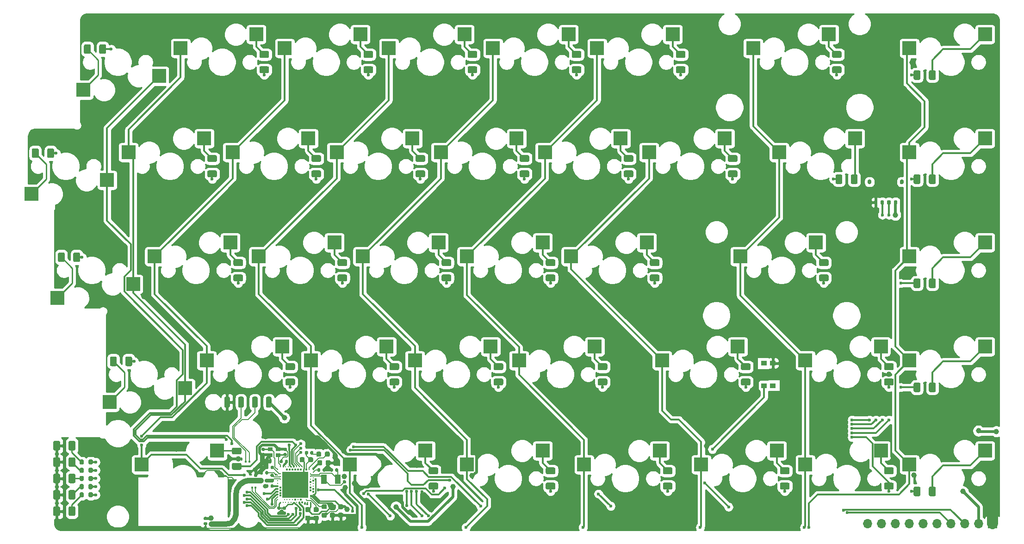
<source format=gbr>
%TF.GenerationSoftware,KiCad,Pcbnew,(5.1.10)-1*%
%TF.CreationDate,2023-08-12T15:50:14-04:00*%
%TF.ProjectId,niche65_mk2_right,6e696368-6536-4355-9f6d-6b325f726967,rev?*%
%TF.SameCoordinates,Original*%
%TF.FileFunction,Copper,L2,Bot*%
%TF.FilePolarity,Positive*%
%FSLAX46Y46*%
G04 Gerber Fmt 4.6, Leading zero omitted, Abs format (unit mm)*
G04 Created by KiCad (PCBNEW (5.1.10)-1) date 2023-08-12 15:50:14*
%MOMM*%
%LPD*%
G01*
G04 APERTURE LIST*
%TA.AperFunction,SMDPad,CuDef*%
%ADD10R,4.850000X4.850000*%
%TD*%
%TA.AperFunction,SMDPad,CuDef*%
%ADD11C,0.250000*%
%TD*%
%TA.AperFunction,SMDPad,CuDef*%
%ADD12R,2.550000X2.500000*%
%TD*%
%TA.AperFunction,ComponentPad*%
%ADD13R,1.700000X1.700000*%
%TD*%
%TA.AperFunction,ComponentPad*%
%ADD14O,1.700000X1.700000*%
%TD*%
%TA.AperFunction,SMDPad,CuDef*%
%ADD15R,1.000000X0.900000*%
%TD*%
%TA.AperFunction,SMDPad,CuDef*%
%ADD16R,1.000000X1.800000*%
%TD*%
%TA.AperFunction,SMDPad,CuDef*%
%ADD17R,0.900000X0.800000*%
%TD*%
%TA.AperFunction,ViaPad*%
%ADD18C,0.600000*%
%TD*%
%TA.AperFunction,ViaPad*%
%ADD19C,0.400000*%
%TD*%
%TA.AperFunction,ViaPad*%
%ADD20C,1.000000*%
%TD*%
%TA.AperFunction,ViaPad*%
%ADD21C,0.800000*%
%TD*%
%TA.AperFunction,Conductor*%
%ADD22C,0.200000*%
%TD*%
%TA.AperFunction,Conductor*%
%ADD23C,0.250000*%
%TD*%
%TA.AperFunction,Conductor*%
%ADD24C,0.500000*%
%TD*%
%TA.AperFunction,Conductor*%
%ADD25C,0.300000*%
%TD*%
%TA.AperFunction,Conductor*%
%ADD26C,2.000000*%
%TD*%
%TA.AperFunction,Conductor*%
%ADD27C,1.000000*%
%TD*%
%TA.AperFunction,Conductor*%
%ADD28C,0.700000*%
%TD*%
%TA.AperFunction,Conductor*%
%ADD29C,0.254000*%
%TD*%
%TA.AperFunction,Conductor*%
%ADD30C,0.100000*%
%TD*%
G04 APERTURE END LIST*
%TO.P,REF\u002A\u002A,1*%
%TO.N,VBUS*%
%TA.AperFunction,SMDPad,CuDef*%
G36*
G01*
X127122500Y-162980000D02*
X127122500Y-161480000D01*
G75*
G02*
X127372500Y-161230000I250000J0D01*
G01*
X127872500Y-161230000D01*
G75*
G02*
X128122500Y-161480000I0J-250000D01*
G01*
X128122500Y-162980000D01*
G75*
G02*
X127872500Y-163230000I-250000J0D01*
G01*
X127372500Y-163230000D01*
G75*
G02*
X127122500Y-162980000I0J250000D01*
G01*
G37*
%TD.AperFunction*%
%TD*%
%TO.P,REF\u002A\u002A,1*%
%TO.N,GND*%
%TA.AperFunction,SMDPad,CuDef*%
G36*
G01*
X119502500Y-162980000D02*
X119502500Y-161480000D01*
G75*
G02*
X119752500Y-161230000I250000J0D01*
G01*
X120252500Y-161230000D01*
G75*
G02*
X120502500Y-161480000I0J-250000D01*
G01*
X120502500Y-162980000D01*
G75*
G02*
X120252500Y-163230000I-250000J0D01*
G01*
X119752500Y-163230000D01*
G75*
G02*
X119502500Y-162980000I0J250000D01*
G01*
G37*
%TD.AperFunction*%
%TD*%
%TO.P,REF\u002A\u002A,1*%
%TO.N,SWDIO*%
%TA.AperFunction,SMDPad,CuDef*%
G36*
G01*
X122042500Y-162980000D02*
X122042500Y-161480000D01*
G75*
G02*
X122292500Y-161230000I250000J0D01*
G01*
X122792500Y-161230000D01*
G75*
G02*
X123042500Y-161480000I0J-250000D01*
G01*
X123042500Y-162980000D01*
G75*
G02*
X122792500Y-163230000I-250000J0D01*
G01*
X122292500Y-163230000D01*
G75*
G02*
X122042500Y-162980000I0J250000D01*
G01*
G37*
%TD.AperFunction*%
%TD*%
%TO.P,REF\u002A\u002A,1*%
%TO.N,SWDCLK*%
%TA.AperFunction,SMDPad,CuDef*%
G36*
G01*
X124582500Y-162980000D02*
X124582500Y-161480000D01*
G75*
G02*
X124832500Y-161230000I250000J0D01*
G01*
X125332500Y-161230000D01*
G75*
G02*
X125582500Y-161480000I0J-250000D01*
G01*
X125582500Y-162980000D01*
G75*
G02*
X125332500Y-163230000I-250000J0D01*
G01*
X124832500Y-163230000D01*
G75*
G02*
X124582500Y-162980000I0J250000D01*
G01*
G37*
%TD.AperFunction*%
%TD*%
%TO.P,J1,MP*%
%TO.N,N/C*%
%TA.AperFunction,SMDPad,CuDef*%
G36*
G01*
X243093750Y-122137500D02*
X243093750Y-121687500D01*
G75*
G02*
X243268750Y-121512500I175000J0D01*
G01*
X243618750Y-121512500D01*
G75*
G02*
X243793750Y-121687500I0J-175000D01*
G01*
X243793750Y-122137500D01*
G75*
G02*
X243618750Y-122312500I-175000J0D01*
G01*
X243268750Y-122312500D01*
G75*
G02*
X243093750Y-122137500I0J175000D01*
G01*
G37*
%TD.AperFunction*%
%TA.AperFunction,SMDPad,CuDef*%
G36*
G01*
X237193750Y-122137500D02*
X237193750Y-121687500D01*
G75*
G02*
X237368750Y-121512500I175000J0D01*
G01*
X237718750Y-121512500D01*
G75*
G02*
X237893750Y-121687500I0J-175000D01*
G01*
X237893750Y-122137500D01*
G75*
G02*
X237718750Y-122312500I-175000J0D01*
G01*
X237368750Y-122312500D01*
G75*
G02*
X237193750Y-122137500I0J175000D01*
G01*
G37*
%TD.AperFunction*%
%TO.P,J1,4*%
%TO.N,VBUS*%
%TA.AperFunction,SMDPad,CuDef*%
G36*
G01*
X241993750Y-125962500D02*
X241993750Y-125412500D01*
G75*
G02*
X242143750Y-125262500I150000J0D01*
G01*
X242443750Y-125262500D01*
G75*
G02*
X242593750Y-125412500I0J-150000D01*
G01*
X242593750Y-125962500D01*
G75*
G02*
X242443750Y-126112500I-150000J0D01*
G01*
X242143750Y-126112500D01*
G75*
G02*
X241993750Y-125962500I0J150000D01*
G01*
G37*
%TD.AperFunction*%
%TO.P,J1,3*%
%TO.N,D-*%
%TA.AperFunction,SMDPad,CuDef*%
G36*
G01*
X240793750Y-125962500D02*
X240793750Y-125412500D01*
G75*
G02*
X240943750Y-125262500I150000J0D01*
G01*
X241243750Y-125262500D01*
G75*
G02*
X241393750Y-125412500I0J-150000D01*
G01*
X241393750Y-125962500D01*
G75*
G02*
X241243750Y-126112500I-150000J0D01*
G01*
X240943750Y-126112500D01*
G75*
G02*
X240793750Y-125962500I0J150000D01*
G01*
G37*
%TD.AperFunction*%
%TO.P,J1,2*%
%TO.N,D+*%
%TA.AperFunction,SMDPad,CuDef*%
G36*
G01*
X239593750Y-125962500D02*
X239593750Y-125412500D01*
G75*
G02*
X239743750Y-125262500I150000J0D01*
G01*
X240043750Y-125262500D01*
G75*
G02*
X240193750Y-125412500I0J-150000D01*
G01*
X240193750Y-125962500D01*
G75*
G02*
X240043750Y-126112500I-150000J0D01*
G01*
X239743750Y-126112500D01*
G75*
G02*
X239593750Y-125962500I0J150000D01*
G01*
G37*
%TD.AperFunction*%
%TO.P,J1,1*%
%TO.N,GND*%
%TA.AperFunction,SMDPad,CuDef*%
G36*
G01*
X238393750Y-125962500D02*
X238393750Y-125412500D01*
G75*
G02*
X238543750Y-125262500I150000J0D01*
G01*
X238843750Y-125262500D01*
G75*
G02*
X238993750Y-125412500I0J-150000D01*
G01*
X238993750Y-125962500D01*
G75*
G02*
X238843750Y-126112500I-150000J0D01*
G01*
X238543750Y-126112500D01*
G75*
G02*
X238393750Y-125962500I0J150000D01*
G01*
G37*
%TD.AperFunction*%
%TD*%
D10*
%TO.P,U1,EP*%
%TO.N,GND*%
X132475000Y-177350000D03*
D11*
%TO.P,U1,B24*%
%TO.N,Net-(C19-Pad1)*%
X129225000Y-174600000D03*
%TO.P,U1,D23*%
%TO.N,Net-(C12-Pad1)*%
X129725000Y-175350000D03*
%TO.P,U1,A8*%
%TO.N,031*%
X133725000Y-174100000D03*
%TO.P,U1,B3*%
%TO.N,Net-(L2-Pad2)*%
X134975000Y-174600000D03*
%TO.P,U1,AC21*%
%TO.N,025*%
X130475000Y-180100000D03*
%TO.P,U1,AD23*%
%TO.N,VDD_NRF*%
X129725000Y-180600000D03*
%TO.P,U1,AD2*%
%TO.N,VBUS*%
X135225000Y-180600000D03*
%TO.P,U1,AB2*%
%TO.N,Net-(L3-Pad1)*%
X135225000Y-179850000D03*
%TO.P,U1,Y2*%
%TO.N,VBUS*%
X135225000Y-179350000D03*
%TO.P,U1,W1*%
%TO.N,VDD_NRF*%
X135725000Y-179100000D03*
%TO.P,U1,U1*%
%TO.N,012*%
X135725000Y-178600000D03*
%TO.P,U1,R1*%
%TO.N,109*%
X135725000Y-178100000D03*
%TO.P,U1,N1*%
%TO.N,Net-(U1-PadN1)*%
X135725000Y-177600000D03*
%TO.P,U1,L1*%
%TO.N,Net-(U1-PadL1)*%
X135725000Y-177100000D03*
%TO.P,U1,J1*%
%TO.N,004*%
X135725000Y-176600000D03*
%TO.P,U1,G1*%
%TO.N,026*%
X135725000Y-176100000D03*
%TO.P,U1,T2*%
%TO.N,011*%
X135225000Y-178350000D03*
%TO.P,U1,P2*%
%TO.N,108*%
X135225000Y-177850000D03*
%TO.P,U1,M2*%
%TO.N,Net-(U1-PadM2)*%
X135225000Y-177350000D03*
%TO.P,U1,K2*%
%TO.N,005*%
X135225000Y-176850000D03*
%TO.P,U1,H2*%
%TO.N,027*%
X135225000Y-176350000D03*
%TO.P,U1,F2*%
%TO.N,Net-(C15-Pad2)*%
X135225000Y-175850000D03*
%TO.P,U1,C1*%
%TO.N,Net-(C13-Pad1)*%
X135725000Y-175100000D03*
%TO.P,U1,D2*%
%TO.N,Net-(C14-Pad2)*%
X135225000Y-175350000D03*
%TO.P,U1,B1*%
%TO.N,VDD_NRF*%
X135725000Y-174600000D03*
%TO.P,U1,AD4*%
%TO.N,D-*%
X134725000Y-180600000D03*
%TO.P,U1,AD6*%
%TO.N,D+*%
X134225000Y-180600000D03*
%TO.P,U1,AD8*%
%TO.N,013*%
X133725000Y-180600000D03*
%TO.P,U1,AD10*%
%TO.N,015*%
X133225000Y-180600000D03*
%TO.P,U1,AD12*%
%TO.N,017*%
X132725000Y-180600000D03*
%TO.P,U1,AD14*%
%TO.N,VDD_NRF*%
X132225000Y-180600000D03*
%TO.P,U1,AD16*%
%TO.N,020*%
X131725000Y-180600000D03*
%TO.P,U1,AD18*%
%TO.N,022*%
X131225000Y-180600000D03*
%TO.P,U1,AD20*%
%TO.N,024*%
X130725000Y-180600000D03*
%TO.P,U1,AD22*%
%TO.N,100*%
X130225000Y-180600000D03*
%TO.P,U1,AC19*%
%TO.N,023*%
X130975000Y-180100000D03*
%TO.P,U1,AC17*%
%TO.N,021*%
X131475000Y-180100000D03*
%TO.P,U1,AC15*%
%TO.N,019*%
X131975000Y-180100000D03*
%TO.P,U1,AC13*%
%TO.N,RESET*%
X132475000Y-180100000D03*
%TO.P,U1,AC11*%
%TO.N,016*%
X132975000Y-180100000D03*
%TO.P,U1,AC9*%
%TO.N,014*%
X133475000Y-180100000D03*
%TO.P,U1,AC5*%
%TO.N,Net-(C10-Pad1)*%
X134475000Y-180100000D03*
%TO.P,U1,B5*%
%TO.N,Net-(C8-Pad2)*%
X134475000Y-174600000D03*
%TO.P,U1,B7*%
%TO.N,GND*%
X133975000Y-174600000D03*
%TO.P,U1,B9*%
%TO.N,030*%
X133475000Y-174600000D03*
%TO.P,U1,B11*%
%TO.N,028*%
X132975000Y-174600000D03*
%TO.P,U1,B13*%
%TO.N,003*%
X132475000Y-174600000D03*
%TO.P,U1,B15*%
%TO.N,114*%
X131975000Y-174600000D03*
%TO.P,U1,B17*%
%TO.N,112*%
X131475000Y-174600000D03*
%TO.P,U1,B19*%
%TO.N,111*%
X130975000Y-174600000D03*
%TO.P,U1,A10*%
%TO.N,029*%
X133225000Y-174100000D03*
%TO.P,U1,A12*%
%TO.N,002*%
X132725000Y-174100000D03*
%TO.P,U1,A14*%
%TO.N,115*%
X132225000Y-174100000D03*
%TO.P,U1,A16*%
%TO.N,113*%
X131725000Y-174100000D03*
%TO.P,U1,A18*%
%TO.N,Net-(U1-PadA18)*%
X131225000Y-174100000D03*
%TO.P,U1,A20*%
%TO.N,110*%
X130725000Y-174100000D03*
%TO.P,U1,A22*%
%TO.N,VDD_NRF*%
X130225000Y-174100000D03*
%TO.P,U1,A23*%
%TO.N,Net-(C20-Pad1)*%
X129725000Y-174100000D03*
%TO.P,U1,F23*%
%TO.N,VSS_ANT*%
X129725000Y-175850000D03*
%TO.P,U1,H23*%
%TO.N,Net-(C18-Pad1)*%
X129725000Y-176350000D03*
%TO.P,U1,P23*%
%TO.N,107*%
X129725000Y-177850000D03*
%TO.P,U1,T23*%
%TO.N,105*%
X129725000Y-178350000D03*
%TO.P,U1,V23*%
%TO.N,103*%
X129725000Y-178850000D03*
%TO.P,U1,Y23*%
%TO.N,101*%
X129725000Y-179350000D03*
%TO.P,U1,E24*%
%TO.N,Net-(C8-Pad2)*%
X129225000Y-175600000D03*
%TO.P,U1,J24*%
%TO.N,Net-(U1-PadJ24)*%
X129225000Y-176600000D03*
%TO.P,U1,L24*%
%TO.N,Net-(U1-PadL24)*%
X129225000Y-177100000D03*
%TO.P,U1,N24*%
%TO.N,Net-(C11-Pad1)*%
X129225000Y-177600000D03*
%TO.P,U1,R24*%
%TO.N,106*%
X129225000Y-178100000D03*
%TO.P,U1,U24*%
%TO.N,104*%
X129225000Y-178600000D03*
%TO.P,U1,W24*%
%TO.N,102*%
X129225000Y-179100000D03*
%TO.P,U1,AA24*%
%TO.N,SWDCLK*%
X129225000Y-179600000D03*
%TO.P,U1,AC24*%
%TO.N,SWDIO*%
X129225000Y-180100000D03*
%TD*%
D12*
%TO.P,SW6,1*%
%TO.N,Net-(D6-Pad2)*%
X201540000Y-94920000D03*
%TO.P,SW6,2*%
%TO.N,104*%
X187690000Y-97460000D03*
%TD*%
%TO.P,SW24,1*%
%TO.N,Net-(D24-Pad2)*%
X196777500Y-133020000D03*
%TO.P,SW24,2*%
%TO.N,103*%
X182927500Y-135560000D03*
%TD*%
%TO.P,SW23,1*%
%TO.N,Net-(D23-Pad2)*%
X177727500Y-133020000D03*
%TO.P,SW23,2*%
%TO.N,104*%
X163877500Y-135560000D03*
%TD*%
D13*
%TO.P,J10,1*%
%TO.N,GND*%
X260020000Y-184455000D03*
D14*
%TO.P,J10,2*%
%TO.N,VDD_NRF*%
X257480000Y-184455000D03*
%TO.P,J10,3*%
%TO.N,031*%
X254940000Y-184455000D03*
%TO.P,J10,4*%
%TO.N,030*%
X252400000Y-184455000D03*
%TO.P,J10,5*%
%TO.N,029*%
X249860000Y-184455000D03*
%TO.P,J10,6*%
%TO.N,028*%
X247320000Y-184455000D03*
%TO.P,J10,7*%
%TO.N,005*%
X244780000Y-184455000D03*
%TO.P,J10,8*%
%TO.N,004*%
X242240000Y-184455000D03*
%TO.P,J10,9*%
%TO.N,003*%
X239700000Y-184455000D03*
%TO.P,J10,10*%
%TO.N,002*%
X237160000Y-184455000D03*
%TD*%
%TO.P,C1,1*%
%TO.N,VDD_NRF*%
%TA.AperFunction,SMDPad,CuDef*%
G36*
G01*
X140525000Y-180925000D02*
X141025000Y-180925000D01*
G75*
G02*
X141250000Y-181150000I0J-225000D01*
G01*
X141250000Y-181600000D01*
G75*
G02*
X141025000Y-181825000I-225000J0D01*
G01*
X140525000Y-181825000D01*
G75*
G02*
X140300000Y-181600000I0J225000D01*
G01*
X140300000Y-181150000D01*
G75*
G02*
X140525000Y-180925000I225000J0D01*
G01*
G37*
%TD.AperFunction*%
%TO.P,C1,2*%
%TO.N,GND*%
%TA.AperFunction,SMDPad,CuDef*%
G36*
G01*
X140525000Y-182475000D02*
X141025000Y-182475000D01*
G75*
G02*
X141250000Y-182700000I0J-225000D01*
G01*
X141250000Y-183150000D01*
G75*
G02*
X141025000Y-183375000I-225000J0D01*
G01*
X140525000Y-183375000D01*
G75*
G02*
X140300000Y-183150000I0J225000D01*
G01*
X140300000Y-182700000D01*
G75*
G02*
X140525000Y-182475000I225000J0D01*
G01*
G37*
%TD.AperFunction*%
%TD*%
%TO.P,C2,1*%
%TO.N,VDD_NRF*%
%TA.AperFunction,SMDPad,CuDef*%
G36*
G01*
X130305000Y-181340000D02*
X130645000Y-181340000D01*
G75*
G02*
X130785000Y-181480000I0J-140000D01*
G01*
X130785000Y-181760000D01*
G75*
G02*
X130645000Y-181900000I-140000J0D01*
G01*
X130305000Y-181900000D01*
G75*
G02*
X130165000Y-181760000I0J140000D01*
G01*
X130165000Y-181480000D01*
G75*
G02*
X130305000Y-181340000I140000J0D01*
G01*
G37*
%TD.AperFunction*%
%TO.P,C2,2*%
%TO.N,GND*%
%TA.AperFunction,SMDPad,CuDef*%
G36*
G01*
X130305000Y-182300000D02*
X130645000Y-182300000D01*
G75*
G02*
X130785000Y-182440000I0J-140000D01*
G01*
X130785000Y-182720000D01*
G75*
G02*
X130645000Y-182860000I-140000J0D01*
G01*
X130305000Y-182860000D01*
G75*
G02*
X130165000Y-182720000I0J140000D01*
G01*
X130165000Y-182440000D01*
G75*
G02*
X130305000Y-182300000I140000J0D01*
G01*
G37*
%TD.AperFunction*%
%TD*%
%TO.P,C3,2*%
%TO.N,GND*%
%TA.AperFunction,SMDPad,CuDef*%
G36*
G01*
X129305000Y-182300000D02*
X129645000Y-182300000D01*
G75*
G02*
X129785000Y-182440000I0J-140000D01*
G01*
X129785000Y-182720000D01*
G75*
G02*
X129645000Y-182860000I-140000J0D01*
G01*
X129305000Y-182860000D01*
G75*
G02*
X129165000Y-182720000I0J140000D01*
G01*
X129165000Y-182440000D01*
G75*
G02*
X129305000Y-182300000I140000J0D01*
G01*
G37*
%TD.AperFunction*%
%TO.P,C3,1*%
%TO.N,VDD_NRF*%
%TA.AperFunction,SMDPad,CuDef*%
G36*
G01*
X129305000Y-181340000D02*
X129645000Y-181340000D01*
G75*
G02*
X129785000Y-181480000I0J-140000D01*
G01*
X129785000Y-181760000D01*
G75*
G02*
X129645000Y-181900000I-140000J0D01*
G01*
X129305000Y-181900000D01*
G75*
G02*
X129165000Y-181760000I0J140000D01*
G01*
X129165000Y-181480000D01*
G75*
G02*
X129305000Y-181340000I140000J0D01*
G01*
G37*
%TD.AperFunction*%
%TD*%
%TO.P,C4,1*%
%TO.N,VDD_NRF*%
%TA.AperFunction,SMDPad,CuDef*%
G36*
G01*
X131140000Y-172930000D02*
X131140000Y-173270000D01*
G75*
G02*
X131000000Y-173410000I-140000J0D01*
G01*
X130720000Y-173410000D01*
G75*
G02*
X130580000Y-173270000I0J140000D01*
G01*
X130580000Y-172930000D01*
G75*
G02*
X130720000Y-172790000I140000J0D01*
G01*
X131000000Y-172790000D01*
G75*
G02*
X131140000Y-172930000I0J-140000D01*
G01*
G37*
%TD.AperFunction*%
%TO.P,C4,2*%
%TO.N,GND*%
%TA.AperFunction,SMDPad,CuDef*%
G36*
G01*
X130180000Y-172930000D02*
X130180000Y-173270000D01*
G75*
G02*
X130040000Y-173410000I-140000J0D01*
G01*
X129760000Y-173410000D01*
G75*
G02*
X129620000Y-173270000I0J140000D01*
G01*
X129620000Y-172930000D01*
G75*
G02*
X129760000Y-172790000I140000J0D01*
G01*
X130040000Y-172790000D01*
G75*
G02*
X130180000Y-172930000I0J-140000D01*
G01*
G37*
%TD.AperFunction*%
%TD*%
%TO.P,C5,2*%
%TO.N,GND*%
%TA.AperFunction,SMDPad,CuDef*%
G36*
G01*
X138050000Y-173600000D02*
X138050000Y-173100000D01*
G75*
G02*
X138275000Y-172875000I225000J0D01*
G01*
X138725000Y-172875000D01*
G75*
G02*
X138950000Y-173100000I0J-225000D01*
G01*
X138950000Y-173600000D01*
G75*
G02*
X138725000Y-173825000I-225000J0D01*
G01*
X138275000Y-173825000D01*
G75*
G02*
X138050000Y-173600000I0J225000D01*
G01*
G37*
%TD.AperFunction*%
%TO.P,C5,1*%
%TO.N,VDD_NRF*%
%TA.AperFunction,SMDPad,CuDef*%
G36*
G01*
X136500000Y-173600000D02*
X136500000Y-173100000D01*
G75*
G02*
X136725000Y-172875000I225000J0D01*
G01*
X137175000Y-172875000D01*
G75*
G02*
X137400000Y-173100000I0J-225000D01*
G01*
X137400000Y-173600000D01*
G75*
G02*
X137175000Y-173825000I-225000J0D01*
G01*
X136725000Y-173825000D01*
G75*
G02*
X136500000Y-173600000I0J225000D01*
G01*
G37*
%TD.AperFunction*%
%TD*%
%TO.P,C6,2*%
%TO.N,GND*%
%TA.AperFunction,SMDPad,CuDef*%
G36*
G01*
X139025000Y-182475000D02*
X139525000Y-182475000D01*
G75*
G02*
X139750000Y-182700000I0J-225000D01*
G01*
X139750000Y-183150000D01*
G75*
G02*
X139525000Y-183375000I-225000J0D01*
G01*
X139025000Y-183375000D01*
G75*
G02*
X138800000Y-183150000I0J225000D01*
G01*
X138800000Y-182700000D01*
G75*
G02*
X139025000Y-182475000I225000J0D01*
G01*
G37*
%TD.AperFunction*%
%TO.P,C6,1*%
%TO.N,VBUS*%
%TA.AperFunction,SMDPad,CuDef*%
G36*
G01*
X139025000Y-180925000D02*
X139525000Y-180925000D01*
G75*
G02*
X139750000Y-181150000I0J-225000D01*
G01*
X139750000Y-181600000D01*
G75*
G02*
X139525000Y-181825000I-225000J0D01*
G01*
X139025000Y-181825000D01*
G75*
G02*
X138800000Y-181600000I0J225000D01*
G01*
X138800000Y-181150000D01*
G75*
G02*
X139025000Y-180925000I225000J0D01*
G01*
G37*
%TD.AperFunction*%
%TD*%
%TO.P,C7,1*%
%TO.N,GND*%
%TA.AperFunction,SMDPad,CuDef*%
G36*
G01*
X135011000Y-183909000D02*
X134511000Y-183909000D01*
G75*
G02*
X134286000Y-183684000I0J225000D01*
G01*
X134286000Y-183234000D01*
G75*
G02*
X134511000Y-183009000I225000J0D01*
G01*
X135011000Y-183009000D01*
G75*
G02*
X135236000Y-183234000I0J-225000D01*
G01*
X135236000Y-183684000D01*
G75*
G02*
X135011000Y-183909000I-225000J0D01*
G01*
G37*
%TD.AperFunction*%
%TO.P,C7,2*%
%TO.N,VBUS*%
%TA.AperFunction,SMDPad,CuDef*%
G36*
G01*
X135011000Y-182359000D02*
X134511000Y-182359000D01*
G75*
G02*
X134286000Y-182134000I0J225000D01*
G01*
X134286000Y-181684000D01*
G75*
G02*
X134511000Y-181459000I225000J0D01*
G01*
X135011000Y-181459000D01*
G75*
G02*
X135236000Y-181684000I0J-225000D01*
G01*
X135236000Y-182134000D01*
G75*
G02*
X135011000Y-182359000I-225000J0D01*
G01*
G37*
%TD.AperFunction*%
%TD*%
%TO.P,C8,2*%
%TO.N,Net-(C8-Pad2)*%
%TA.AperFunction,SMDPad,CuDef*%
G36*
G01*
X134832000Y-173028000D02*
X134832000Y-172528000D01*
G75*
G02*
X135057000Y-172303000I225000J0D01*
G01*
X135507000Y-172303000D01*
G75*
G02*
X135732000Y-172528000I0J-225000D01*
G01*
X135732000Y-173028000D01*
G75*
G02*
X135507000Y-173253000I-225000J0D01*
G01*
X135057000Y-173253000D01*
G75*
G02*
X134832000Y-173028000I0J225000D01*
G01*
G37*
%TD.AperFunction*%
%TO.P,C8,1*%
%TO.N,GND*%
%TA.AperFunction,SMDPad,CuDef*%
G36*
G01*
X133282000Y-173028000D02*
X133282000Y-172528000D01*
G75*
G02*
X133507000Y-172303000I225000J0D01*
G01*
X133957000Y-172303000D01*
G75*
G02*
X134182000Y-172528000I0J-225000D01*
G01*
X134182000Y-173028000D01*
G75*
G02*
X133957000Y-173253000I-225000J0D01*
G01*
X133507000Y-173253000D01*
G75*
G02*
X133282000Y-173028000I0J225000D01*
G01*
G37*
%TD.AperFunction*%
%TD*%
%TO.P,C9,1*%
%TO.N,GND*%
%TA.AperFunction,SMDPad,CuDef*%
G36*
G01*
X126015000Y-175320000D02*
X126015000Y-174980000D01*
G75*
G02*
X126155000Y-174840000I140000J0D01*
G01*
X126435000Y-174840000D01*
G75*
G02*
X126575000Y-174980000I0J-140000D01*
G01*
X126575000Y-175320000D01*
G75*
G02*
X126435000Y-175460000I-140000J0D01*
G01*
X126155000Y-175460000D01*
G75*
G02*
X126015000Y-175320000I0J140000D01*
G01*
G37*
%TD.AperFunction*%
%TO.P,C9,2*%
%TO.N,Net-(C8-Pad2)*%
%TA.AperFunction,SMDPad,CuDef*%
G36*
G01*
X126975000Y-175320000D02*
X126975000Y-174980000D01*
G75*
G02*
X127115000Y-174840000I140000J0D01*
G01*
X127395000Y-174840000D01*
G75*
G02*
X127535000Y-174980000I0J-140000D01*
G01*
X127535000Y-175320000D01*
G75*
G02*
X127395000Y-175460000I-140000J0D01*
G01*
X127115000Y-175460000D01*
G75*
G02*
X126975000Y-175320000I0J140000D01*
G01*
G37*
%TD.AperFunction*%
%TD*%
%TO.P,C10,1*%
%TO.N,Net-(C10-Pad1)*%
%TA.AperFunction,SMDPad,CuDef*%
G36*
G01*
X136035000Y-181459000D02*
X136535000Y-181459000D01*
G75*
G02*
X136760000Y-181684000I0J-225000D01*
G01*
X136760000Y-182134000D01*
G75*
G02*
X136535000Y-182359000I-225000J0D01*
G01*
X136035000Y-182359000D01*
G75*
G02*
X135810000Y-182134000I0J225000D01*
G01*
X135810000Y-181684000D01*
G75*
G02*
X136035000Y-181459000I225000J0D01*
G01*
G37*
%TD.AperFunction*%
%TO.P,C10,2*%
%TO.N,GND*%
%TA.AperFunction,SMDPad,CuDef*%
G36*
G01*
X136035000Y-183009000D02*
X136535000Y-183009000D01*
G75*
G02*
X136760000Y-183234000I0J-225000D01*
G01*
X136760000Y-183684000D01*
G75*
G02*
X136535000Y-183909000I-225000J0D01*
G01*
X136035000Y-183909000D01*
G75*
G02*
X135810000Y-183684000I0J225000D01*
G01*
X135810000Y-183234000D01*
G75*
G02*
X136035000Y-183009000I225000J0D01*
G01*
G37*
%TD.AperFunction*%
%TD*%
%TO.P,C11,2*%
%TO.N,GND*%
%TA.AperFunction,SMDPad,CuDef*%
G36*
G01*
X127545000Y-177430000D02*
X127545000Y-177770000D01*
G75*
G02*
X127405000Y-177910000I-140000J0D01*
G01*
X127125000Y-177910000D01*
G75*
G02*
X126985000Y-177770000I0J140000D01*
G01*
X126985000Y-177430000D01*
G75*
G02*
X127125000Y-177290000I140000J0D01*
G01*
X127405000Y-177290000D01*
G75*
G02*
X127545000Y-177430000I0J-140000D01*
G01*
G37*
%TD.AperFunction*%
%TO.P,C11,1*%
%TO.N,Net-(C11-Pad1)*%
%TA.AperFunction,SMDPad,CuDef*%
G36*
G01*
X128505000Y-177430000D02*
X128505000Y-177770000D01*
G75*
G02*
X128365000Y-177910000I-140000J0D01*
G01*
X128085000Y-177910000D01*
G75*
G02*
X127945000Y-177770000I0J140000D01*
G01*
X127945000Y-177430000D01*
G75*
G02*
X128085000Y-177290000I140000J0D01*
G01*
X128365000Y-177290000D01*
G75*
G02*
X128505000Y-177430000I0J-140000D01*
G01*
G37*
%TD.AperFunction*%
%TD*%
%TO.P,C12,1*%
%TO.N,Net-(C12-Pad1)*%
%TA.AperFunction,SMDPad,CuDef*%
G36*
G01*
X128536000Y-174005000D02*
X128536000Y-174345000D01*
G75*
G02*
X128396000Y-174485000I-140000J0D01*
G01*
X128116000Y-174485000D01*
G75*
G02*
X127976000Y-174345000I0J140000D01*
G01*
X127976000Y-174005000D01*
G75*
G02*
X128116000Y-173865000I140000J0D01*
G01*
X128396000Y-173865000D01*
G75*
G02*
X128536000Y-174005000I0J-140000D01*
G01*
G37*
%TD.AperFunction*%
%TO.P,C12,2*%
%TO.N,GND*%
%TA.AperFunction,SMDPad,CuDef*%
G36*
G01*
X127576000Y-174005000D02*
X127576000Y-174345000D01*
G75*
G02*
X127436000Y-174485000I-140000J0D01*
G01*
X127156000Y-174485000D01*
G75*
G02*
X127016000Y-174345000I0J140000D01*
G01*
X127016000Y-174005000D01*
G75*
G02*
X127156000Y-173865000I140000J0D01*
G01*
X127436000Y-173865000D01*
G75*
G02*
X127576000Y-174005000I0J-140000D01*
G01*
G37*
%TD.AperFunction*%
%TD*%
%TO.P,C13,2*%
%TO.N,GND*%
%TA.AperFunction,SMDPad,CuDef*%
G36*
G01*
X137475000Y-174820000D02*
X137475000Y-174480000D01*
G75*
G02*
X137615000Y-174340000I140000J0D01*
G01*
X137895000Y-174340000D01*
G75*
G02*
X138035000Y-174480000I0J-140000D01*
G01*
X138035000Y-174820000D01*
G75*
G02*
X137895000Y-174960000I-140000J0D01*
G01*
X137615000Y-174960000D01*
G75*
G02*
X137475000Y-174820000I0J140000D01*
G01*
G37*
%TD.AperFunction*%
%TO.P,C13,1*%
%TO.N,Net-(C13-Pad1)*%
%TA.AperFunction,SMDPad,CuDef*%
G36*
G01*
X136515000Y-174820000D02*
X136515000Y-174480000D01*
G75*
G02*
X136655000Y-174340000I140000J0D01*
G01*
X136935000Y-174340000D01*
G75*
G02*
X137075000Y-174480000I0J-140000D01*
G01*
X137075000Y-174820000D01*
G75*
G02*
X136935000Y-174960000I-140000J0D01*
G01*
X136655000Y-174960000D01*
G75*
G02*
X136515000Y-174820000I0J140000D01*
G01*
G37*
%TD.AperFunction*%
%TD*%
%TO.P,C14,1*%
%TO.N,GND*%
%TA.AperFunction,SMDPad,CuDef*%
G36*
G01*
X138815000Y-174820000D02*
X138815000Y-174480000D01*
G75*
G02*
X138955000Y-174340000I140000J0D01*
G01*
X139235000Y-174340000D01*
G75*
G02*
X139375000Y-174480000I0J-140000D01*
G01*
X139375000Y-174820000D01*
G75*
G02*
X139235000Y-174960000I-140000J0D01*
G01*
X138955000Y-174960000D01*
G75*
G02*
X138815000Y-174820000I0J140000D01*
G01*
G37*
%TD.AperFunction*%
%TO.P,C14,2*%
%TO.N,Net-(C14-Pad2)*%
%TA.AperFunction,SMDPad,CuDef*%
G36*
G01*
X139775000Y-174820000D02*
X139775000Y-174480000D01*
G75*
G02*
X139915000Y-174340000I140000J0D01*
G01*
X140195000Y-174340000D01*
G75*
G02*
X140335000Y-174480000I0J-140000D01*
G01*
X140335000Y-174820000D01*
G75*
G02*
X140195000Y-174960000I-140000J0D01*
G01*
X139915000Y-174960000D01*
G75*
G02*
X139775000Y-174820000I0J140000D01*
G01*
G37*
%TD.AperFunction*%
%TD*%
%TO.P,C15,2*%
%TO.N,Net-(C15-Pad2)*%
%TA.AperFunction,SMDPad,CuDef*%
G36*
G01*
X141305000Y-176550000D02*
X141645000Y-176550000D01*
G75*
G02*
X141785000Y-176690000I0J-140000D01*
G01*
X141785000Y-176970000D01*
G75*
G02*
X141645000Y-177110000I-140000J0D01*
G01*
X141305000Y-177110000D01*
G75*
G02*
X141165000Y-176970000I0J140000D01*
G01*
X141165000Y-176690000D01*
G75*
G02*
X141305000Y-176550000I140000J0D01*
G01*
G37*
%TD.AperFunction*%
%TO.P,C15,1*%
%TO.N,GND*%
%TA.AperFunction,SMDPad,CuDef*%
G36*
G01*
X141305000Y-175590000D02*
X141645000Y-175590000D01*
G75*
G02*
X141785000Y-175730000I0J-140000D01*
G01*
X141785000Y-176010000D01*
G75*
G02*
X141645000Y-176150000I-140000J0D01*
G01*
X141305000Y-176150000D01*
G75*
G02*
X141165000Y-176010000I0J140000D01*
G01*
X141165000Y-175730000D01*
G75*
G02*
X141305000Y-175590000I140000J0D01*
G01*
G37*
%TD.AperFunction*%
%TD*%
%TO.P,C16,1*%
%TO.N,Antenna*%
%TA.AperFunction,SMDPad,CuDef*%
G36*
G01*
X115856250Y-183240000D02*
X116196250Y-183240000D01*
G75*
G02*
X116336250Y-183380000I0J-140000D01*
G01*
X116336250Y-183660000D01*
G75*
G02*
X116196250Y-183800000I-140000J0D01*
G01*
X115856250Y-183800000D01*
G75*
G02*
X115716250Y-183660000I0J140000D01*
G01*
X115716250Y-183380000D01*
G75*
G02*
X115856250Y-183240000I140000J0D01*
G01*
G37*
%TD.AperFunction*%
%TO.P,C16,2*%
%TO.N,GND*%
%TA.AperFunction,SMDPad,CuDef*%
G36*
G01*
X115856250Y-184200000D02*
X116196250Y-184200000D01*
G75*
G02*
X116336250Y-184340000I0J-140000D01*
G01*
X116336250Y-184620000D01*
G75*
G02*
X116196250Y-184760000I-140000J0D01*
G01*
X115856250Y-184760000D01*
G75*
G02*
X115716250Y-184620000I0J140000D01*
G01*
X115716250Y-184340000D01*
G75*
G02*
X115856250Y-184200000I140000J0D01*
G01*
G37*
%TD.AperFunction*%
%TD*%
%TO.P,C17,2*%
%TO.N,GND*%
%TA.AperFunction,SMDPad,CuDef*%
G36*
G01*
X125395000Y-175900000D02*
X125055000Y-175900000D01*
G75*
G02*
X124915000Y-175760000I0J140000D01*
G01*
X124915000Y-175480000D01*
G75*
G02*
X125055000Y-175340000I140000J0D01*
G01*
X125395000Y-175340000D01*
G75*
G02*
X125535000Y-175480000I0J-140000D01*
G01*
X125535000Y-175760000D01*
G75*
G02*
X125395000Y-175900000I-140000J0D01*
G01*
G37*
%TD.AperFunction*%
%TO.P,C17,1*%
%TO.N,Net-(C17-Pad1)*%
%TA.AperFunction,SMDPad,CuDef*%
G36*
G01*
X125395000Y-176860000D02*
X125055000Y-176860000D01*
G75*
G02*
X124915000Y-176720000I0J140000D01*
G01*
X124915000Y-176440000D01*
G75*
G02*
X125055000Y-176300000I140000J0D01*
G01*
X125395000Y-176300000D01*
G75*
G02*
X125535000Y-176440000I0J-140000D01*
G01*
X125535000Y-176720000D01*
G75*
G02*
X125395000Y-176860000I-140000J0D01*
G01*
G37*
%TD.AperFunction*%
%TD*%
%TO.P,C18,1*%
%TO.N,Net-(C18-Pad1)*%
%TA.AperFunction,SMDPad,CuDef*%
G36*
G01*
X128395000Y-176860000D02*
X128055000Y-176860000D01*
G75*
G02*
X127915000Y-176720000I0J140000D01*
G01*
X127915000Y-176440000D01*
G75*
G02*
X128055000Y-176300000I140000J0D01*
G01*
X128395000Y-176300000D01*
G75*
G02*
X128535000Y-176440000I0J-140000D01*
G01*
X128535000Y-176720000D01*
G75*
G02*
X128395000Y-176860000I-140000J0D01*
G01*
G37*
%TD.AperFunction*%
%TO.P,C18,2*%
%TO.N,VSS_ANT*%
%TA.AperFunction,SMDPad,CuDef*%
G36*
G01*
X128395000Y-175900000D02*
X128055000Y-175900000D01*
G75*
G02*
X127915000Y-175760000I0J140000D01*
G01*
X127915000Y-175480000D01*
G75*
G02*
X128055000Y-175340000I140000J0D01*
G01*
X128395000Y-175340000D01*
G75*
G02*
X128535000Y-175480000I0J-140000D01*
G01*
X128535000Y-175760000D01*
G75*
G02*
X128395000Y-175900000I-140000J0D01*
G01*
G37*
%TD.AperFunction*%
%TD*%
%TO.P,C19,2*%
%TO.N,GND*%
%TA.AperFunction,SMDPad,CuDef*%
G36*
G01*
X126440000Y-171550000D02*
X126780000Y-171550000D01*
G75*
G02*
X126920000Y-171690000I0J-140000D01*
G01*
X126920000Y-171970000D01*
G75*
G02*
X126780000Y-172110000I-140000J0D01*
G01*
X126440000Y-172110000D01*
G75*
G02*
X126300000Y-171970000I0J140000D01*
G01*
X126300000Y-171690000D01*
G75*
G02*
X126440000Y-171550000I140000J0D01*
G01*
G37*
%TD.AperFunction*%
%TO.P,C19,1*%
%TO.N,Net-(C19-Pad1)*%
%TA.AperFunction,SMDPad,CuDef*%
G36*
G01*
X126440000Y-170590000D02*
X126780000Y-170590000D01*
G75*
G02*
X126920000Y-170730000I0J-140000D01*
G01*
X126920000Y-171010000D01*
G75*
G02*
X126780000Y-171150000I-140000J0D01*
G01*
X126440000Y-171150000D01*
G75*
G02*
X126300000Y-171010000I0J140000D01*
G01*
X126300000Y-170730000D01*
G75*
G02*
X126440000Y-170590000I140000J0D01*
G01*
G37*
%TD.AperFunction*%
%TD*%
%TO.P,C20,1*%
%TO.N,Net-(C20-Pad1)*%
%TA.AperFunction,SMDPad,CuDef*%
G36*
G01*
X130780000Y-172110000D02*
X130440000Y-172110000D01*
G75*
G02*
X130300000Y-171970000I0J140000D01*
G01*
X130300000Y-171690000D01*
G75*
G02*
X130440000Y-171550000I140000J0D01*
G01*
X130780000Y-171550000D01*
G75*
G02*
X130920000Y-171690000I0J-140000D01*
G01*
X130920000Y-171970000D01*
G75*
G02*
X130780000Y-172110000I-140000J0D01*
G01*
G37*
%TD.AperFunction*%
%TO.P,C20,2*%
%TO.N,GND*%
%TA.AperFunction,SMDPad,CuDef*%
G36*
G01*
X130780000Y-171150000D02*
X130440000Y-171150000D01*
G75*
G02*
X130300000Y-171010000I0J140000D01*
G01*
X130300000Y-170730000D01*
G75*
G02*
X130440000Y-170590000I140000J0D01*
G01*
X130780000Y-170590000D01*
G75*
G02*
X130920000Y-170730000I0J-140000D01*
G01*
X130920000Y-171010000D01*
G75*
G02*
X130780000Y-171150000I-140000J0D01*
G01*
G37*
%TD.AperFunction*%
%TD*%
%TO.P,D1,1*%
%TO.N,111*%
%TA.AperFunction,SMDPad,CuDef*%
G36*
G01*
X97857793Y-96993748D02*
X97857793Y-98243748D01*
G75*
G02*
X97607793Y-98493748I-250000J0D01*
G01*
X96857793Y-98493748D01*
G75*
G02*
X96607793Y-98243748I0J250000D01*
G01*
X96607793Y-96993748D01*
G75*
G02*
X96857793Y-96743748I250000J0D01*
G01*
X97607793Y-96743748D01*
G75*
G02*
X97857793Y-96993748I0J-250000D01*
G01*
G37*
%TD.AperFunction*%
%TO.P,D1,2*%
%TO.N,Net-(D1-Pad2)*%
%TA.AperFunction,SMDPad,CuDef*%
G36*
G01*
X95057793Y-96993748D02*
X95057793Y-98243748D01*
G75*
G02*
X94807793Y-98493748I-250000J0D01*
G01*
X94057793Y-98493748D01*
G75*
G02*
X93807793Y-98243748I0J250000D01*
G01*
X93807793Y-96993748D01*
G75*
G02*
X94057793Y-96743748I250000J0D01*
G01*
X94807793Y-96743748D01*
G75*
G02*
X95057793Y-96993748I0J-250000D01*
G01*
G37*
%TD.AperFunction*%
%TD*%
%TO.P,D2,2*%
%TO.N,Net-(D2-Pad2)*%
%TA.AperFunction,SMDPad,CuDef*%
G36*
G01*
X127414069Y-99225000D02*
X126164069Y-99225000D01*
G75*
G02*
X125914069Y-98975000I0J250000D01*
G01*
X125914069Y-98225000D01*
G75*
G02*
X126164069Y-97975000I250000J0D01*
G01*
X127414069Y-97975000D01*
G75*
G02*
X127664069Y-98225000I0J-250000D01*
G01*
X127664069Y-98975000D01*
G75*
G02*
X127414069Y-99225000I-250000J0D01*
G01*
G37*
%TD.AperFunction*%
%TO.P,D2,1*%
%TO.N,111*%
%TA.AperFunction,SMDPad,CuDef*%
G36*
G01*
X127414069Y-102025000D02*
X126164069Y-102025000D01*
G75*
G02*
X125914069Y-101775000I0J250000D01*
G01*
X125914069Y-101025000D01*
G75*
G02*
X126164069Y-100775000I250000J0D01*
G01*
X127414069Y-100775000D01*
G75*
G02*
X127664069Y-101025000I0J-250000D01*
G01*
X127664069Y-101775000D01*
G75*
G02*
X127414069Y-102025000I-250000J0D01*
G01*
G37*
%TD.AperFunction*%
%TD*%
%TO.P,D3,2*%
%TO.N,Net-(D3-Pad2)*%
%TA.AperFunction,SMDPad,CuDef*%
G36*
G01*
X146464085Y-99225000D02*
X145214085Y-99225000D01*
G75*
G02*
X144964085Y-98975000I0J250000D01*
G01*
X144964085Y-98225000D01*
G75*
G02*
X145214085Y-97975000I250000J0D01*
G01*
X146464085Y-97975000D01*
G75*
G02*
X146714085Y-98225000I0J-250000D01*
G01*
X146714085Y-98975000D01*
G75*
G02*
X146464085Y-99225000I-250000J0D01*
G01*
G37*
%TD.AperFunction*%
%TO.P,D3,1*%
%TO.N,111*%
%TA.AperFunction,SMDPad,CuDef*%
G36*
G01*
X146464085Y-102025000D02*
X145214085Y-102025000D01*
G75*
G02*
X144964085Y-101775000I0J250000D01*
G01*
X144964085Y-101025000D01*
G75*
G02*
X145214085Y-100775000I250000J0D01*
G01*
X146464085Y-100775000D01*
G75*
G02*
X146714085Y-101025000I0J-250000D01*
G01*
X146714085Y-101775000D01*
G75*
G02*
X146464085Y-102025000I-250000J0D01*
G01*
G37*
%TD.AperFunction*%
%TD*%
%TO.P,D4,2*%
%TO.N,Net-(D4-Pad2)*%
%TA.AperFunction,SMDPad,CuDef*%
G36*
G01*
X165514101Y-99225000D02*
X164264101Y-99225000D01*
G75*
G02*
X164014101Y-98975000I0J250000D01*
G01*
X164014101Y-98225000D01*
G75*
G02*
X164264101Y-97975000I250000J0D01*
G01*
X165514101Y-97975000D01*
G75*
G02*
X165764101Y-98225000I0J-250000D01*
G01*
X165764101Y-98975000D01*
G75*
G02*
X165514101Y-99225000I-250000J0D01*
G01*
G37*
%TD.AperFunction*%
%TO.P,D4,1*%
%TO.N,111*%
%TA.AperFunction,SMDPad,CuDef*%
G36*
G01*
X165514101Y-102025000D02*
X164264101Y-102025000D01*
G75*
G02*
X164014101Y-101775000I0J250000D01*
G01*
X164014101Y-101025000D01*
G75*
G02*
X164264101Y-100775000I250000J0D01*
G01*
X165514101Y-100775000D01*
G75*
G02*
X165764101Y-101025000I0J-250000D01*
G01*
X165764101Y-101775000D01*
G75*
G02*
X165514101Y-102025000I-250000J0D01*
G01*
G37*
%TD.AperFunction*%
%TD*%
%TO.P,D5,1*%
%TO.N,111*%
%TA.AperFunction,SMDPad,CuDef*%
G36*
G01*
X184564069Y-102025000D02*
X183314069Y-102025000D01*
G75*
G02*
X183064069Y-101775000I0J250000D01*
G01*
X183064069Y-101025000D01*
G75*
G02*
X183314069Y-100775000I250000J0D01*
G01*
X184564069Y-100775000D01*
G75*
G02*
X184814069Y-101025000I0J-250000D01*
G01*
X184814069Y-101775000D01*
G75*
G02*
X184564069Y-102025000I-250000J0D01*
G01*
G37*
%TD.AperFunction*%
%TO.P,D5,2*%
%TO.N,Net-(D5-Pad2)*%
%TA.AperFunction,SMDPad,CuDef*%
G36*
G01*
X184564069Y-99225000D02*
X183314069Y-99225000D01*
G75*
G02*
X183064069Y-98975000I0J250000D01*
G01*
X183064069Y-98225000D01*
G75*
G02*
X183314069Y-97975000I250000J0D01*
G01*
X184564069Y-97975000D01*
G75*
G02*
X184814069Y-98225000I0J-250000D01*
G01*
X184814069Y-98975000D01*
G75*
G02*
X184564069Y-99225000I-250000J0D01*
G01*
G37*
%TD.AperFunction*%
%TD*%
%TO.P,D6,2*%
%TO.N,Net-(D6-Pad2)*%
%TA.AperFunction,SMDPad,CuDef*%
G36*
G01*
X203614085Y-99225000D02*
X202364085Y-99225000D01*
G75*
G02*
X202114085Y-98975000I0J250000D01*
G01*
X202114085Y-98225000D01*
G75*
G02*
X202364085Y-97975000I250000J0D01*
G01*
X203614085Y-97975000D01*
G75*
G02*
X203864085Y-98225000I0J-250000D01*
G01*
X203864085Y-98975000D01*
G75*
G02*
X203614085Y-99225000I-250000J0D01*
G01*
G37*
%TD.AperFunction*%
%TO.P,D6,1*%
%TO.N,111*%
%TA.AperFunction,SMDPad,CuDef*%
G36*
G01*
X203614085Y-102025000D02*
X202364085Y-102025000D01*
G75*
G02*
X202114085Y-101775000I0J250000D01*
G01*
X202114085Y-101025000D01*
G75*
G02*
X202364085Y-100775000I250000J0D01*
G01*
X203614085Y-100775000D01*
G75*
G02*
X203864085Y-101025000I0J-250000D01*
G01*
X203864085Y-101775000D01*
G75*
G02*
X203614085Y-102025000I-250000J0D01*
G01*
G37*
%TD.AperFunction*%
%TD*%
%TO.P,D8,2*%
%TO.N,Net-(D8-Pad2)*%
%TA.AperFunction,SMDPad,CuDef*%
G36*
G01*
X232189109Y-99225000D02*
X230939109Y-99225000D01*
G75*
G02*
X230689109Y-98975000I0J250000D01*
G01*
X230689109Y-98225000D01*
G75*
G02*
X230939109Y-97975000I250000J0D01*
G01*
X232189109Y-97975000D01*
G75*
G02*
X232439109Y-98225000I0J-250000D01*
G01*
X232439109Y-98975000D01*
G75*
G02*
X232189109Y-99225000I-250000J0D01*
G01*
G37*
%TD.AperFunction*%
%TO.P,D8,1*%
%TO.N,111*%
%TA.AperFunction,SMDPad,CuDef*%
G36*
G01*
X232189109Y-102025000D02*
X230939109Y-102025000D01*
G75*
G02*
X230689109Y-101775000I0J250000D01*
G01*
X230689109Y-101025000D01*
G75*
G02*
X230939109Y-100775000I250000J0D01*
G01*
X232189109Y-100775000D01*
G75*
G02*
X232439109Y-101025000I0J-250000D01*
G01*
X232439109Y-101775000D01*
G75*
G02*
X232189109Y-102025000I-250000J0D01*
G01*
G37*
%TD.AperFunction*%
%TD*%
%TO.P,D9,1*%
%TO.N,111*%
%TA.AperFunction,SMDPad,CuDef*%
G36*
G01*
X245612500Y-103006250D02*
X245612500Y-101756250D01*
G75*
G02*
X245862500Y-101506250I250000J0D01*
G01*
X246612500Y-101506250D01*
G75*
G02*
X246862500Y-101756250I0J-250000D01*
G01*
X246862500Y-103006250D01*
G75*
G02*
X246612500Y-103256250I-250000J0D01*
G01*
X245862500Y-103256250D01*
G75*
G02*
X245612500Y-103006250I0J250000D01*
G01*
G37*
%TD.AperFunction*%
%TO.P,D9,2*%
%TO.N,Net-(D9-Pad2)*%
%TA.AperFunction,SMDPad,CuDef*%
G36*
G01*
X248412500Y-103006250D02*
X248412500Y-101756250D01*
G75*
G02*
X248662500Y-101506250I250000J0D01*
G01*
X249412500Y-101506250D01*
G75*
G02*
X249662500Y-101756250I0J-250000D01*
G01*
X249662500Y-103006250D01*
G75*
G02*
X249412500Y-103256250I-250000J0D01*
G01*
X248662500Y-103256250D01*
G75*
G02*
X248412500Y-103006250I0J250000D01*
G01*
G37*
%TD.AperFunction*%
%TD*%
%TO.P,D10,1*%
%TO.N,112*%
%TA.AperFunction,SMDPad,CuDef*%
G36*
G01*
X88332737Y-116043764D02*
X88332737Y-117293764D01*
G75*
G02*
X88082737Y-117543764I-250000J0D01*
G01*
X87332737Y-117543764D01*
G75*
G02*
X87082737Y-117293764I0J250000D01*
G01*
X87082737Y-116043764D01*
G75*
G02*
X87332737Y-115793764I250000J0D01*
G01*
X88082737Y-115793764D01*
G75*
G02*
X88332737Y-116043764I0J-250000D01*
G01*
G37*
%TD.AperFunction*%
%TO.P,D10,2*%
%TO.N,Net-(D10-Pad2)*%
%TA.AperFunction,SMDPad,CuDef*%
G36*
G01*
X85532737Y-116043764D02*
X85532737Y-117293764D01*
G75*
G02*
X85282737Y-117543764I-250000J0D01*
G01*
X84532737Y-117543764D01*
G75*
G02*
X84282737Y-117293764I0J250000D01*
G01*
X84282737Y-116043764D01*
G75*
G02*
X84532737Y-115793764I250000J0D01*
G01*
X85282737Y-115793764D01*
G75*
G02*
X85532737Y-116043764I0J-250000D01*
G01*
G37*
%TD.AperFunction*%
%TD*%
%TO.P,D11,1*%
%TO.N,112*%
%TA.AperFunction,SMDPad,CuDef*%
G36*
G01*
X117889013Y-121075016D02*
X116639013Y-121075016D01*
G75*
G02*
X116389013Y-120825016I0J250000D01*
G01*
X116389013Y-120075016D01*
G75*
G02*
X116639013Y-119825016I250000J0D01*
G01*
X117889013Y-119825016D01*
G75*
G02*
X118139013Y-120075016I0J-250000D01*
G01*
X118139013Y-120825016D01*
G75*
G02*
X117889013Y-121075016I-250000J0D01*
G01*
G37*
%TD.AperFunction*%
%TO.P,D11,2*%
%TO.N,Net-(D11-Pad2)*%
%TA.AperFunction,SMDPad,CuDef*%
G36*
G01*
X117889013Y-118275016D02*
X116639013Y-118275016D01*
G75*
G02*
X116389013Y-118025016I0J250000D01*
G01*
X116389013Y-117275016D01*
G75*
G02*
X116639013Y-117025016I250000J0D01*
G01*
X117889013Y-117025016D01*
G75*
G02*
X118139013Y-117275016I0J-250000D01*
G01*
X118139013Y-118025016D01*
G75*
G02*
X117889013Y-118275016I-250000J0D01*
G01*
G37*
%TD.AperFunction*%
%TD*%
%TO.P,D12,2*%
%TO.N,Net-(D12-Pad2)*%
%TA.AperFunction,SMDPad,CuDef*%
G36*
G01*
X136939029Y-118275016D02*
X135689029Y-118275016D01*
G75*
G02*
X135439029Y-118025016I0J250000D01*
G01*
X135439029Y-117275016D01*
G75*
G02*
X135689029Y-117025016I250000J0D01*
G01*
X136939029Y-117025016D01*
G75*
G02*
X137189029Y-117275016I0J-250000D01*
G01*
X137189029Y-118025016D01*
G75*
G02*
X136939029Y-118275016I-250000J0D01*
G01*
G37*
%TD.AperFunction*%
%TO.P,D12,1*%
%TO.N,112*%
%TA.AperFunction,SMDPad,CuDef*%
G36*
G01*
X136939029Y-121075016D02*
X135689029Y-121075016D01*
G75*
G02*
X135439029Y-120825016I0J250000D01*
G01*
X135439029Y-120075016D01*
G75*
G02*
X135689029Y-119825016I250000J0D01*
G01*
X136939029Y-119825016D01*
G75*
G02*
X137189029Y-120075016I0J-250000D01*
G01*
X137189029Y-120825016D01*
G75*
G02*
X136939029Y-121075016I-250000J0D01*
G01*
G37*
%TD.AperFunction*%
%TD*%
%TO.P,D13,2*%
%TO.N,Net-(D13-Pad2)*%
%TA.AperFunction,SMDPad,CuDef*%
G36*
G01*
X155989045Y-118275016D02*
X154739045Y-118275016D01*
G75*
G02*
X154489045Y-118025016I0J250000D01*
G01*
X154489045Y-117275016D01*
G75*
G02*
X154739045Y-117025016I250000J0D01*
G01*
X155989045Y-117025016D01*
G75*
G02*
X156239045Y-117275016I0J-250000D01*
G01*
X156239045Y-118025016D01*
G75*
G02*
X155989045Y-118275016I-250000J0D01*
G01*
G37*
%TD.AperFunction*%
%TO.P,D13,1*%
%TO.N,112*%
%TA.AperFunction,SMDPad,CuDef*%
G36*
G01*
X155989045Y-121075016D02*
X154739045Y-121075016D01*
G75*
G02*
X154489045Y-120825016I0J250000D01*
G01*
X154489045Y-120075016D01*
G75*
G02*
X154739045Y-119825016I250000J0D01*
G01*
X155989045Y-119825016D01*
G75*
G02*
X156239045Y-120075016I0J-250000D01*
G01*
X156239045Y-120825016D01*
G75*
G02*
X155989045Y-121075016I-250000J0D01*
G01*
G37*
%TD.AperFunction*%
%TD*%
%TO.P,D14,2*%
%TO.N,Net-(D14-Pad2)*%
%TA.AperFunction,SMDPad,CuDef*%
G36*
G01*
X175039061Y-118275016D02*
X173789061Y-118275016D01*
G75*
G02*
X173539061Y-118025016I0J250000D01*
G01*
X173539061Y-117275016D01*
G75*
G02*
X173789061Y-117025016I250000J0D01*
G01*
X175039061Y-117025016D01*
G75*
G02*
X175289061Y-117275016I0J-250000D01*
G01*
X175289061Y-118025016D01*
G75*
G02*
X175039061Y-118275016I-250000J0D01*
G01*
G37*
%TD.AperFunction*%
%TO.P,D14,1*%
%TO.N,112*%
%TA.AperFunction,SMDPad,CuDef*%
G36*
G01*
X175039061Y-121075016D02*
X173789061Y-121075016D01*
G75*
G02*
X173539061Y-120825016I0J250000D01*
G01*
X173539061Y-120075016D01*
G75*
G02*
X173789061Y-119825016I250000J0D01*
G01*
X175039061Y-119825016D01*
G75*
G02*
X175289061Y-120075016I0J-250000D01*
G01*
X175289061Y-120825016D01*
G75*
G02*
X175039061Y-121075016I-250000J0D01*
G01*
G37*
%TD.AperFunction*%
%TD*%
%TO.P,D15,1*%
%TO.N,112*%
%TA.AperFunction,SMDPad,CuDef*%
G36*
G01*
X194089077Y-121075016D02*
X192839077Y-121075016D01*
G75*
G02*
X192589077Y-120825016I0J250000D01*
G01*
X192589077Y-120075016D01*
G75*
G02*
X192839077Y-119825016I250000J0D01*
G01*
X194089077Y-119825016D01*
G75*
G02*
X194339077Y-120075016I0J-250000D01*
G01*
X194339077Y-120825016D01*
G75*
G02*
X194089077Y-121075016I-250000J0D01*
G01*
G37*
%TD.AperFunction*%
%TO.P,D15,2*%
%TO.N,Net-(D15-Pad2)*%
%TA.AperFunction,SMDPad,CuDef*%
G36*
G01*
X194089077Y-118275016D02*
X192839077Y-118275016D01*
G75*
G02*
X192589077Y-118025016I0J250000D01*
G01*
X192589077Y-117275016D01*
G75*
G02*
X192839077Y-117025016I250000J0D01*
G01*
X194089077Y-117025016D01*
G75*
G02*
X194339077Y-117275016I0J-250000D01*
G01*
X194339077Y-118025016D01*
G75*
G02*
X194089077Y-118275016I-250000J0D01*
G01*
G37*
%TD.AperFunction*%
%TD*%
%TO.P,D16,2*%
%TO.N,Net-(D16-Pad2)*%
%TA.AperFunction,SMDPad,CuDef*%
G36*
G01*
X213139093Y-118275016D02*
X211889093Y-118275016D01*
G75*
G02*
X211639093Y-118025016I0J250000D01*
G01*
X211639093Y-117275016D01*
G75*
G02*
X211889093Y-117025016I250000J0D01*
G01*
X213139093Y-117025016D01*
G75*
G02*
X213389093Y-117275016I0J-250000D01*
G01*
X213389093Y-118025016D01*
G75*
G02*
X213139093Y-118275016I-250000J0D01*
G01*
G37*
%TD.AperFunction*%
%TO.P,D16,1*%
%TO.N,112*%
%TA.AperFunction,SMDPad,CuDef*%
G36*
G01*
X213139093Y-121075016D02*
X211889093Y-121075016D01*
G75*
G02*
X211639093Y-120825016I0J250000D01*
G01*
X211639093Y-120075016D01*
G75*
G02*
X211889093Y-119825016I250000J0D01*
G01*
X213139093Y-119825016D01*
G75*
G02*
X213389093Y-120075016I0J-250000D01*
G01*
X213389093Y-120825016D01*
G75*
G02*
X213139093Y-121075016I-250000J0D01*
G01*
G37*
%TD.AperFunction*%
%TD*%
%TO.P,D17,1*%
%TO.N,112*%
%TA.AperFunction,SMDPad,CuDef*%
G36*
G01*
X231325000Y-122056250D02*
X231325000Y-120806250D01*
G75*
G02*
X231575000Y-120556250I250000J0D01*
G01*
X232325000Y-120556250D01*
G75*
G02*
X232575000Y-120806250I0J-250000D01*
G01*
X232575000Y-122056250D01*
G75*
G02*
X232325000Y-122306250I-250000J0D01*
G01*
X231575000Y-122306250D01*
G75*
G02*
X231325000Y-122056250I0J250000D01*
G01*
G37*
%TD.AperFunction*%
%TO.P,D17,2*%
%TO.N,Net-(D17-Pad2)*%
%TA.AperFunction,SMDPad,CuDef*%
G36*
G01*
X234125000Y-122056250D02*
X234125000Y-120806250D01*
G75*
G02*
X234375000Y-120556250I250000J0D01*
G01*
X235125000Y-120556250D01*
G75*
G02*
X235375000Y-120806250I0J-250000D01*
G01*
X235375000Y-122056250D01*
G75*
G02*
X235125000Y-122306250I-250000J0D01*
G01*
X234375000Y-122306250D01*
G75*
G02*
X234125000Y-122056250I0J250000D01*
G01*
G37*
%TD.AperFunction*%
%TD*%
%TO.P,D18,1*%
%TO.N,112*%
%TA.AperFunction,SMDPad,CuDef*%
G36*
G01*
X245612500Y-122056250D02*
X245612500Y-120806250D01*
G75*
G02*
X245862500Y-120556250I250000J0D01*
G01*
X246612500Y-120556250D01*
G75*
G02*
X246862500Y-120806250I0J-250000D01*
G01*
X246862500Y-122056250D01*
G75*
G02*
X246612500Y-122306250I-250000J0D01*
G01*
X245862500Y-122306250D01*
G75*
G02*
X245612500Y-122056250I0J250000D01*
G01*
G37*
%TD.AperFunction*%
%TO.P,D18,2*%
%TO.N,Net-(D18-Pad2)*%
%TA.AperFunction,SMDPad,CuDef*%
G36*
G01*
X248412500Y-122056250D02*
X248412500Y-120806250D01*
G75*
G02*
X248662500Y-120556250I250000J0D01*
G01*
X249412500Y-120556250D01*
G75*
G02*
X249662500Y-120806250I0J-250000D01*
G01*
X249662500Y-122056250D01*
G75*
G02*
X249412500Y-122306250I-250000J0D01*
G01*
X248662500Y-122306250D01*
G75*
G02*
X248412500Y-122056250I0J250000D01*
G01*
G37*
%TD.AperFunction*%
%TD*%
%TO.P,D19,1*%
%TO.N,113*%
%TA.AperFunction,SMDPad,CuDef*%
G36*
G01*
X93095241Y-135093780D02*
X93095241Y-136343780D01*
G75*
G02*
X92845241Y-136593780I-250000J0D01*
G01*
X92095241Y-136593780D01*
G75*
G02*
X91845241Y-136343780I0J250000D01*
G01*
X91845241Y-135093780D01*
G75*
G02*
X92095241Y-134843780I250000J0D01*
G01*
X92845241Y-134843780D01*
G75*
G02*
X93095241Y-135093780I0J-250000D01*
G01*
G37*
%TD.AperFunction*%
%TO.P,D19,2*%
%TO.N,Net-(D19-Pad2)*%
%TA.AperFunction,SMDPad,CuDef*%
G36*
G01*
X90295241Y-135093780D02*
X90295241Y-136343780D01*
G75*
G02*
X90045241Y-136593780I-250000J0D01*
G01*
X89295241Y-136593780D01*
G75*
G02*
X89045241Y-136343780I0J250000D01*
G01*
X89045241Y-135093780D01*
G75*
G02*
X89295241Y-134843780I250000J0D01*
G01*
X90045241Y-134843780D01*
G75*
G02*
X90295241Y-135093780I0J-250000D01*
G01*
G37*
%TD.AperFunction*%
%TD*%
%TO.P,D20,1*%
%TO.N,113*%
%TA.AperFunction,SMDPad,CuDef*%
G36*
G01*
X122651517Y-140125032D02*
X121401517Y-140125032D01*
G75*
G02*
X121151517Y-139875032I0J250000D01*
G01*
X121151517Y-139125032D01*
G75*
G02*
X121401517Y-138875032I250000J0D01*
G01*
X122651517Y-138875032D01*
G75*
G02*
X122901517Y-139125032I0J-250000D01*
G01*
X122901517Y-139875032D01*
G75*
G02*
X122651517Y-140125032I-250000J0D01*
G01*
G37*
%TD.AperFunction*%
%TO.P,D20,2*%
%TO.N,Net-(D20-Pad2)*%
%TA.AperFunction,SMDPad,CuDef*%
G36*
G01*
X122651517Y-137325032D02*
X121401517Y-137325032D01*
G75*
G02*
X121151517Y-137075032I0J250000D01*
G01*
X121151517Y-136325032D01*
G75*
G02*
X121401517Y-136075032I250000J0D01*
G01*
X122651517Y-136075032D01*
G75*
G02*
X122901517Y-136325032I0J-250000D01*
G01*
X122901517Y-137075032D01*
G75*
G02*
X122651517Y-137325032I-250000J0D01*
G01*
G37*
%TD.AperFunction*%
%TD*%
%TO.P,D21,2*%
%TO.N,Net-(D21-Pad2)*%
%TA.AperFunction,SMDPad,CuDef*%
G36*
G01*
X141701533Y-137325032D02*
X140451533Y-137325032D01*
G75*
G02*
X140201533Y-137075032I0J250000D01*
G01*
X140201533Y-136325032D01*
G75*
G02*
X140451533Y-136075032I250000J0D01*
G01*
X141701533Y-136075032D01*
G75*
G02*
X141951533Y-136325032I0J-250000D01*
G01*
X141951533Y-137075032D01*
G75*
G02*
X141701533Y-137325032I-250000J0D01*
G01*
G37*
%TD.AperFunction*%
%TO.P,D21,1*%
%TO.N,113*%
%TA.AperFunction,SMDPad,CuDef*%
G36*
G01*
X141701533Y-140125032D02*
X140451533Y-140125032D01*
G75*
G02*
X140201533Y-139875032I0J250000D01*
G01*
X140201533Y-139125032D01*
G75*
G02*
X140451533Y-138875032I250000J0D01*
G01*
X141701533Y-138875032D01*
G75*
G02*
X141951533Y-139125032I0J-250000D01*
G01*
X141951533Y-139875032D01*
G75*
G02*
X141701533Y-140125032I-250000J0D01*
G01*
G37*
%TD.AperFunction*%
%TD*%
%TO.P,D22,2*%
%TO.N,Net-(D22-Pad2)*%
%TA.AperFunction,SMDPad,CuDef*%
G36*
G01*
X160751549Y-137325032D02*
X159501549Y-137325032D01*
G75*
G02*
X159251549Y-137075032I0J250000D01*
G01*
X159251549Y-136325032D01*
G75*
G02*
X159501549Y-136075032I250000J0D01*
G01*
X160751549Y-136075032D01*
G75*
G02*
X161001549Y-136325032I0J-250000D01*
G01*
X161001549Y-137075032D01*
G75*
G02*
X160751549Y-137325032I-250000J0D01*
G01*
G37*
%TD.AperFunction*%
%TO.P,D22,1*%
%TO.N,113*%
%TA.AperFunction,SMDPad,CuDef*%
G36*
G01*
X160751549Y-140125032D02*
X159501549Y-140125032D01*
G75*
G02*
X159251549Y-139875032I0J250000D01*
G01*
X159251549Y-139125032D01*
G75*
G02*
X159501549Y-138875032I250000J0D01*
G01*
X160751549Y-138875032D01*
G75*
G02*
X161001549Y-139125032I0J-250000D01*
G01*
X161001549Y-139875032D01*
G75*
G02*
X160751549Y-140125032I-250000J0D01*
G01*
G37*
%TD.AperFunction*%
%TD*%
%TO.P,D23,2*%
%TO.N,Net-(D23-Pad2)*%
%TA.AperFunction,SMDPad,CuDef*%
G36*
G01*
X179801565Y-137325032D02*
X178551565Y-137325032D01*
G75*
G02*
X178301565Y-137075032I0J250000D01*
G01*
X178301565Y-136325032D01*
G75*
G02*
X178551565Y-136075032I250000J0D01*
G01*
X179801565Y-136075032D01*
G75*
G02*
X180051565Y-136325032I0J-250000D01*
G01*
X180051565Y-137075032D01*
G75*
G02*
X179801565Y-137325032I-250000J0D01*
G01*
G37*
%TD.AperFunction*%
%TO.P,D23,1*%
%TO.N,113*%
%TA.AperFunction,SMDPad,CuDef*%
G36*
G01*
X179801565Y-140125032D02*
X178551565Y-140125032D01*
G75*
G02*
X178301565Y-139875032I0J250000D01*
G01*
X178301565Y-139125032D01*
G75*
G02*
X178551565Y-138875032I250000J0D01*
G01*
X179801565Y-138875032D01*
G75*
G02*
X180051565Y-139125032I0J-250000D01*
G01*
X180051565Y-139875032D01*
G75*
G02*
X179801565Y-140125032I-250000J0D01*
G01*
G37*
%TD.AperFunction*%
%TD*%
%TO.P,D24,1*%
%TO.N,113*%
%TA.AperFunction,SMDPad,CuDef*%
G36*
G01*
X198851581Y-140125032D02*
X197601581Y-140125032D01*
G75*
G02*
X197351581Y-139875032I0J250000D01*
G01*
X197351581Y-139125032D01*
G75*
G02*
X197601581Y-138875032I250000J0D01*
G01*
X198851581Y-138875032D01*
G75*
G02*
X199101581Y-139125032I0J-250000D01*
G01*
X199101581Y-139875032D01*
G75*
G02*
X198851581Y-140125032I-250000J0D01*
G01*
G37*
%TD.AperFunction*%
%TO.P,D24,2*%
%TO.N,Net-(D24-Pad2)*%
%TA.AperFunction,SMDPad,CuDef*%
G36*
G01*
X198851581Y-137325032D02*
X197601581Y-137325032D01*
G75*
G02*
X197351581Y-137075032I0J250000D01*
G01*
X197351581Y-136325032D01*
G75*
G02*
X197601581Y-136075032I250000J0D01*
G01*
X198851581Y-136075032D01*
G75*
G02*
X199101581Y-136325032I0J-250000D01*
G01*
X199101581Y-137075032D01*
G75*
G02*
X198851581Y-137325032I-250000J0D01*
G01*
G37*
%TD.AperFunction*%
%TD*%
%TO.P,D25,2*%
%TO.N,Net-(D25-Pad2)*%
%TA.AperFunction,SMDPad,CuDef*%
G36*
G01*
X229807857Y-137325032D02*
X228557857Y-137325032D01*
G75*
G02*
X228307857Y-137075032I0J250000D01*
G01*
X228307857Y-136325032D01*
G75*
G02*
X228557857Y-136075032I250000J0D01*
G01*
X229807857Y-136075032D01*
G75*
G02*
X230057857Y-136325032I0J-250000D01*
G01*
X230057857Y-137075032D01*
G75*
G02*
X229807857Y-137325032I-250000J0D01*
G01*
G37*
%TD.AperFunction*%
%TO.P,D25,1*%
%TO.N,113*%
%TA.AperFunction,SMDPad,CuDef*%
G36*
G01*
X229807857Y-140125032D02*
X228557857Y-140125032D01*
G75*
G02*
X228307857Y-139875032I0J250000D01*
G01*
X228307857Y-139125032D01*
G75*
G02*
X228557857Y-138875032I250000J0D01*
G01*
X229807857Y-138875032D01*
G75*
G02*
X230057857Y-139125032I0J-250000D01*
G01*
X230057857Y-139875032D01*
G75*
G02*
X229807857Y-140125032I-250000J0D01*
G01*
G37*
%TD.AperFunction*%
%TD*%
%TO.P,D26,1*%
%TO.N,113*%
%TA.AperFunction,SMDPad,CuDef*%
G36*
G01*
X245612500Y-141106250D02*
X245612500Y-139856250D01*
G75*
G02*
X245862500Y-139606250I250000J0D01*
G01*
X246612500Y-139606250D01*
G75*
G02*
X246862500Y-139856250I0J-250000D01*
G01*
X246862500Y-141106250D01*
G75*
G02*
X246612500Y-141356250I-250000J0D01*
G01*
X245862500Y-141356250D01*
G75*
G02*
X245612500Y-141106250I0J250000D01*
G01*
G37*
%TD.AperFunction*%
%TO.P,D26,2*%
%TO.N,Net-(D26-Pad2)*%
%TA.AperFunction,SMDPad,CuDef*%
G36*
G01*
X248412500Y-141106250D02*
X248412500Y-139856250D01*
G75*
G02*
X248662500Y-139606250I250000J0D01*
G01*
X249412500Y-139606250D01*
G75*
G02*
X249662500Y-139856250I0J-250000D01*
G01*
X249662500Y-141106250D01*
G75*
G02*
X249412500Y-141356250I-250000J0D01*
G01*
X248662500Y-141356250D01*
G75*
G02*
X248412500Y-141106250I0J250000D01*
G01*
G37*
%TD.AperFunction*%
%TD*%
%TO.P,D27,1*%
%TO.N,114*%
%TA.AperFunction,SMDPad,CuDef*%
G36*
G01*
X102620249Y-154143796D02*
X102620249Y-155393796D01*
G75*
G02*
X102370249Y-155643796I-250000J0D01*
G01*
X101620249Y-155643796D01*
G75*
G02*
X101370249Y-155393796I0J250000D01*
G01*
X101370249Y-154143796D01*
G75*
G02*
X101620249Y-153893796I250000J0D01*
G01*
X102370249Y-153893796D01*
G75*
G02*
X102620249Y-154143796I0J-250000D01*
G01*
G37*
%TD.AperFunction*%
%TO.P,D27,2*%
%TO.N,Net-(D27-Pad2)*%
%TA.AperFunction,SMDPad,CuDef*%
G36*
G01*
X99820249Y-154143796D02*
X99820249Y-155393796D01*
G75*
G02*
X99570249Y-155643796I-250000J0D01*
G01*
X98820249Y-155643796D01*
G75*
G02*
X98570249Y-155393796I0J250000D01*
G01*
X98570249Y-154143796D01*
G75*
G02*
X98820249Y-153893796I250000J0D01*
G01*
X99570249Y-153893796D01*
G75*
G02*
X99820249Y-154143796I0J-250000D01*
G01*
G37*
%TD.AperFunction*%
%TD*%
%TO.P,D28,2*%
%TO.N,Net-(D28-Pad2)*%
%TA.AperFunction,SMDPad,CuDef*%
G36*
G01*
X132176525Y-156375048D02*
X130926525Y-156375048D01*
G75*
G02*
X130676525Y-156125048I0J250000D01*
G01*
X130676525Y-155375048D01*
G75*
G02*
X130926525Y-155125048I250000J0D01*
G01*
X132176525Y-155125048D01*
G75*
G02*
X132426525Y-155375048I0J-250000D01*
G01*
X132426525Y-156125048D01*
G75*
G02*
X132176525Y-156375048I-250000J0D01*
G01*
G37*
%TD.AperFunction*%
%TO.P,D28,1*%
%TO.N,114*%
%TA.AperFunction,SMDPad,CuDef*%
G36*
G01*
X132176525Y-159175048D02*
X130926525Y-159175048D01*
G75*
G02*
X130676525Y-158925048I0J250000D01*
G01*
X130676525Y-158175048D01*
G75*
G02*
X130926525Y-157925048I250000J0D01*
G01*
X132176525Y-157925048D01*
G75*
G02*
X132426525Y-158175048I0J-250000D01*
G01*
X132426525Y-158925048D01*
G75*
G02*
X132176525Y-159175048I-250000J0D01*
G01*
G37*
%TD.AperFunction*%
%TD*%
%TO.P,D29,1*%
%TO.N,114*%
%TA.AperFunction,SMDPad,CuDef*%
G36*
G01*
X151226541Y-159175048D02*
X149976541Y-159175048D01*
G75*
G02*
X149726541Y-158925048I0J250000D01*
G01*
X149726541Y-158175048D01*
G75*
G02*
X149976541Y-157925048I250000J0D01*
G01*
X151226541Y-157925048D01*
G75*
G02*
X151476541Y-158175048I0J-250000D01*
G01*
X151476541Y-158925048D01*
G75*
G02*
X151226541Y-159175048I-250000J0D01*
G01*
G37*
%TD.AperFunction*%
%TO.P,D29,2*%
%TO.N,Net-(D29-Pad2)*%
%TA.AperFunction,SMDPad,CuDef*%
G36*
G01*
X151226541Y-156375048D02*
X149976541Y-156375048D01*
G75*
G02*
X149726541Y-156125048I0J250000D01*
G01*
X149726541Y-155375048D01*
G75*
G02*
X149976541Y-155125048I250000J0D01*
G01*
X151226541Y-155125048D01*
G75*
G02*
X151476541Y-155375048I0J-250000D01*
G01*
X151476541Y-156125048D01*
G75*
G02*
X151226541Y-156375048I-250000J0D01*
G01*
G37*
%TD.AperFunction*%
%TD*%
%TO.P,D30,2*%
%TO.N,Net-(D30-Pad2)*%
%TA.AperFunction,SMDPad,CuDef*%
G36*
G01*
X170276557Y-156375048D02*
X169026557Y-156375048D01*
G75*
G02*
X168776557Y-156125048I0J250000D01*
G01*
X168776557Y-155375048D01*
G75*
G02*
X169026557Y-155125048I250000J0D01*
G01*
X170276557Y-155125048D01*
G75*
G02*
X170526557Y-155375048I0J-250000D01*
G01*
X170526557Y-156125048D01*
G75*
G02*
X170276557Y-156375048I-250000J0D01*
G01*
G37*
%TD.AperFunction*%
%TO.P,D30,1*%
%TO.N,114*%
%TA.AperFunction,SMDPad,CuDef*%
G36*
G01*
X170276557Y-159175048D02*
X169026557Y-159175048D01*
G75*
G02*
X168776557Y-158925048I0J250000D01*
G01*
X168776557Y-158175048D01*
G75*
G02*
X169026557Y-157925048I250000J0D01*
G01*
X170276557Y-157925048D01*
G75*
G02*
X170526557Y-158175048I0J-250000D01*
G01*
X170526557Y-158925048D01*
G75*
G02*
X170276557Y-159175048I-250000J0D01*
G01*
G37*
%TD.AperFunction*%
%TD*%
%TO.P,D31,1*%
%TO.N,114*%
%TA.AperFunction,SMDPad,CuDef*%
G36*
G01*
X189326573Y-159175048D02*
X188076573Y-159175048D01*
G75*
G02*
X187826573Y-158925048I0J250000D01*
G01*
X187826573Y-158175048D01*
G75*
G02*
X188076573Y-157925048I250000J0D01*
G01*
X189326573Y-157925048D01*
G75*
G02*
X189576573Y-158175048I0J-250000D01*
G01*
X189576573Y-158925048D01*
G75*
G02*
X189326573Y-159175048I-250000J0D01*
G01*
G37*
%TD.AperFunction*%
%TO.P,D31,2*%
%TO.N,Net-(D31-Pad2)*%
%TA.AperFunction,SMDPad,CuDef*%
G36*
G01*
X189326573Y-156375048D02*
X188076573Y-156375048D01*
G75*
G02*
X187826573Y-156125048I0J250000D01*
G01*
X187826573Y-155375048D01*
G75*
G02*
X188076573Y-155125048I250000J0D01*
G01*
X189326573Y-155125048D01*
G75*
G02*
X189576573Y-155375048I0J-250000D01*
G01*
X189576573Y-156125048D01*
G75*
G02*
X189326573Y-156375048I-250000J0D01*
G01*
G37*
%TD.AperFunction*%
%TD*%
%TO.P,D32,2*%
%TO.N,Net-(D32-Pad2)*%
%TA.AperFunction,SMDPad,CuDef*%
G36*
G01*
X215520345Y-156375048D02*
X214270345Y-156375048D01*
G75*
G02*
X214020345Y-156125048I0J250000D01*
G01*
X214020345Y-155375048D01*
G75*
G02*
X214270345Y-155125048I250000J0D01*
G01*
X215520345Y-155125048D01*
G75*
G02*
X215770345Y-155375048I0J-250000D01*
G01*
X215770345Y-156125048D01*
G75*
G02*
X215520345Y-156375048I-250000J0D01*
G01*
G37*
%TD.AperFunction*%
%TO.P,D32,1*%
%TO.N,114*%
%TA.AperFunction,SMDPad,CuDef*%
G36*
G01*
X215520345Y-159175048D02*
X214270345Y-159175048D01*
G75*
G02*
X214020345Y-158925048I0J250000D01*
G01*
X214020345Y-158175048D01*
G75*
G02*
X214270345Y-157925048I250000J0D01*
G01*
X215520345Y-157925048D01*
G75*
G02*
X215770345Y-158175048I0J-250000D01*
G01*
X215770345Y-158925048D01*
G75*
G02*
X215520345Y-159175048I-250000J0D01*
G01*
G37*
%TD.AperFunction*%
%TD*%
%TO.P,D33,1*%
%TO.N,114*%
%TA.AperFunction,SMDPad,CuDef*%
G36*
G01*
X241714117Y-159175048D02*
X240464117Y-159175048D01*
G75*
G02*
X240214117Y-158925048I0J250000D01*
G01*
X240214117Y-158175048D01*
G75*
G02*
X240464117Y-157925048I250000J0D01*
G01*
X241714117Y-157925048D01*
G75*
G02*
X241964117Y-158175048I0J-250000D01*
G01*
X241964117Y-158925048D01*
G75*
G02*
X241714117Y-159175048I-250000J0D01*
G01*
G37*
%TD.AperFunction*%
%TO.P,D33,2*%
%TO.N,Net-(D33-Pad2)*%
%TA.AperFunction,SMDPad,CuDef*%
G36*
G01*
X241714117Y-156375048D02*
X240464117Y-156375048D01*
G75*
G02*
X240214117Y-156125048I0J250000D01*
G01*
X240214117Y-155375048D01*
G75*
G02*
X240464117Y-155125048I250000J0D01*
G01*
X241714117Y-155125048D01*
G75*
G02*
X241964117Y-155375048I0J-250000D01*
G01*
X241964117Y-156125048D01*
G75*
G02*
X241714117Y-156375048I-250000J0D01*
G01*
G37*
%TD.AperFunction*%
%TD*%
%TO.P,D34,2*%
%TO.N,Net-(D34-Pad2)*%
%TA.AperFunction,SMDPad,CuDef*%
G36*
G01*
X248412500Y-160156250D02*
X248412500Y-158906250D01*
G75*
G02*
X248662500Y-158656250I250000J0D01*
G01*
X249412500Y-158656250D01*
G75*
G02*
X249662500Y-158906250I0J-250000D01*
G01*
X249662500Y-160156250D01*
G75*
G02*
X249412500Y-160406250I-250000J0D01*
G01*
X248662500Y-160406250D01*
G75*
G02*
X248412500Y-160156250I0J250000D01*
G01*
G37*
%TD.AperFunction*%
%TO.P,D34,1*%
%TO.N,114*%
%TA.AperFunction,SMDPad,CuDef*%
G36*
G01*
X245612500Y-160156250D02*
X245612500Y-158906250D01*
G75*
G02*
X245862500Y-158656250I250000J0D01*
G01*
X246612500Y-158656250D01*
G75*
G02*
X246862500Y-158906250I0J-250000D01*
G01*
X246862500Y-160156250D01*
G75*
G02*
X246612500Y-160406250I-250000J0D01*
G01*
X245862500Y-160406250D01*
G75*
G02*
X245612500Y-160156250I0J250000D01*
G01*
G37*
%TD.AperFunction*%
%TD*%
%TO.P,D35,1*%
%TO.N,115*%
%TA.AperFunction,SMDPad,CuDef*%
G36*
G01*
X122384375Y-174612500D02*
X121134375Y-174612500D01*
G75*
G02*
X120884375Y-174362500I0J250000D01*
G01*
X120884375Y-173612500D01*
G75*
G02*
X121134375Y-173362500I250000J0D01*
G01*
X122384375Y-173362500D01*
G75*
G02*
X122634375Y-173612500I0J-250000D01*
G01*
X122634375Y-174362500D01*
G75*
G02*
X122384375Y-174612500I-250000J0D01*
G01*
G37*
%TD.AperFunction*%
%TO.P,D35,2*%
%TO.N,Net-(D35-Pad2)*%
%TA.AperFunction,SMDPad,CuDef*%
G36*
G01*
X122384375Y-171812500D02*
X121134375Y-171812500D01*
G75*
G02*
X120884375Y-171562500I0J250000D01*
G01*
X120884375Y-170812500D01*
G75*
G02*
X121134375Y-170562500I250000J0D01*
G01*
X122384375Y-170562500D01*
G75*
G02*
X122634375Y-170812500I0J-250000D01*
G01*
X122634375Y-171562500D01*
G75*
G02*
X122384375Y-171812500I-250000J0D01*
G01*
G37*
%TD.AperFunction*%
%TD*%
%TO.P,D36,1*%
%TO.N,115*%
%TA.AperFunction,SMDPad,CuDef*%
G36*
G01*
X158370297Y-178225064D02*
X157120297Y-178225064D01*
G75*
G02*
X156870297Y-177975064I0J250000D01*
G01*
X156870297Y-177225064D01*
G75*
G02*
X157120297Y-176975064I250000J0D01*
G01*
X158370297Y-176975064D01*
G75*
G02*
X158620297Y-177225064I0J-250000D01*
G01*
X158620297Y-177975064D01*
G75*
G02*
X158370297Y-178225064I-250000J0D01*
G01*
G37*
%TD.AperFunction*%
%TO.P,D36,2*%
%TO.N,Net-(D36-Pad2)*%
%TA.AperFunction,SMDPad,CuDef*%
G36*
G01*
X158370297Y-175425064D02*
X157120297Y-175425064D01*
G75*
G02*
X156870297Y-175175064I0J250000D01*
G01*
X156870297Y-174425064D01*
G75*
G02*
X157120297Y-174175064I250000J0D01*
G01*
X158370297Y-174175064D01*
G75*
G02*
X158620297Y-174425064I0J-250000D01*
G01*
X158620297Y-175175064D01*
G75*
G02*
X158370297Y-175425064I-250000J0D01*
G01*
G37*
%TD.AperFunction*%
%TD*%
%TO.P,D37,1*%
%TO.N,115*%
%TA.AperFunction,SMDPad,CuDef*%
G36*
G01*
X179801565Y-178225064D02*
X178551565Y-178225064D01*
G75*
G02*
X178301565Y-177975064I0J250000D01*
G01*
X178301565Y-177225064D01*
G75*
G02*
X178551565Y-176975064I250000J0D01*
G01*
X179801565Y-176975064D01*
G75*
G02*
X180051565Y-177225064I0J-250000D01*
G01*
X180051565Y-177975064D01*
G75*
G02*
X179801565Y-178225064I-250000J0D01*
G01*
G37*
%TD.AperFunction*%
%TO.P,D37,2*%
%TO.N,Net-(D37-Pad2)*%
%TA.AperFunction,SMDPad,CuDef*%
G36*
G01*
X179801565Y-175425064D02*
X178551565Y-175425064D01*
G75*
G02*
X178301565Y-175175064I0J250000D01*
G01*
X178301565Y-174425064D01*
G75*
G02*
X178551565Y-174175064I250000J0D01*
G01*
X179801565Y-174175064D01*
G75*
G02*
X180051565Y-174425064I0J-250000D01*
G01*
X180051565Y-175175064D01*
G75*
G02*
X179801565Y-175425064I-250000J0D01*
G01*
G37*
%TD.AperFunction*%
%TD*%
%TO.P,D38,2*%
%TO.N,Net-(D38-Pad2)*%
%TA.AperFunction,SMDPad,CuDef*%
G36*
G01*
X201232833Y-175425064D02*
X199982833Y-175425064D01*
G75*
G02*
X199732833Y-175175064I0J250000D01*
G01*
X199732833Y-174425064D01*
G75*
G02*
X199982833Y-174175064I250000J0D01*
G01*
X201232833Y-174175064D01*
G75*
G02*
X201482833Y-174425064I0J-250000D01*
G01*
X201482833Y-175175064D01*
G75*
G02*
X201232833Y-175425064I-250000J0D01*
G01*
G37*
%TD.AperFunction*%
%TO.P,D38,1*%
%TO.N,115*%
%TA.AperFunction,SMDPad,CuDef*%
G36*
G01*
X201232833Y-178225064D02*
X199982833Y-178225064D01*
G75*
G02*
X199732833Y-177975064I0J250000D01*
G01*
X199732833Y-177225064D01*
G75*
G02*
X199982833Y-176975064I250000J0D01*
G01*
X201232833Y-176975064D01*
G75*
G02*
X201482833Y-177225064I0J-250000D01*
G01*
X201482833Y-177975064D01*
G75*
G02*
X201232833Y-178225064I-250000J0D01*
G01*
G37*
%TD.AperFunction*%
%TD*%
%TO.P,D39,2*%
%TO.N,Net-(D39-Pad2)*%
%TA.AperFunction,SMDPad,CuDef*%
G36*
G01*
X222664101Y-175425064D02*
X221414101Y-175425064D01*
G75*
G02*
X221164101Y-175175064I0J250000D01*
G01*
X221164101Y-174425064D01*
G75*
G02*
X221414101Y-174175064I250000J0D01*
G01*
X222664101Y-174175064D01*
G75*
G02*
X222914101Y-174425064I0J-250000D01*
G01*
X222914101Y-175175064D01*
G75*
G02*
X222664101Y-175425064I-250000J0D01*
G01*
G37*
%TD.AperFunction*%
%TO.P,D39,1*%
%TO.N,115*%
%TA.AperFunction,SMDPad,CuDef*%
G36*
G01*
X222664101Y-178225064D02*
X221414101Y-178225064D01*
G75*
G02*
X221164101Y-177975064I0J250000D01*
G01*
X221164101Y-177225064D01*
G75*
G02*
X221414101Y-176975064I250000J0D01*
G01*
X222664101Y-176975064D01*
G75*
G02*
X222914101Y-177225064I0J-250000D01*
G01*
X222914101Y-177975064D01*
G75*
G02*
X222664101Y-178225064I-250000J0D01*
G01*
G37*
%TD.AperFunction*%
%TD*%
%TO.P,D40,2*%
%TO.N,Net-(D40-Pad2)*%
%TA.AperFunction,SMDPad,CuDef*%
G36*
G01*
X241714117Y-175425064D02*
X240464117Y-175425064D01*
G75*
G02*
X240214117Y-175175064I0J250000D01*
G01*
X240214117Y-174425064D01*
G75*
G02*
X240464117Y-174175064I250000J0D01*
G01*
X241714117Y-174175064D01*
G75*
G02*
X241964117Y-174425064I0J-250000D01*
G01*
X241964117Y-175175064D01*
G75*
G02*
X241714117Y-175425064I-250000J0D01*
G01*
G37*
%TD.AperFunction*%
%TO.P,D40,1*%
%TO.N,115*%
%TA.AperFunction,SMDPad,CuDef*%
G36*
G01*
X241714117Y-178225064D02*
X240464117Y-178225064D01*
G75*
G02*
X240214117Y-177975064I0J250000D01*
G01*
X240214117Y-177225064D01*
G75*
G02*
X240464117Y-176975064I250000J0D01*
G01*
X241714117Y-176975064D01*
G75*
G02*
X241964117Y-177225064I0J-250000D01*
G01*
X241964117Y-177975064D01*
G75*
G02*
X241714117Y-178225064I-250000J0D01*
G01*
G37*
%TD.AperFunction*%
%TD*%
%TO.P,D41,2*%
%TO.N,Net-(D41-Pad2)*%
%TA.AperFunction,SMDPad,CuDef*%
G36*
G01*
X248412500Y-179206250D02*
X248412500Y-177956250D01*
G75*
G02*
X248662500Y-177706250I250000J0D01*
G01*
X249412500Y-177706250D01*
G75*
G02*
X249662500Y-177956250I0J-250000D01*
G01*
X249662500Y-179206250D01*
G75*
G02*
X249412500Y-179456250I-250000J0D01*
G01*
X248662500Y-179456250D01*
G75*
G02*
X248412500Y-179206250I0J250000D01*
G01*
G37*
%TD.AperFunction*%
%TO.P,D41,1*%
%TO.N,115*%
%TA.AperFunction,SMDPad,CuDef*%
G36*
G01*
X245612500Y-179206250D02*
X245612500Y-177956250D01*
G75*
G02*
X245862500Y-177706250I250000J0D01*
G01*
X246612500Y-177706250D01*
G75*
G02*
X246862500Y-177956250I0J-250000D01*
G01*
X246862500Y-179206250D01*
G75*
G02*
X246612500Y-179456250I-250000J0D01*
G01*
X245862500Y-179456250D01*
G75*
G02*
X245612500Y-179206250I0J250000D01*
G01*
G37*
%TD.AperFunction*%
%TD*%
%TO.P,D100,1*%
%TO.N,GND*%
%TA.AperFunction,SMDPad,CuDef*%
G36*
G01*
X88187500Y-170825000D02*
X88187500Y-169575000D01*
G75*
G02*
X88437500Y-169325000I250000J0D01*
G01*
X89187500Y-169325000D01*
G75*
G02*
X89437500Y-169575000I0J-250000D01*
G01*
X89437500Y-170825000D01*
G75*
G02*
X89187500Y-171075000I-250000J0D01*
G01*
X88437500Y-171075000D01*
G75*
G02*
X88187500Y-170825000I0J250000D01*
G01*
G37*
%TD.AperFunction*%
%TO.P,D100,2*%
%TO.N,Net-(D100-Pad2)*%
%TA.AperFunction,SMDPad,CuDef*%
G36*
G01*
X90987500Y-170825000D02*
X90987500Y-169575000D01*
G75*
G02*
X91237500Y-169325000I250000J0D01*
G01*
X91987500Y-169325000D01*
G75*
G02*
X92237500Y-169575000I0J-250000D01*
G01*
X92237500Y-170825000D01*
G75*
G02*
X91987500Y-171075000I-250000J0D01*
G01*
X91237500Y-171075000D01*
G75*
G02*
X90987500Y-170825000I0J250000D01*
G01*
G37*
%TD.AperFunction*%
%TD*%
%TO.P,D101,1*%
%TO.N,GND*%
%TA.AperFunction,SMDPad,CuDef*%
G36*
G01*
X88187500Y-173825000D02*
X88187500Y-172575000D01*
G75*
G02*
X88437500Y-172325000I250000J0D01*
G01*
X89187500Y-172325000D01*
G75*
G02*
X89437500Y-172575000I0J-250000D01*
G01*
X89437500Y-173825000D01*
G75*
G02*
X89187500Y-174075000I-250000J0D01*
G01*
X88437500Y-174075000D01*
G75*
G02*
X88187500Y-173825000I0J250000D01*
G01*
G37*
%TD.AperFunction*%
%TO.P,D101,2*%
%TO.N,Net-(D101-Pad2)*%
%TA.AperFunction,SMDPad,CuDef*%
G36*
G01*
X90987500Y-173825000D02*
X90987500Y-172575000D01*
G75*
G02*
X91237500Y-172325000I250000J0D01*
G01*
X91987500Y-172325000D01*
G75*
G02*
X92237500Y-172575000I0J-250000D01*
G01*
X92237500Y-173825000D01*
G75*
G02*
X91987500Y-174075000I-250000J0D01*
G01*
X91237500Y-174075000D01*
G75*
G02*
X90987500Y-173825000I0J250000D01*
G01*
G37*
%TD.AperFunction*%
%TD*%
%TO.P,D102,1*%
%TO.N,GND*%
%TA.AperFunction,SMDPad,CuDef*%
G36*
G01*
X88187500Y-176825000D02*
X88187500Y-175575000D01*
G75*
G02*
X88437500Y-175325000I250000J0D01*
G01*
X89187500Y-175325000D01*
G75*
G02*
X89437500Y-175575000I0J-250000D01*
G01*
X89437500Y-176825000D01*
G75*
G02*
X89187500Y-177075000I-250000J0D01*
G01*
X88437500Y-177075000D01*
G75*
G02*
X88187500Y-176825000I0J250000D01*
G01*
G37*
%TD.AperFunction*%
%TO.P,D102,2*%
%TO.N,Net-(D102-Pad2)*%
%TA.AperFunction,SMDPad,CuDef*%
G36*
G01*
X90987500Y-176825000D02*
X90987500Y-175575000D01*
G75*
G02*
X91237500Y-175325000I250000J0D01*
G01*
X91987500Y-175325000D01*
G75*
G02*
X92237500Y-175575000I0J-250000D01*
G01*
X92237500Y-176825000D01*
G75*
G02*
X91987500Y-177075000I-250000J0D01*
G01*
X91237500Y-177075000D01*
G75*
G02*
X90987500Y-176825000I0J250000D01*
G01*
G37*
%TD.AperFunction*%
%TD*%
%TO.P,D103,2*%
%TO.N,Net-(D103-Pad2)*%
%TA.AperFunction,SMDPad,CuDef*%
G36*
G01*
X90987500Y-179825000D02*
X90987500Y-178575000D01*
G75*
G02*
X91237500Y-178325000I250000J0D01*
G01*
X91987500Y-178325000D01*
G75*
G02*
X92237500Y-178575000I0J-250000D01*
G01*
X92237500Y-179825000D01*
G75*
G02*
X91987500Y-180075000I-250000J0D01*
G01*
X91237500Y-180075000D01*
G75*
G02*
X90987500Y-179825000I0J250000D01*
G01*
G37*
%TD.AperFunction*%
%TO.P,D103,1*%
%TO.N,GND*%
%TA.AperFunction,SMDPad,CuDef*%
G36*
G01*
X88187500Y-179825000D02*
X88187500Y-178575000D01*
G75*
G02*
X88437500Y-178325000I250000J0D01*
G01*
X89187500Y-178325000D01*
G75*
G02*
X89437500Y-178575000I0J-250000D01*
G01*
X89437500Y-179825000D01*
G75*
G02*
X89187500Y-180075000I-250000J0D01*
G01*
X88437500Y-180075000D01*
G75*
G02*
X88187500Y-179825000I0J250000D01*
G01*
G37*
%TD.AperFunction*%
%TD*%
%TO.P,D104,2*%
%TO.N,Net-(D104-Pad2)*%
%TA.AperFunction,SMDPad,CuDef*%
G36*
G01*
X90987500Y-182825000D02*
X90987500Y-181575000D01*
G75*
G02*
X91237500Y-181325000I250000J0D01*
G01*
X91987500Y-181325000D01*
G75*
G02*
X92237500Y-181575000I0J-250000D01*
G01*
X92237500Y-182825000D01*
G75*
G02*
X91987500Y-183075000I-250000J0D01*
G01*
X91237500Y-183075000D01*
G75*
G02*
X90987500Y-182825000I0J250000D01*
G01*
G37*
%TD.AperFunction*%
%TO.P,D104,1*%
%TO.N,GND*%
%TA.AperFunction,SMDPad,CuDef*%
G36*
G01*
X88187500Y-182825000D02*
X88187500Y-181575000D01*
G75*
G02*
X88437500Y-181325000I250000J0D01*
G01*
X89187500Y-181325000D01*
G75*
G02*
X89437500Y-181575000I0J-250000D01*
G01*
X89437500Y-182825000D01*
G75*
G02*
X89187500Y-183075000I-250000J0D01*
G01*
X88437500Y-183075000D01*
G75*
G02*
X88187500Y-182825000I0J250000D01*
G01*
G37*
%TD.AperFunction*%
%TD*%
%TO.P,L1,2*%
%TO.N,Net-(L1-Pad2)*%
%TA.AperFunction,SMDPad,CuDef*%
G36*
G01*
X135205000Y-171680500D02*
X135205000Y-171335500D01*
G75*
G02*
X135352500Y-171188000I147500J0D01*
G01*
X135647500Y-171188000D01*
G75*
G02*
X135795000Y-171335500I0J-147500D01*
G01*
X135795000Y-171680500D01*
G75*
G02*
X135647500Y-171828000I-147500J0D01*
G01*
X135352500Y-171828000D01*
G75*
G02*
X135205000Y-171680500I0J147500D01*
G01*
G37*
%TD.AperFunction*%
%TO.P,L1,1*%
%TO.N,Net-(C8-Pad2)*%
%TA.AperFunction,SMDPad,CuDef*%
G36*
G01*
X134235000Y-171680500D02*
X134235000Y-171335500D01*
G75*
G02*
X134382500Y-171188000I147500J0D01*
G01*
X134677500Y-171188000D01*
G75*
G02*
X134825000Y-171335500I0J-147500D01*
G01*
X134825000Y-171680500D01*
G75*
G02*
X134677500Y-171828000I-147500J0D01*
G01*
X134382500Y-171828000D01*
G75*
G02*
X134235000Y-171680500I0J147500D01*
G01*
G37*
%TD.AperFunction*%
%TD*%
%TO.P,L2,2*%
%TO.N,Net-(L2-Pad2)*%
%TA.AperFunction,SMDPad,CuDef*%
G36*
G01*
X137905000Y-172018250D02*
X137905000Y-171505750D01*
G75*
G02*
X138123750Y-171287000I218750J0D01*
G01*
X138561250Y-171287000D01*
G75*
G02*
X138780000Y-171505750I0J-218750D01*
G01*
X138780000Y-172018250D01*
G75*
G02*
X138561250Y-172237000I-218750J0D01*
G01*
X138123750Y-172237000D01*
G75*
G02*
X137905000Y-172018250I0J218750D01*
G01*
G37*
%TD.AperFunction*%
%TO.P,L2,1*%
%TO.N,Net-(L1-Pad2)*%
%TA.AperFunction,SMDPad,CuDef*%
G36*
G01*
X136330000Y-172018250D02*
X136330000Y-171505750D01*
G75*
G02*
X136548750Y-171287000I218750J0D01*
G01*
X136986250Y-171287000D01*
G75*
G02*
X137205000Y-171505750I0J-218750D01*
G01*
X137205000Y-172018250D01*
G75*
G02*
X136986250Y-172237000I-218750J0D01*
G01*
X136548750Y-172237000D01*
G75*
G02*
X136330000Y-172018250I0J218750D01*
G01*
G37*
%TD.AperFunction*%
%TD*%
%TO.P,L3,1*%
%TO.N,Net-(L3-Pad1)*%
%TA.AperFunction,SMDPad,CuDef*%
G36*
G01*
X137518750Y-180925000D02*
X138031250Y-180925000D01*
G75*
G02*
X138250000Y-181143750I0J-218750D01*
G01*
X138250000Y-181581250D01*
G75*
G02*
X138031250Y-181800000I-218750J0D01*
G01*
X137518750Y-181800000D01*
G75*
G02*
X137300000Y-181581250I0J218750D01*
G01*
X137300000Y-181143750D01*
G75*
G02*
X137518750Y-180925000I218750J0D01*
G01*
G37*
%TD.AperFunction*%
%TO.P,L3,2*%
%TO.N,VDD_NRF*%
%TA.AperFunction,SMDPad,CuDef*%
G36*
G01*
X137518750Y-182500000D02*
X138031250Y-182500000D01*
G75*
G02*
X138250000Y-182718750I0J-218750D01*
G01*
X138250000Y-183156250D01*
G75*
G02*
X138031250Y-183375000I-218750J0D01*
G01*
X137518750Y-183375000D01*
G75*
G02*
X137300000Y-183156250I0J218750D01*
G01*
X137300000Y-182718750D01*
G75*
G02*
X137518750Y-182500000I218750J0D01*
G01*
G37*
%TD.AperFunction*%
%TD*%
%TO.P,L4,1*%
%TO.N,Net-(C17-Pad1)*%
%TA.AperFunction,SMDPad,CuDef*%
G36*
G01*
X125945000Y-176772500D02*
X125945000Y-176427500D01*
G75*
G02*
X126092500Y-176280000I147500J0D01*
G01*
X126387500Y-176280000D01*
G75*
G02*
X126535000Y-176427500I0J-147500D01*
G01*
X126535000Y-176772500D01*
G75*
G02*
X126387500Y-176920000I-147500J0D01*
G01*
X126092500Y-176920000D01*
G75*
G02*
X125945000Y-176772500I0J147500D01*
G01*
G37*
%TD.AperFunction*%
%TO.P,L4,2*%
%TO.N,Net-(C18-Pad1)*%
%TA.AperFunction,SMDPad,CuDef*%
G36*
G01*
X126915000Y-176772500D02*
X126915000Y-176427500D01*
G75*
G02*
X127062500Y-176280000I147500J0D01*
G01*
X127357500Y-176280000D01*
G75*
G02*
X127505000Y-176427500I0J-147500D01*
G01*
X127505000Y-176772500D01*
G75*
G02*
X127357500Y-176920000I-147500J0D01*
G01*
X127062500Y-176920000D01*
G75*
G02*
X126915000Y-176772500I0J147500D01*
G01*
G37*
%TD.AperFunction*%
%TD*%
%TO.P,R1,1*%
%TO.N,Net-(D100-Pad2)*%
%TA.AperFunction,SMDPad,CuDef*%
G36*
G01*
X92987500Y-173475000D02*
X92987500Y-172925000D01*
G75*
G02*
X93187500Y-172725000I200000J0D01*
G01*
X93587500Y-172725000D01*
G75*
G02*
X93787500Y-172925000I0J-200000D01*
G01*
X93787500Y-173475000D01*
G75*
G02*
X93587500Y-173675000I-200000J0D01*
G01*
X93187500Y-173675000D01*
G75*
G02*
X92987500Y-173475000I0J200000D01*
G01*
G37*
%TD.AperFunction*%
%TO.P,R1,2*%
%TO.N,011*%
%TA.AperFunction,SMDPad,CuDef*%
G36*
G01*
X94637500Y-173475000D02*
X94637500Y-172925000D01*
G75*
G02*
X94837500Y-172725000I200000J0D01*
G01*
X95237500Y-172725000D01*
G75*
G02*
X95437500Y-172925000I0J-200000D01*
G01*
X95437500Y-173475000D01*
G75*
G02*
X95237500Y-173675000I-200000J0D01*
G01*
X94837500Y-173675000D01*
G75*
G02*
X94637500Y-173475000I0J200000D01*
G01*
G37*
%TD.AperFunction*%
%TD*%
%TO.P,R2,2*%
%TO.N,012*%
%TA.AperFunction,SMDPad,CuDef*%
G36*
G01*
X94637500Y-174975000D02*
X94637500Y-174425000D01*
G75*
G02*
X94837500Y-174225000I200000J0D01*
G01*
X95237500Y-174225000D01*
G75*
G02*
X95437500Y-174425000I0J-200000D01*
G01*
X95437500Y-174975000D01*
G75*
G02*
X95237500Y-175175000I-200000J0D01*
G01*
X94837500Y-175175000D01*
G75*
G02*
X94637500Y-174975000I0J200000D01*
G01*
G37*
%TD.AperFunction*%
%TO.P,R2,1*%
%TO.N,Net-(D101-Pad2)*%
%TA.AperFunction,SMDPad,CuDef*%
G36*
G01*
X92987500Y-174975000D02*
X92987500Y-174425000D01*
G75*
G02*
X93187500Y-174225000I200000J0D01*
G01*
X93587500Y-174225000D01*
G75*
G02*
X93787500Y-174425000I0J-200000D01*
G01*
X93787500Y-174975000D01*
G75*
G02*
X93587500Y-175175000I-200000J0D01*
G01*
X93187500Y-175175000D01*
G75*
G02*
X92987500Y-174975000I0J200000D01*
G01*
G37*
%TD.AperFunction*%
%TD*%
%TO.P,R3,1*%
%TO.N,Net-(D102-Pad2)*%
%TA.AperFunction,SMDPad,CuDef*%
G36*
G01*
X92987500Y-176475000D02*
X92987500Y-175925000D01*
G75*
G02*
X93187500Y-175725000I200000J0D01*
G01*
X93587500Y-175725000D01*
G75*
G02*
X93787500Y-175925000I0J-200000D01*
G01*
X93787500Y-176475000D01*
G75*
G02*
X93587500Y-176675000I-200000J0D01*
G01*
X93187500Y-176675000D01*
G75*
G02*
X92987500Y-176475000I0J200000D01*
G01*
G37*
%TD.AperFunction*%
%TO.P,R3,2*%
%TO.N,013*%
%TA.AperFunction,SMDPad,CuDef*%
G36*
G01*
X94637500Y-176475000D02*
X94637500Y-175925000D01*
G75*
G02*
X94837500Y-175725000I200000J0D01*
G01*
X95237500Y-175725000D01*
G75*
G02*
X95437500Y-175925000I0J-200000D01*
G01*
X95437500Y-176475000D01*
G75*
G02*
X95237500Y-176675000I-200000J0D01*
G01*
X94837500Y-176675000D01*
G75*
G02*
X94637500Y-176475000I0J200000D01*
G01*
G37*
%TD.AperFunction*%
%TD*%
%TO.P,R4,1*%
%TO.N,Net-(D103-Pad2)*%
%TA.AperFunction,SMDPad,CuDef*%
G36*
G01*
X92987500Y-177975000D02*
X92987500Y-177425000D01*
G75*
G02*
X93187500Y-177225000I200000J0D01*
G01*
X93587500Y-177225000D01*
G75*
G02*
X93787500Y-177425000I0J-200000D01*
G01*
X93787500Y-177975000D01*
G75*
G02*
X93587500Y-178175000I-200000J0D01*
G01*
X93187500Y-178175000D01*
G75*
G02*
X92987500Y-177975000I0J200000D01*
G01*
G37*
%TD.AperFunction*%
%TO.P,R4,2*%
%TO.N,014*%
%TA.AperFunction,SMDPad,CuDef*%
G36*
G01*
X94637500Y-177975000D02*
X94637500Y-177425000D01*
G75*
G02*
X94837500Y-177225000I200000J0D01*
G01*
X95237500Y-177225000D01*
G75*
G02*
X95437500Y-177425000I0J-200000D01*
G01*
X95437500Y-177975000D01*
G75*
G02*
X95237500Y-178175000I-200000J0D01*
G01*
X94837500Y-178175000D01*
G75*
G02*
X94637500Y-177975000I0J200000D01*
G01*
G37*
%TD.AperFunction*%
%TD*%
%TO.P,R5,2*%
%TO.N,015*%
%TA.AperFunction,SMDPad,CuDef*%
G36*
G01*
X94637500Y-179475000D02*
X94637500Y-178925000D01*
G75*
G02*
X94837500Y-178725000I200000J0D01*
G01*
X95237500Y-178725000D01*
G75*
G02*
X95437500Y-178925000I0J-200000D01*
G01*
X95437500Y-179475000D01*
G75*
G02*
X95237500Y-179675000I-200000J0D01*
G01*
X94837500Y-179675000D01*
G75*
G02*
X94637500Y-179475000I0J200000D01*
G01*
G37*
%TD.AperFunction*%
%TO.P,R5,1*%
%TO.N,Net-(D104-Pad2)*%
%TA.AperFunction,SMDPad,CuDef*%
G36*
G01*
X92987500Y-179475000D02*
X92987500Y-178925000D01*
G75*
G02*
X93187500Y-178725000I200000J0D01*
G01*
X93587500Y-178725000D01*
G75*
G02*
X93787500Y-178925000I0J-200000D01*
G01*
X93787500Y-179475000D01*
G75*
G02*
X93587500Y-179675000I-200000J0D01*
G01*
X93187500Y-179675000D01*
G75*
G02*
X92987500Y-179475000I0J200000D01*
G01*
G37*
%TD.AperFunction*%
%TD*%
%TO.P,R6,1*%
%TO.N,Net-(C17-Pad1)*%
%TA.AperFunction,SMDPad,CuDef*%
G36*
G01*
X117241250Y-184750000D02*
X116871250Y-184750000D01*
G75*
G02*
X116736250Y-184615000I0J135000D01*
G01*
X116736250Y-184345000D01*
G75*
G02*
X116871250Y-184210000I135000J0D01*
G01*
X117241250Y-184210000D01*
G75*
G02*
X117376250Y-184345000I0J-135000D01*
G01*
X117376250Y-184615000D01*
G75*
G02*
X117241250Y-184750000I-135000J0D01*
G01*
G37*
%TD.AperFunction*%
%TO.P,R6,2*%
%TO.N,Antenna*%
%TA.AperFunction,SMDPad,CuDef*%
G36*
G01*
X117241250Y-183730000D02*
X116871250Y-183730000D01*
G75*
G02*
X116736250Y-183595000I0J135000D01*
G01*
X116736250Y-183325000D01*
G75*
G02*
X116871250Y-183190000I135000J0D01*
G01*
X117241250Y-183190000D01*
G75*
G02*
X117376250Y-183325000I0J-135000D01*
G01*
X117376250Y-183595000D01*
G75*
G02*
X117241250Y-183730000I-135000J0D01*
G01*
G37*
%TD.AperFunction*%
%TD*%
D12*
%TO.P,SW1,1*%
%TO.N,Net-(D1-Pad2)*%
X93710000Y-105080000D03*
%TO.P,SW1,2*%
%TO.N,109*%
X107560000Y-102540000D03*
%TD*%
%TO.P,SW2,2*%
%TO.N,108*%
X111490000Y-97460000D03*
%TO.P,SW2,1*%
%TO.N,Net-(D2-Pad2)*%
X125340000Y-94920000D03*
%TD*%
%TO.P,SW3,1*%
%TO.N,Net-(D3-Pad2)*%
X144390000Y-94920000D03*
%TO.P,SW3,2*%
%TO.N,107*%
X130540000Y-97460000D03*
%TD*%
%TO.P,SW4,2*%
%TO.N,106*%
X149590000Y-97460000D03*
%TO.P,SW4,1*%
%TO.N,Net-(D4-Pad2)*%
X163440000Y-94920000D03*
%TD*%
%TO.P,SW5,1*%
%TO.N,Net-(D5-Pad2)*%
X182490000Y-94920000D03*
%TO.P,SW5,2*%
%TO.N,105*%
X168640000Y-97460000D03*
%TD*%
%TO.P,SW8,2*%
%TO.N,102*%
X216265000Y-97460000D03*
%TO.P,SW8,1*%
%TO.N,Net-(D8-Pad2)*%
X230115000Y-94920000D03*
%TD*%
%TO.P,SW9,2*%
%TO.N,101*%
X244840000Y-97460000D03*
%TO.P,SW9,1*%
%TO.N,Net-(D9-Pad2)*%
X258690000Y-94920000D03*
%TD*%
%TO.P,SW10,1*%
%TO.N,Net-(D10-Pad2)*%
X84185000Y-124130000D03*
%TO.P,SW10,2*%
%TO.N,109*%
X98035000Y-121590000D03*
%TD*%
%TO.P,SW11,2*%
%TO.N,108*%
X101965000Y-116510000D03*
%TO.P,SW11,1*%
%TO.N,Net-(D11-Pad2)*%
X115815000Y-113970000D03*
%TD*%
%TO.P,SW12,1*%
%TO.N,Net-(D12-Pad2)*%
X134865000Y-113970000D03*
%TO.P,SW12,2*%
%TO.N,107*%
X121015000Y-116510000D03*
%TD*%
%TO.P,SW13,2*%
%TO.N,106*%
X140065000Y-116510000D03*
%TO.P,SW13,1*%
%TO.N,Net-(D13-Pad2)*%
X153915000Y-113970000D03*
%TD*%
%TO.P,SW14,1*%
%TO.N,Net-(D14-Pad2)*%
X172965000Y-113970000D03*
%TO.P,SW14,2*%
%TO.N,105*%
X159115000Y-116510000D03*
%TD*%
%TO.P,SW15,1*%
%TO.N,Net-(D15-Pad2)*%
X192015000Y-113970000D03*
%TO.P,SW15,2*%
%TO.N,104*%
X178165000Y-116510000D03*
%TD*%
%TO.P,SW16,2*%
%TO.N,103*%
X197215000Y-116510000D03*
%TO.P,SW16,1*%
%TO.N,Net-(D16-Pad2)*%
X211065000Y-113970000D03*
%TD*%
%TO.P,SW17,2*%
%TO.N,102*%
X221027500Y-116510000D03*
%TO.P,SW17,1*%
%TO.N,Net-(D17-Pad2)*%
X234877500Y-113970000D03*
%TD*%
%TO.P,SW18,2*%
%TO.N,101*%
X244840000Y-116510000D03*
%TO.P,SW18,1*%
%TO.N,Net-(D18-Pad2)*%
X258690000Y-113970000D03*
%TD*%
%TO.P,SW19,1*%
%TO.N,Net-(D19-Pad2)*%
X88947500Y-143180000D03*
%TO.P,SW19,2*%
%TO.N,108*%
X102797500Y-140640000D03*
%TD*%
%TO.P,SW20,2*%
%TO.N,107*%
X106727500Y-135560000D03*
%TO.P,SW20,1*%
%TO.N,Net-(D20-Pad2)*%
X120577500Y-133020000D03*
%TD*%
%TO.P,SW21,1*%
%TO.N,Net-(D21-Pad2)*%
X139627500Y-133020000D03*
%TO.P,SW21,2*%
%TO.N,106*%
X125777500Y-135560000D03*
%TD*%
%TO.P,SW22,2*%
%TO.N,105*%
X144827500Y-135560000D03*
%TO.P,SW22,1*%
%TO.N,Net-(D22-Pad2)*%
X158677500Y-133020000D03*
%TD*%
%TO.P,SW25,2*%
%TO.N,102*%
X213883750Y-135560000D03*
%TO.P,SW25,1*%
%TO.N,Net-(D25-Pad2)*%
X227733750Y-133020000D03*
%TD*%
%TO.P,SW26,2*%
%TO.N,101*%
X244840000Y-135560000D03*
%TO.P,SW26,1*%
%TO.N,Net-(D26-Pad2)*%
X258690000Y-133020000D03*
%TD*%
%TO.P,SW27,2*%
%TO.N,108*%
X112322500Y-159690000D03*
%TO.P,SW27,1*%
%TO.N,Net-(D27-Pad2)*%
X98472500Y-162230000D03*
%TD*%
%TO.P,SW28,1*%
%TO.N,Net-(D28-Pad2)*%
X130102500Y-152070000D03*
%TO.P,SW28,2*%
%TO.N,107*%
X116252500Y-154610000D03*
%TD*%
%TO.P,SW29,1*%
%TO.N,Net-(D29-Pad2)*%
X149152500Y-152070000D03*
%TO.P,SW29,2*%
%TO.N,106*%
X135302500Y-154610000D03*
%TD*%
%TO.P,SW30,2*%
%TO.N,105*%
X154352500Y-154610000D03*
%TO.P,SW30,1*%
%TO.N,Net-(D30-Pad2)*%
X168202500Y-152070000D03*
%TD*%
%TO.P,SW31,2*%
%TO.N,104*%
X173402500Y-154610000D03*
%TO.P,SW31,1*%
%TO.N,Net-(D31-Pad2)*%
X187252500Y-152070000D03*
%TD*%
%TO.P,SW32,1*%
%TO.N,Net-(D32-Pad2)*%
X213446250Y-152070000D03*
%TO.P,SW32,2*%
%TO.N,103*%
X199596250Y-154610000D03*
%TD*%
%TO.P,SW33,1*%
%TO.N,Net-(D33-Pad2)*%
X239640000Y-152070000D03*
%TO.P,SW33,2*%
%TO.N,102*%
X225790000Y-154610000D03*
%TD*%
%TO.P,SW34,2*%
%TO.N,101*%
X244840000Y-154610000D03*
%TO.P,SW34,1*%
%TO.N,Net-(D34-Pad2)*%
X258690000Y-152070000D03*
%TD*%
%TO.P,SW37,1*%
%TO.N,Net-(D35-Pad2)*%
X118196250Y-171120000D03*
%TO.P,SW37,2*%
%TO.N,107*%
X104346250Y-173660000D03*
%TD*%
%TO.P,SW38,2*%
%TO.N,106*%
X142446250Y-173660000D03*
%TO.P,SW38,1*%
%TO.N,Net-(D36-Pad2)*%
X156296250Y-171120000D03*
%TD*%
%TO.P,SW39,1*%
%TO.N,Net-(D37-Pad2)*%
X177727500Y-171120000D03*
%TO.P,SW39,2*%
%TO.N,105*%
X163877500Y-173660000D03*
%TD*%
%TO.P,SW40,2*%
%TO.N,104*%
X185308750Y-173660000D03*
%TO.P,SW40,1*%
%TO.N,Net-(D38-Pad2)*%
X199158750Y-171120000D03*
%TD*%
%TO.P,SW41,2*%
%TO.N,103*%
X206740000Y-173660000D03*
%TO.P,SW41,1*%
%TO.N,Net-(D39-Pad2)*%
X220590000Y-171120000D03*
%TD*%
%TO.P,SW42,1*%
%TO.N,Net-(D40-Pad2)*%
X239640000Y-171120000D03*
%TO.P,SW42,2*%
%TO.N,102*%
X225790000Y-173660000D03*
%TD*%
%TO.P,SW43,1*%
%TO.N,Net-(D41-Pad2)*%
X258690000Y-171120000D03*
%TO.P,SW43,2*%
%TO.N,101*%
X244840000Y-173660000D03*
%TD*%
D15*
%TO.P,SW100,1*%
%TO.N,N/C*%
X218262500Y-155100000D03*
%TO.P,SW100,2*%
%TO.N,GND*%
X219862500Y-155100000D03*
%TO.P,SW100,1*%
%TO.N,RESET*%
X218262500Y-159200000D03*
%TO.P,SW100,2*%
%TO.N,N/C*%
X219862500Y-159200000D03*
%TD*%
D16*
%TO.P,Y1,1*%
%TO.N,Net-(C14-Pad2)*%
X140225000Y-176350000D03*
%TO.P,Y1,2*%
%TO.N,Net-(C15-Pad2)*%
X137725000Y-176350000D03*
%TD*%
D17*
%TO.P,Y2,1*%
%TO.N,Net-(C19-Pad1)*%
X127910000Y-170800000D03*
%TO.P,Y2,2*%
%TO.N,Net-(C20-Pad1)*%
X129310000Y-171900000D03*
%TO.P,Y2,3*%
%TO.N,GND*%
X129310000Y-170800000D03*
%TO.P,Y2,4*%
X127910000Y-171900000D03*
%TD*%
D18*
%TO.N,VDD_NRF*%
X138137500Y-182703125D03*
X137010000Y-173350000D03*
X133410998Y-181900000D03*
D19*
X136225000Y-176350000D03*
D18*
X130860000Y-173100000D03*
D19*
X135725000Y-174400000D03*
D20*
X141969538Y-181855464D03*
X150899218Y-181408980D03*
X161317178Y-177688280D03*
X254632334Y-178581248D03*
D21*
%TO.N,GND*%
X125070000Y-174552000D03*
D18*
X155639918Y-178591248D03*
D20*
X141475000Y-175870000D03*
X133475000Y-176350000D03*
X132475000Y-176350000D03*
X131475000Y-176350000D03*
X131475000Y-178350000D03*
X133475000Y-178350000D03*
X132475000Y-178350000D03*
X131475000Y-177350000D03*
X132475000Y-177350000D03*
X133475000Y-177350000D03*
D21*
X126975000Y-177600000D03*
X129975000Y-182350000D03*
D20*
X122026571Y-172628122D03*
X116073441Y-173223435D03*
X110715624Y-173223435D03*
X110715624Y-170842183D03*
X102976555Y-180367191D03*
X94046860Y-183939069D03*
X94642173Y-169651557D03*
X99404677Y-159531236D03*
X89879669Y-140481220D03*
X85117165Y-121431204D03*
X94046860Y-109524944D03*
X109525000Y-123812500D03*
X109525000Y-114287500D03*
X128575000Y-114287500D03*
X128575000Y-123812500D03*
X147625000Y-114287500D03*
X147625000Y-123812500D03*
X166675000Y-123812500D03*
X166675000Y-114287500D03*
X100000000Y-95237500D03*
X100000000Y-104762500D03*
X119050000Y-95237500D03*
X119050000Y-104762500D03*
X138100000Y-104762500D03*
X138100000Y-95237500D03*
X157150000Y-95237500D03*
X157150000Y-104762500D03*
X176200000Y-104762500D03*
X176200000Y-95237500D03*
X195250000Y-95237500D03*
X195250000Y-104762500D03*
X223825000Y-104762500D03*
X223825000Y-95237500D03*
X252400000Y-104762500D03*
X252400000Y-95237500D03*
X252400000Y-114287500D03*
X252400000Y-123812500D03*
X114287500Y-133337500D03*
X114287500Y-142862500D03*
X133337500Y-133337500D03*
X133337500Y-142862500D03*
X152387500Y-133337500D03*
X152387500Y-142862500D03*
X171437500Y-133337500D03*
X171437500Y-142862500D03*
X190487500Y-133337500D03*
X190487500Y-142862500D03*
X221443750Y-133337500D03*
X221443750Y-142862500D03*
X252400000Y-133337500D03*
X252400000Y-142862500D03*
X252400000Y-152387500D03*
X252400000Y-161912500D03*
X233350000Y-161912500D03*
X233350000Y-152387500D03*
X207156250Y-152387500D03*
X207156250Y-161912500D03*
X180962500Y-152387500D03*
X180962500Y-161912500D03*
X161912500Y-152387500D03*
X161912500Y-161912500D03*
X142862500Y-152387500D03*
X142862500Y-161912500D03*
X123812500Y-152387500D03*
X104762500Y-152387500D03*
X104762500Y-161912500D03*
X228587500Y-114287500D03*
X228587500Y-123812500D03*
X204775000Y-114287500D03*
X204775000Y-123812500D03*
X185725000Y-114287500D03*
X185725000Y-123812500D03*
X90475000Y-114287500D03*
X95237500Y-142862500D03*
X95237500Y-133337500D03*
X90475000Y-123812500D03*
X252400000Y-171437500D03*
X214300000Y-171437500D03*
X207751645Y-170246918D03*
X204775080Y-171437544D03*
X192868820Y-171437544D03*
X196440698Y-174414109D03*
X203584454Y-176200048D03*
X195845385Y-177390674D03*
X217276653Y-177390674D03*
X211323523Y-177390674D03*
X236326669Y-177390674D03*
X183343812Y-171437544D03*
X183343812Y-176200048D03*
X174414117Y-177390674D03*
X168460987Y-177390674D03*
X171437552Y-171437544D03*
X165484422Y-170246918D03*
X161912500Y-171437500D03*
X154768750Y-173818750D03*
X104762500Y-133337500D03*
X104762500Y-142862500D03*
X100000000Y-123812500D03*
X100000000Y-114287500D03*
X127005000Y-168560000D03*
X127296000Y-173049000D03*
X141335000Y-171140000D03*
X139995000Y-173020000D03*
X148655000Y-173150000D03*
X146825000Y-176800000D03*
X141575000Y-177850000D03*
X143325000Y-177100000D03*
X94046875Y-117859375D03*
X98809375Y-136909375D03*
X108334375Y-155959375D03*
X103571875Y-98809375D03*
X164795000Y-175690000D03*
X230455000Y-178010000D03*
X150125000Y-169950000D03*
X242115000Y-172800000D03*
X241725000Y-153830000D03*
X245455000Y-157310000D03*
X241055000Y-157100000D03*
X245435000Y-137990000D03*
X245365000Y-100090000D03*
X245625000Y-175590000D03*
D21*
X125975000Y-184650000D03*
D20*
%TO.N,VBUS*%
X257480000Y-167483500D03*
X242279689Y-127979691D03*
X139275000Y-181375000D03*
X260735000Y-167594000D03*
X130480000Y-165087500D03*
D19*
%TO.N,Net-(C8-Pad2)*%
X128925000Y-175500000D03*
X134476250Y-174600000D03*
D20*
%TO.N,Antenna*%
X117056250Y-183460000D03*
D19*
%TO.N,111*%
X130975000Y-174600000D03*
D18*
X98809358Y-97618748D03*
X126789069Y-102381252D03*
X145839085Y-102381252D03*
X164889101Y-102381252D03*
X183939069Y-102381204D03*
X202989133Y-102381252D03*
X231564109Y-102381204D03*
X245256358Y-102381250D03*
X237517150Y-165484348D03*
X234342142Y-165484348D03*
D19*
%TO.N,112*%
X131475000Y-174600000D03*
D18*
X117264013Y-121431220D03*
X136314029Y-121431220D03*
X155364045Y-121431220D03*
X174414061Y-121431220D03*
X193464077Y-121431220D03*
X212514093Y-121431220D03*
X230968862Y-121431250D03*
X245256356Y-121431268D03*
X88689037Y-116668764D03*
X238707778Y-165484348D03*
X234342142Y-166278100D03*
%TO.N,113*%
X93451541Y-135718780D03*
X122026517Y-140481236D03*
X141076533Y-140481236D03*
X160126549Y-140481236D03*
X179176565Y-140481236D03*
X198226581Y-140481236D03*
X229182857Y-140481236D03*
X243272206Y-140481160D03*
X131352820Y-170048422D03*
X239898406Y-165484348D03*
X234342142Y-167071852D03*
D19*
%TO.N,114*%
X131975000Y-174600000D03*
D18*
X241089117Y-159531252D03*
X214895345Y-159531252D03*
X188701573Y-159531252D03*
X169651557Y-159531252D03*
X150601541Y-159531252D03*
X131551525Y-159531252D03*
X102976549Y-154768796D03*
X243272164Y-159531250D03*
X241089034Y-165484348D03*
X234342142Y-167865604D03*
%TO.N,115*%
X157745297Y-178581268D03*
X179176565Y-178581268D03*
X200607833Y-178581268D03*
X222039101Y-178581268D03*
X241089117Y-178581268D03*
X245256422Y-178581250D03*
X132543448Y-170048422D03*
X234342142Y-168659356D03*
D19*
%TO.N,D+*%
X134222909Y-180871033D03*
D18*
X239893750Y-127975000D03*
D19*
%TO.N,D-*%
X134682909Y-180911033D03*
D18*
X241093750Y-127975000D03*
%TO.N,031*%
X133475000Y-171450000D03*
X142564850Y-170991020D03*
X211769870Y-181408980D03*
X232754618Y-182004292D03*
X207379444Y-177018554D03*
X160721866Y-176497656D03*
D19*
%TO.N,030*%
X133475000Y-174600000D03*
D18*
X187957390Y-179027732D03*
X190189810Y-181260152D03*
X233498758Y-182450776D03*
%TO.N,029*%
X133475000Y-170650000D03*
X143160162Y-170395708D03*
X166377330Y-181260152D03*
D19*
%TO.N,028*%
X132975000Y-174600000D03*
D18*
X152833982Y-178581248D03*
X152833982Y-181191018D03*
D19*
%TO.N,003*%
X132475000Y-174600000D03*
D18*
X155661714Y-183046088D03*
X153726950Y-178581248D03*
%TO.N,002*%
X133476263Y-169851263D03*
X156852338Y-183046088D03*
X154619918Y-178581248D03*
D19*
%TO.N,005*%
X135226250Y-176850000D03*
D18*
X136713240Y-178250000D03*
X142975000Y-182150000D03*
D19*
%TO.N,004*%
X135726250Y-176600000D03*
D18*
X145839066Y-179027732D03*
X149857422Y-183046088D03*
D19*
%TO.N,011*%
X135226250Y-178350000D03*
D18*
X95962500Y-173200000D03*
X131225000Y-182750000D03*
X123675000Y-178750000D03*
D19*
%TO.N,012*%
X135726250Y-178600000D03*
D18*
X95962500Y-174700000D03*
X132025000Y-182750000D03*
X123175000Y-179350000D03*
D19*
%TO.N,013*%
X133726250Y-180600000D03*
D18*
X95962500Y-176200000D03*
X132625625Y-181700625D03*
X123675000Y-179950000D03*
D19*
%TO.N,014*%
X133476250Y-180100000D03*
D18*
X133410998Y-182650000D03*
X95962500Y-177700000D03*
X123175000Y-180550000D03*
%TO.N,015*%
X95962500Y-179200000D03*
X123675000Y-181150000D03*
D19*
%TO.N,109*%
X135726250Y-178100000D03*
D18*
X119875000Y-169050000D03*
D19*
%TO.N,108*%
X135226250Y-177850000D03*
D18*
X120875000Y-169850000D03*
D19*
%TO.N,107*%
X129725000Y-177850000D03*
D18*
X104346250Y-168480274D03*
X104346250Y-170078750D03*
X123177960Y-175621710D03*
%TO.N,106*%
X126788746Y-178978132D03*
X144648166Y-185129710D03*
D19*
%TO.N,105*%
X129725000Y-178350000D03*
D18*
X163698214Y-185129710D03*
%TO.N,104*%
X127384060Y-179970322D03*
X185129518Y-185129710D03*
D19*
%TO.N,103*%
X129725000Y-178850000D03*
D18*
X206560822Y-185129710D03*
D19*
%TO.N,101*%
X129725000Y-179350000D03*
D18*
X226414747Y-185119585D03*
%TO.N,102*%
X225610870Y-185129710D03*
X128232662Y-180907662D03*
D19*
%TO.N,RESET*%
X132476250Y-180100000D03*
D18*
X159828898Y-177985936D03*
X208793310Y-170842192D03*
X144975000Y-179000000D03*
D19*
%TO.N,SWDCLK*%
X124075000Y-173150000D03*
X125175000Y-177850000D03*
%TO.N,SWDIO*%
X123375000Y-173150000D03*
X124575000Y-177850000D03*
%TD*%
D22*
%TO.N,VDD_NRF*%
X136950000Y-173375000D02*
X136075000Y-174250000D01*
X136950000Y-173350000D02*
X136950000Y-173375000D01*
D23*
X130225000Y-173735000D02*
X130860000Y-173100000D01*
X132225000Y-180600000D02*
X131874999Y-180950001D01*
X131144999Y-180950001D02*
X130475000Y-181620000D01*
X131874999Y-180950001D02*
X131144999Y-180950001D01*
X130475000Y-181620000D02*
X129475000Y-181620000D01*
X129725000Y-180600000D02*
X129725000Y-180600000D01*
X132652003Y-180950001D02*
X133410998Y-181708996D01*
X132575001Y-180950001D02*
X132652003Y-180950001D01*
X133410998Y-181708996D02*
X133410998Y-181900000D01*
X132225000Y-180600000D02*
X132575001Y-180950001D01*
X135725000Y-179100000D02*
X135901776Y-179100000D01*
X136151251Y-178850525D02*
X136151251Y-176423749D01*
X135901776Y-179100000D02*
X136151251Y-178850525D01*
X136225000Y-176350000D02*
X136225000Y-176350000D01*
X136225000Y-176350000D02*
X136151251Y-176423749D01*
D22*
X136075000Y-174250000D02*
X135725000Y-174600000D01*
D23*
X130225000Y-173735000D02*
X130440000Y-173735000D01*
X130875000Y-173300000D02*
X130875000Y-173100000D01*
X130440000Y-173735000D02*
X130875000Y-173300000D01*
X130440000Y-173735000D02*
X130225000Y-173950000D01*
X130225000Y-173950000D02*
X130225000Y-173735000D01*
X130225000Y-174100000D02*
X130225000Y-173950000D01*
X130860000Y-173100000D02*
X130860000Y-173100000D01*
X136950000Y-173350000D02*
X136675000Y-173350000D01*
X135725000Y-174300000D02*
X135725000Y-174400000D01*
X136675000Y-173350000D02*
X135725000Y-174300000D01*
X135725000Y-174400000D02*
X135725000Y-174600000D01*
X136974980Y-180349980D02*
X135725000Y-179100000D01*
X139749980Y-180349980D02*
X136974980Y-180349980D01*
X140775000Y-181375000D02*
X139749980Y-180349980D01*
D24*
X140775000Y-181375000D02*
X141489074Y-181375000D01*
X141489074Y-181375000D02*
X141969538Y-181855464D01*
X141969538Y-181855464D02*
X141969538Y-181855464D01*
X150899218Y-181408980D02*
X153578122Y-184087884D01*
X156772544Y-184087884D02*
X161317178Y-179543250D01*
X153578122Y-184087884D02*
X156772544Y-184087884D01*
X161317178Y-179543250D02*
X161317178Y-177837108D01*
X161317178Y-177837108D02*
X161317178Y-177688280D01*
X161317178Y-177688280D02*
X161317178Y-177688280D01*
D22*
X139900010Y-182249990D02*
X140775000Y-181375000D01*
X138840635Y-182249990D02*
X139900010Y-182249990D01*
X138153125Y-182937500D02*
X138840635Y-182249990D01*
X137775000Y-182937500D02*
X138153125Y-182937500D01*
D23*
X129475000Y-181620000D02*
X129475000Y-180850000D01*
X129475000Y-180850000D02*
X129725000Y-180600000D01*
D24*
X257480000Y-181428914D02*
X254632334Y-178581248D01*
X257480000Y-184455000D02*
X257480000Y-181428914D01*
D22*
%TO.N,GND*%
X131120010Y-171380010D02*
X130610000Y-170870000D01*
X130920838Y-172310010D02*
X131120010Y-172110838D01*
X130379990Y-172310010D02*
X130920838Y-172310010D01*
X131120010Y-172110838D02*
X131120010Y-171380010D01*
X129900000Y-172790000D02*
X130379990Y-172310010D01*
X129900000Y-173100000D02*
X129900000Y-172790000D01*
X130975000Y-175850000D02*
X132475000Y-177350000D01*
X133975000Y-175850000D02*
X132475000Y-177350000D01*
D23*
X133975000Y-174600000D02*
X133975000Y-175850000D01*
X134099999Y-174475001D02*
X134099999Y-173145999D01*
X134099999Y-173145999D02*
X133732000Y-172778000D01*
X133975000Y-174600000D02*
X134099999Y-174475001D01*
X116026250Y-185176875D02*
X115998117Y-185205008D01*
X116026250Y-184480000D02*
X116026250Y-185176875D01*
X115998117Y-185205008D02*
X99437736Y-185205008D01*
D24*
X126295000Y-175192980D02*
X126295000Y-175150000D01*
X126295000Y-174896000D02*
X126295000Y-175150000D01*
X127016000Y-174175000D02*
X126295000Y-174896000D01*
X127296000Y-174175000D02*
X127016000Y-174175000D01*
X125695000Y-175150000D02*
X125225000Y-175620000D01*
X126295000Y-175150000D02*
X125695000Y-175150000D01*
X126295000Y-175150000D02*
X126295000Y-174918750D01*
X139275000Y-182925000D02*
X140775000Y-182925000D01*
X138500000Y-173905000D02*
X137755000Y-174650000D01*
X138500000Y-173350000D02*
X138500000Y-173905000D01*
X138500000Y-174055000D02*
X139095000Y-174650000D01*
X138500000Y-173350000D02*
X138500000Y-174055000D01*
X127840000Y-171830000D02*
X127910000Y-171900000D01*
X126610000Y-171830000D02*
X127840000Y-171830000D01*
X129380000Y-170870000D02*
X129310000Y-170800000D01*
X130610000Y-170870000D02*
X129380000Y-170870000D01*
X130475000Y-182580000D02*
X129475000Y-182580000D01*
X127265000Y-177600000D02*
X126975000Y-177600000D01*
X129517980Y-182580000D02*
X129847970Y-182250010D01*
X129975000Y-182122980D02*
X129975000Y-182350000D01*
X129517980Y-182580000D02*
X129975000Y-182122980D01*
X129475000Y-182580000D02*
X129517980Y-182580000D01*
X129975000Y-182350000D02*
X130432020Y-182580000D01*
X130432020Y-182580000D02*
X129975000Y-182122980D01*
X130475000Y-182580000D02*
X130432020Y-182580000D01*
X126300000Y-171830000D02*
X126610000Y-171830000D01*
X125949990Y-170527030D02*
X125949990Y-171479990D01*
X126427021Y-170049999D02*
X125949990Y-170527030D01*
X128640001Y-170049999D02*
X126427021Y-170049999D01*
X125949990Y-171479990D02*
X126300000Y-171830000D01*
X129310000Y-170719998D02*
X128640001Y-170049999D01*
X129310000Y-170800000D02*
X129310000Y-170719998D01*
X139095000Y-174650000D02*
X137755000Y-174650000D01*
X134761000Y-183459000D02*
X136285000Y-183459000D01*
X126670000Y-174175000D02*
X125695000Y-175150000D01*
X127296000Y-174175000D02*
X126670000Y-174175000D01*
X127296000Y-172514000D02*
X127296000Y-173049000D01*
X127910000Y-171900000D02*
X127296000Y-172514000D01*
X126610000Y-173489000D02*
X127296000Y-174175000D01*
X126610000Y-171830000D02*
X126610000Y-173489000D01*
X126295000Y-172145000D02*
X126610000Y-171830000D01*
X126295000Y-175150000D02*
X126295000Y-172145000D01*
X127296000Y-173049000D02*
X127296000Y-174175000D01*
X141335000Y-171140000D02*
X141945000Y-171750000D01*
X141945000Y-171750000D02*
X147255000Y-171750000D01*
X147255000Y-171750000D02*
X148655000Y-173150000D01*
X148655000Y-173150000D02*
X148655000Y-173150000D01*
X148655000Y-173150000D02*
X148655000Y-174010000D01*
X148655000Y-174010000D02*
X146825000Y-175840000D01*
X146825000Y-175840000D02*
X146825000Y-176800000D01*
X146825000Y-176800000D02*
X146825000Y-176800000D01*
X141575000Y-177850000D02*
X141575000Y-179050000D01*
X141575000Y-179050000D02*
X143775000Y-181250000D01*
X143775000Y-181250000D02*
X143775000Y-183050000D01*
X143650000Y-182925000D02*
X140775000Y-182925000D01*
X143775000Y-183050000D02*
X143650000Y-182925000D01*
X146825000Y-176800000D02*
X145825000Y-177800000D01*
X145825000Y-177800000D02*
X144625000Y-177800000D01*
X144625000Y-177800000D02*
X143875000Y-178550000D01*
X143875000Y-178550000D02*
X143875000Y-179050000D01*
X143875000Y-179050000D02*
X149125000Y-184300000D01*
X149125000Y-184300000D02*
X150475000Y-184300000D01*
X150475000Y-184300000D02*
X151225000Y-183550000D01*
X151225000Y-183550000D02*
X151225000Y-183150000D01*
X151225000Y-183150000D02*
X149575000Y-181500000D01*
X149575000Y-181500000D02*
X149575000Y-180550000D01*
X149575000Y-180550000D02*
X150125000Y-180000000D01*
X150125000Y-180000000D02*
X151475000Y-180000000D01*
X151475000Y-180000000D02*
X152075000Y-180600000D01*
X152075000Y-181394038D02*
X153330962Y-182650000D01*
X152075000Y-180600000D02*
X152075000Y-181394038D01*
X165484422Y-170246918D02*
X165625000Y-170387496D01*
X165625000Y-175067502D02*
X164795000Y-175690000D01*
X165625000Y-170387496D02*
X165625000Y-175067502D01*
X164795000Y-175690000D02*
X165082502Y-175610000D01*
X139995000Y-173020000D02*
X139995000Y-171915870D01*
X139995000Y-171915870D02*
X137679130Y-169600000D01*
X137679130Y-169600000D02*
X135755000Y-169600000D01*
X136639130Y-168560000D02*
X137679130Y-169600000D01*
X127005000Y-168560000D02*
X136639130Y-168560000D01*
X155639918Y-178591248D02*
X155639918Y-179164918D01*
X155639918Y-179164918D02*
X156695000Y-180220000D01*
X155639918Y-178591248D02*
X155639918Y-179124918D01*
X155639918Y-179124918D02*
X156825000Y-180310000D01*
D22*
X115998117Y-185205008D02*
X116093109Y-185300000D01*
X116093109Y-185300000D02*
X121756250Y-185300000D01*
X121756250Y-185300000D02*
X122156250Y-184900000D01*
X122156250Y-184900000D02*
X122156250Y-184950000D01*
X122156250Y-184950000D02*
X122506250Y-185300000D01*
X122506250Y-185300000D02*
X125506250Y-185300000D01*
X125506250Y-185300000D02*
X126156250Y-184650000D01*
X110715624Y-173223435D02*
X112779685Y-173223435D01*
X112779685Y-173223435D02*
X114806250Y-175250000D01*
X114806250Y-175250000D02*
X115306250Y-175250000D01*
X118556250Y-174764068D02*
X118620318Y-174764068D01*
X119506250Y-175650000D02*
X119790974Y-175650000D01*
X120827970Y-175971720D02*
X121106250Y-176250000D01*
X119056250Y-175200000D02*
X119056250Y-175250000D01*
X118620318Y-174764068D02*
X119056250Y-175200000D01*
X119056250Y-175200000D02*
X119506250Y-175650000D01*
X119056250Y-175250000D02*
X118806250Y-175500000D01*
X116420318Y-174764068D02*
X116292182Y-174764068D01*
X116292182Y-174764068D02*
X115906250Y-175150000D01*
X117070318Y-174764068D02*
X117620318Y-174764068D01*
X116420318Y-174764068D02*
X117070318Y-174764068D01*
X117070318Y-174764068D02*
X118556250Y-174764068D01*
X117620318Y-174764068D02*
X118106250Y-175250000D01*
X121106250Y-176250000D02*
X121106250Y-176750000D01*
X121106250Y-176750000D02*
X120806250Y-177050000D01*
X120227970Y-175971720D02*
X120227970Y-176371720D01*
X120112694Y-175971720D02*
X120227970Y-175971720D01*
X120227970Y-175971720D02*
X120827970Y-175971720D01*
X119790974Y-175650000D02*
X119948612Y-175807638D01*
X119948612Y-175807638D02*
X119398612Y-175807638D01*
X119948612Y-175807638D02*
X120112694Y-175971720D01*
X119506250Y-175650000D02*
X119306250Y-175650000D01*
X118556250Y-174900000D02*
X117906250Y-174900000D01*
X118681250Y-175025000D02*
X118081250Y-175025000D01*
X119306250Y-175650000D02*
X118681250Y-175025000D01*
X118681250Y-175025000D02*
X118556250Y-174900000D01*
X134761000Y-183459000D02*
X134761000Y-184595250D01*
X134761000Y-184595250D02*
X134156250Y-185200000D01*
X126525000Y-185200000D02*
X125975000Y-184650000D01*
X134156250Y-185200000D02*
X126525000Y-185200000D01*
D25*
X242115000Y-172800000D02*
X241478000Y-172163000D01*
X241478000Y-172163000D02*
X241478000Y-169342000D01*
X241478000Y-169342000D02*
X240970000Y-168834000D01*
D26*
X260020000Y-184455000D02*
X260020000Y-180772000D01*
D23*
%TO.N,VBUS*%
X139275000Y-181375000D02*
X139275000Y-181375000D01*
X139275000Y-181375000D02*
X139131250Y-181375000D01*
X138215064Y-180699990D02*
X138475010Y-180959936D01*
X138041240Y-180699990D02*
X138215064Y-180699990D01*
X138599990Y-180699990D02*
X138041240Y-180699990D01*
X138599990Y-180699990D02*
X138599990Y-181348740D01*
X138599990Y-181348740D02*
X138723750Y-181224980D01*
X138723750Y-181224980D02*
X138723750Y-181042500D01*
X135291249Y-179499999D02*
X135484631Y-179499999D01*
X135225000Y-179433750D02*
X135291249Y-179499999D01*
X135225000Y-179350000D02*
X135225000Y-179433750D01*
X136684622Y-180699990D02*
X137316260Y-180699990D01*
X135484631Y-179499999D02*
X136684622Y-180699990D01*
X138041240Y-180699990D02*
X137316260Y-180699990D01*
X135480012Y-179350000D02*
X135225000Y-179350000D01*
X136830002Y-180699990D02*
X135480012Y-179350000D01*
X138599990Y-180699990D02*
X136830002Y-180699990D01*
X138950000Y-181375000D02*
X138865074Y-181375000D01*
X138626250Y-181375000D02*
X138599990Y-181348740D01*
X139275000Y-181375000D02*
X138626250Y-181375000D01*
X139725000Y-181100000D02*
X139000000Y-181100000D01*
X139000000Y-181100000D02*
X138737500Y-180837500D01*
X139475000Y-181850000D02*
X139725000Y-181600000D01*
X138975000Y-181850000D02*
X139475000Y-181850000D01*
X138626250Y-181375000D02*
X138626250Y-181501250D01*
X138737500Y-180837500D02*
X138599990Y-180699990D01*
X139725000Y-181600000D02*
X139725000Y-181100000D01*
D24*
X242293750Y-125687500D02*
X242279689Y-127979691D01*
X242279689Y-127979691D02*
X242293750Y-127965630D01*
X138737500Y-180837500D02*
X138969146Y-180837500D01*
D23*
X139275000Y-181375000D02*
X138950000Y-181375000D01*
D24*
X139187500Y-180837500D02*
X138969146Y-180837500D01*
X139275000Y-180925000D02*
X139187500Y-180837500D01*
X139275000Y-181375000D02*
X139275000Y-180925000D01*
D23*
X135225000Y-181445000D02*
X134761000Y-181909000D01*
X135225000Y-180600000D02*
X135225000Y-181445000D01*
X134761000Y-181909000D02*
X135505125Y-182653125D01*
X135505125Y-182653125D02*
X136787500Y-182653125D01*
X136787500Y-182653125D02*
X137287500Y-182153125D01*
X138237500Y-182153125D02*
X138757812Y-181632813D01*
X137287500Y-182153125D02*
X138237500Y-182153125D01*
X138757812Y-181632813D02*
X138975000Y-181850000D01*
X138626250Y-181501250D02*
X138757812Y-181632813D01*
D24*
X257590500Y-167594000D02*
X257480000Y-167483500D01*
X260735000Y-167594000D02*
X257590500Y-167594000D01*
X130480000Y-165087500D02*
X127622500Y-162230000D01*
D22*
%TO.N,Net-(C8-Pad2)*%
X134530000Y-172026000D02*
X135282000Y-172778000D01*
X134530000Y-171508000D02*
X134530000Y-172026000D01*
X134475000Y-173585000D02*
X135282000Y-172778000D01*
X134475000Y-174600000D02*
X134475000Y-173585000D01*
X129225000Y-175600000D02*
X129034375Y-175600000D01*
X129034375Y-175600000D02*
X128937500Y-175503125D01*
X127265010Y-175139990D02*
X127255000Y-175150000D01*
X128564990Y-175139990D02*
X127265010Y-175139990D01*
X128925000Y-175500000D02*
X128564990Y-175139990D01*
%TO.N,Net-(C10-Pad1)*%
X136285000Y-181200367D02*
X136285000Y-181909000D01*
X135309632Y-180224999D02*
X136285000Y-181200367D01*
X134599999Y-180224999D02*
X135309632Y-180224999D01*
X134475000Y-180100000D02*
X134599999Y-180224999D01*
D25*
%TO.N,Net-(C11-Pad1)*%
X129225000Y-177600000D02*
X128225000Y-177600000D01*
D22*
%TO.N,Net-(C12-Pad1)*%
X128318998Y-174175000D02*
X128256000Y-174175000D01*
X129493998Y-175350000D02*
X128318998Y-174175000D01*
X129725000Y-175350000D02*
X129493998Y-175350000D01*
%TO.N,Net-(C13-Pad1)*%
X136175000Y-174650000D02*
X135725000Y-175100000D01*
X136795000Y-174650000D02*
X136175000Y-174650000D01*
%TO.N,Net-(C14-Pad2)*%
X139124999Y-175249999D02*
X140225000Y-176350000D01*
X137064999Y-175249999D02*
X139124999Y-175249999D01*
X136839999Y-175474999D02*
X137064999Y-175249999D01*
X135349999Y-175474999D02*
X136839999Y-175474999D01*
X135225000Y-175350000D02*
X135349999Y-175474999D01*
X140225000Y-174820000D02*
X140055000Y-174650000D01*
X140225000Y-176350000D02*
X140225000Y-174820000D01*
%TO.N,Net-(C15-Pad2)*%
X137149999Y-175774999D02*
X137725000Y-176350000D01*
X135300001Y-175774999D02*
X137149999Y-175774999D01*
X135225000Y-175850000D02*
X135300001Y-175774999D01*
X140854999Y-177450001D02*
X141475000Y-176830000D01*
X138825001Y-177450001D02*
X140854999Y-177450001D01*
X137725000Y-176350000D02*
X138825001Y-177450001D01*
D24*
%TO.N,Antenna*%
X116996250Y-183520000D02*
X117056250Y-183460000D01*
X116026250Y-183520000D02*
X116996250Y-183520000D01*
D22*
%TO.N,Net-(C17-Pad1)*%
X125245000Y-176600000D02*
X125225000Y-176580000D01*
D27*
X126240000Y-176600000D02*
X125245000Y-176600000D01*
D23*
X125225000Y-176580000D02*
X125225000Y-176600000D01*
D22*
X117056250Y-184751250D02*
X117185000Y-184880000D01*
X117056250Y-184480000D02*
X117056250Y-184751250D01*
X117185000Y-184880000D02*
X117085000Y-184880000D01*
X117085000Y-184880000D02*
X116845000Y-184640000D01*
D27*
X119806250Y-184550000D02*
X117131569Y-184560001D01*
X120656250Y-184350000D02*
X119806250Y-184550000D01*
X121606250Y-182800000D02*
X121356250Y-183600000D01*
X121656250Y-181750000D02*
X121606250Y-182800000D01*
X121656250Y-179150000D02*
X121656250Y-181750000D01*
X121806250Y-178100000D02*
X121656250Y-179150000D01*
X123156250Y-176750000D02*
X122356250Y-177250000D01*
X122356250Y-177250000D02*
X121806250Y-178100000D01*
X123806250Y-176600000D02*
X123156250Y-176750000D01*
X121356250Y-183600000D02*
X120656250Y-184350000D01*
X125225000Y-176580000D02*
X123806250Y-176600000D01*
D22*
%TO.N,Net-(C18-Pad1)*%
X129649999Y-176274999D02*
X129725000Y-176350000D01*
X128530001Y-176274999D02*
X129649999Y-176274999D01*
X128225000Y-176580000D02*
X128530001Y-176274999D01*
X127230000Y-176580000D02*
X127210000Y-176600000D01*
D28*
X128225000Y-176580000D02*
X127230000Y-176580000D01*
D22*
%TO.N,Net-(C19-Pad1)*%
X128020002Y-170800000D02*
X127910000Y-170800000D01*
X128560001Y-171339999D02*
X128020002Y-170800000D01*
X128560001Y-172360003D02*
X128560001Y-171339999D01*
D23*
X127840000Y-170870000D02*
X127910000Y-170800000D01*
X126610000Y-170870000D02*
X127840000Y-170870000D01*
D22*
X129225000Y-174600000D02*
X128736010Y-174111010D01*
X128736010Y-172536012D02*
X128560001Y-172360003D01*
X128736010Y-174111010D02*
X128736010Y-172536012D01*
D23*
%TO.N,Net-(C20-Pad1)*%
X129380000Y-171830000D02*
X129310000Y-171900000D01*
X130610000Y-171830000D02*
X129380000Y-171830000D01*
D22*
X129725000Y-173715848D02*
X129725000Y-174100000D01*
X129419990Y-173410838D02*
X129725000Y-173715848D01*
X129419990Y-172009990D02*
X129419990Y-173410838D01*
X129310000Y-171900000D02*
X129419990Y-172009990D01*
D25*
%TO.N,111*%
X97232793Y-97618748D02*
X98809358Y-97618748D01*
X98809358Y-97618748D02*
X98809358Y-97618748D01*
X126789069Y-101400000D02*
X126789069Y-102381252D01*
X126789069Y-102381252D02*
X126789069Y-102381252D01*
X145839085Y-101400000D02*
X145839085Y-102381252D01*
X145839085Y-102381252D02*
X145839085Y-102381252D01*
X164889101Y-101400000D02*
X164889101Y-102381252D01*
X164889101Y-102381252D02*
X164889101Y-102381252D01*
X183939069Y-101400000D02*
X183939069Y-102381204D01*
X183939069Y-102381204D02*
X183939069Y-102381204D01*
X202989085Y-101400000D02*
X202989133Y-102381252D01*
X202989133Y-102381252D02*
X202989085Y-102381204D01*
X231564109Y-101400000D02*
X231564109Y-102381204D01*
X231564109Y-102381204D02*
X231564109Y-102381204D01*
X246237500Y-102381250D02*
X245256358Y-102381250D01*
X245256358Y-102381250D02*
X245256358Y-102381250D01*
X237517150Y-165484348D02*
X234342142Y-165484348D01*
X234342142Y-165484348D02*
X234342142Y-165484348D01*
D23*
%TO.N,Net-(D1-Pad2)*%
X93710000Y-105080000D02*
X93729374Y-105080000D01*
X93729374Y-105080000D02*
X96428122Y-102381252D01*
X94432793Y-97618748D02*
X96428122Y-99614077D01*
X96428122Y-99614077D02*
X96428122Y-102381252D01*
D25*
%TO.N,Net-(D2-Pad2)*%
X125340000Y-97150931D02*
X126789069Y-98600000D01*
X125340000Y-94920000D02*
X125340000Y-97150931D01*
%TO.N,Net-(D3-Pad2)*%
X144390000Y-97150915D02*
X145839085Y-98600000D01*
X144390000Y-94920000D02*
X144390000Y-97150915D01*
%TO.N,Net-(D4-Pad2)*%
X163440000Y-97150899D02*
X164889101Y-98600000D01*
X163440000Y-94920000D02*
X163440000Y-97150899D01*
%TO.N,Net-(D5-Pad2)*%
X182490000Y-97150931D02*
X183939069Y-98600000D01*
X182490000Y-94920000D02*
X182490000Y-97150931D01*
%TO.N,Net-(D6-Pad2)*%
X201540000Y-97150915D02*
X202989085Y-98600000D01*
X201540000Y-94920000D02*
X201540000Y-97150915D01*
%TO.N,Net-(D8-Pad2)*%
X230115000Y-97150891D02*
X231564109Y-98600000D01*
X230115000Y-94920000D02*
X230115000Y-97150891D01*
%TO.N,112*%
X117264013Y-120450016D02*
X117264013Y-121431220D01*
X117264013Y-121431220D02*
X117264013Y-121431220D01*
X136314029Y-120450016D02*
X136314029Y-121431220D01*
X136314029Y-121431220D02*
X136314029Y-121431220D01*
X155364045Y-120450016D02*
X155364045Y-121431220D01*
X155364045Y-121431220D02*
X155364045Y-121431220D01*
X174414061Y-120450016D02*
X174414061Y-121431220D01*
X174414061Y-121431220D02*
X174414061Y-121431220D01*
X193464077Y-120450016D02*
X193464077Y-121431220D01*
X193464077Y-121431220D02*
X193464077Y-121431220D01*
X212514093Y-120450016D02*
X212514093Y-121431220D01*
X212514093Y-121431220D02*
X212514093Y-121431220D01*
X231950000Y-121431250D02*
X230968862Y-121431250D01*
X230968862Y-121431250D02*
X230968862Y-121431250D01*
X246237500Y-121431250D02*
X245256356Y-121431268D01*
X245256356Y-121431268D02*
X245256374Y-121431250D01*
X87707737Y-116668764D02*
X88689037Y-116668764D01*
X88689037Y-116668764D02*
X88689037Y-116668764D01*
X238707778Y-165484348D02*
X237914026Y-166278100D01*
X237914026Y-166278100D02*
X234342142Y-166278100D01*
X234342142Y-166278100D02*
X234342142Y-166278100D01*
%TO.N,Net-(D9-Pad2)*%
X249037500Y-99602502D02*
X251021252Y-97618750D01*
X249037500Y-102381250D02*
X249037500Y-99602502D01*
X255991250Y-97618750D02*
X258690000Y-94920000D01*
X251021252Y-97618750D02*
X255991250Y-97618750D01*
D23*
%TO.N,Net-(D10-Pad2)*%
X84185000Y-124130000D02*
X84204382Y-124130000D01*
X84204382Y-124130000D02*
X86903114Y-121431268D01*
X86903114Y-118664141D02*
X84907737Y-116668764D01*
X86903114Y-121431268D02*
X86903114Y-118664141D01*
D25*
%TO.N,Net-(D11-Pad2)*%
X115815000Y-116201003D02*
X117264013Y-117650016D01*
X115815000Y-113970000D02*
X115815000Y-116201003D01*
%TO.N,Net-(D12-Pad2)*%
X134865000Y-116200987D02*
X136314029Y-117650016D01*
X134865000Y-113970000D02*
X134865000Y-116200987D01*
%TO.N,Net-(D13-Pad2)*%
X153915000Y-116200971D02*
X155364045Y-117650016D01*
X153915000Y-113970000D02*
X153915000Y-116200971D01*
%TO.N,Net-(D14-Pad2)*%
X172965000Y-116200955D02*
X174414061Y-117650016D01*
X172965000Y-113970000D02*
X172965000Y-116200955D01*
%TO.N,Net-(D15-Pad2)*%
X192015000Y-116200939D02*
X193464077Y-117650016D01*
X192015000Y-113970000D02*
X192015000Y-116200939D01*
%TO.N,Net-(D16-Pad2)*%
X211065000Y-116200923D02*
X212514093Y-117650016D01*
X211065000Y-113970000D02*
X211065000Y-116200923D01*
%TO.N,Net-(D17-Pad2)*%
X234877500Y-121303750D02*
X234750000Y-121431250D01*
X234877500Y-113970000D02*
X234877500Y-121303750D01*
%TO.N,Net-(D18-Pad2)*%
X249037500Y-118652502D02*
X251021252Y-116668750D01*
X249037500Y-121431250D02*
X249037500Y-118652502D01*
X255991250Y-116668750D02*
X258690000Y-113970000D01*
X251021252Y-116668750D02*
X255991250Y-116668750D01*
%TO.N,113*%
X92470241Y-135718780D02*
X93451541Y-135718780D01*
X93451541Y-135718780D02*
X93451541Y-135718780D01*
X122026517Y-139500032D02*
X122026517Y-140481236D01*
X122026517Y-140481236D02*
X122026517Y-140481236D01*
X141076533Y-139500032D02*
X141076533Y-140481236D01*
X141076533Y-140481236D02*
X141076533Y-140481236D01*
X160126549Y-139500032D02*
X160126549Y-140481236D01*
X160126549Y-140481236D02*
X160126549Y-140481236D01*
X179176565Y-139500032D02*
X179176565Y-140481236D01*
X179176565Y-140481236D02*
X179176565Y-140481236D01*
X198226581Y-139500032D02*
X198226581Y-140481236D01*
X198226581Y-140481236D02*
X198226581Y-140481236D01*
X229182857Y-139500032D02*
X229182857Y-140481236D01*
X229182857Y-140481236D02*
X229182857Y-140481236D01*
X246237500Y-140481250D02*
X243272206Y-140481160D01*
X131725000Y-174044998D02*
X131725000Y-174100000D01*
X131470020Y-173790018D02*
X131725000Y-174044998D01*
X131470020Y-171635926D02*
X131470020Y-173790018D01*
X131470020Y-171635926D02*
X131470020Y-171235032D01*
X131470020Y-171235032D02*
X131352820Y-171117832D01*
X131352820Y-171117832D02*
X131352820Y-170048422D01*
X131352820Y-170048422D02*
X131352820Y-170048422D01*
X239898406Y-165484348D02*
X238310902Y-167071852D01*
X238310902Y-167071852D02*
X234342142Y-167071852D01*
X234342142Y-167071852D02*
X234342142Y-167071852D01*
D23*
%TO.N,Net-(D19-Pad2)*%
X88947500Y-143180000D02*
X88966902Y-143180000D01*
X88966902Y-143180000D02*
X91665618Y-140481284D01*
X91665618Y-137714157D02*
X89670241Y-135718780D01*
X91665618Y-140481284D02*
X91665618Y-137714157D01*
D25*
%TO.N,Net-(D20-Pad2)*%
X120577500Y-135251015D02*
X122026517Y-136700032D01*
X120577500Y-133020000D02*
X120577500Y-135251015D01*
%TO.N,Net-(D21-Pad2)*%
X139627500Y-135250999D02*
X141076533Y-136700032D01*
X139627500Y-133020000D02*
X139627500Y-135250999D01*
%TO.N,Net-(D22-Pad2)*%
X158677500Y-135250983D02*
X160126549Y-136700032D01*
X158677500Y-133020000D02*
X158677500Y-135250983D01*
%TO.N,Net-(D23-Pad2)*%
X177727500Y-135250967D02*
X179176565Y-136700032D01*
X177727500Y-133020000D02*
X177727500Y-135250967D01*
%TO.N,Net-(D24-Pad2)*%
X196777500Y-135250951D02*
X198226581Y-136700032D01*
X196777500Y-133020000D02*
X196777500Y-135250951D01*
%TO.N,Net-(D25-Pad2)*%
X227733750Y-135250925D02*
X229182857Y-136700032D01*
X227733750Y-133020000D02*
X227733750Y-135250925D01*
%TO.N,Net-(D26-Pad2)*%
X249037500Y-137702502D02*
X251021252Y-135718750D01*
X249037500Y-140481250D02*
X249037500Y-137702502D01*
X255991250Y-135718750D02*
X258690000Y-133020000D01*
X251021252Y-135718750D02*
X255991250Y-135718750D01*
%TO.N,114*%
X241089117Y-158550048D02*
X241089117Y-159531252D01*
X241089117Y-159531252D02*
X241089117Y-159531252D01*
X214895345Y-158550048D02*
X214895345Y-159531252D01*
X214895345Y-159531252D02*
X214895345Y-159531252D01*
X188701573Y-158550048D02*
X188701573Y-159531252D01*
X188701573Y-159531252D02*
X188701573Y-159531252D01*
X169651557Y-158550048D02*
X169651557Y-159531252D01*
X169651557Y-159531252D02*
X169651557Y-159531252D01*
X150601541Y-158550048D02*
X150601541Y-159531252D01*
X150601541Y-159531252D02*
X150601541Y-159531252D01*
X131551525Y-158550048D02*
X131551525Y-159531252D01*
X131551525Y-159531252D02*
X131551525Y-159531252D01*
X101995249Y-154768796D02*
X102976549Y-154768796D01*
X102976549Y-154768796D02*
X102976549Y-154768796D01*
X246237500Y-159531250D02*
X243272164Y-159531250D01*
X241089034Y-165484348D02*
X238707778Y-167865604D01*
X238707778Y-167865604D02*
X234342142Y-167865604D01*
X234342142Y-167865604D02*
X234342142Y-167865604D01*
D23*
%TO.N,Net-(D27-Pad2)*%
X98472500Y-162230000D02*
X98491926Y-162230000D01*
X98491926Y-162230000D02*
X101190626Y-159531300D01*
X101190626Y-156764173D02*
X99195249Y-154768796D01*
X101190626Y-159531300D02*
X101190626Y-156764173D01*
D25*
%TO.N,Net-(D28-Pad2)*%
X130102500Y-154301023D02*
X131551525Y-155750048D01*
X130102500Y-152070000D02*
X130102500Y-154301023D01*
X130102500Y-152070000D02*
X130102500Y-151533804D01*
%TO.N,Net-(D29-Pad2)*%
X149152500Y-154301007D02*
X150601541Y-155750048D01*
X149152500Y-152070000D02*
X149152500Y-154301007D01*
%TO.N,Net-(D30-Pad2)*%
X168202500Y-154300991D02*
X169651557Y-155750048D01*
X168202500Y-152070000D02*
X168202500Y-154300991D01*
%TO.N,Net-(D31-Pad2)*%
X187252500Y-154300975D02*
X188701573Y-155750048D01*
X187252500Y-152070000D02*
X187252500Y-154300975D01*
%TO.N,Net-(D32-Pad2)*%
X213446250Y-154300953D02*
X214895345Y-155750048D01*
X213446250Y-152070000D02*
X213446250Y-154300953D01*
%TO.N,Net-(D33-Pad2)*%
X239640000Y-154300931D02*
X241089117Y-155750048D01*
X239640000Y-152070000D02*
X239640000Y-154300931D01*
%TO.N,Net-(D34-Pad2)*%
X249037500Y-156752502D02*
X251021252Y-154768750D01*
X249037500Y-159531250D02*
X249037500Y-156752502D01*
X255991250Y-154768750D02*
X258690000Y-152070000D01*
X251021252Y-154768750D02*
X255991250Y-154768750D01*
%TO.N,115*%
X157745297Y-177600064D02*
X157745297Y-178581268D01*
X157745297Y-178581268D02*
X157745297Y-178581268D01*
X179176565Y-177600064D02*
X179176565Y-178581268D01*
X179176565Y-178581268D02*
X179176565Y-178581268D01*
X200607833Y-177600064D02*
X200607833Y-178581268D01*
X200607833Y-178581268D02*
X200607833Y-178581268D01*
X222039101Y-177600064D02*
X222039101Y-178581268D01*
X222039101Y-178581268D02*
X222039101Y-178581268D01*
X241089117Y-177600064D02*
X241089117Y-178581268D01*
X241089117Y-178581268D02*
X241089117Y-178581268D01*
X246237500Y-178581250D02*
X245256422Y-178581250D01*
X245256422Y-178581250D02*
X245256422Y-178581250D01*
X132225000Y-174100000D02*
X132225000Y-173917121D01*
X132225000Y-173917121D02*
X131870030Y-173562151D01*
X131870030Y-170962508D02*
X132543448Y-170289090D01*
X131870030Y-173562151D02*
X131870030Y-170962508D01*
X132543448Y-170289090D02*
X132543448Y-170048422D01*
X132543448Y-170048422D02*
X132543448Y-170048422D01*
X241089117Y-176975064D02*
X238112464Y-173998411D01*
X241089117Y-177600064D02*
X241089117Y-176975064D01*
X238112464Y-173998411D02*
X238112464Y-169849984D01*
X238112464Y-169849984D02*
X236921836Y-168659356D01*
X236921836Y-168659356D02*
X234342142Y-168659356D01*
X234342142Y-168659356D02*
X234342142Y-168659356D01*
X126248454Y-169498421D02*
X131993447Y-169498421D01*
X131993447Y-169498421D02*
X132543448Y-170048422D01*
X125449980Y-170296896D02*
X126248454Y-169498421D01*
X125449980Y-172775020D02*
X125449980Y-170296896D01*
X124237500Y-173987500D02*
X125449980Y-172775020D01*
X121759375Y-173987500D02*
X124237500Y-173987500D01*
D23*
%TO.N,Net-(D35-Pad2)*%
X121691875Y-171120000D02*
X121759375Y-171187500D01*
X118196250Y-171120000D02*
X121691875Y-171120000D01*
D25*
%TO.N,Net-(D36-Pad2)*%
X156296250Y-173351017D02*
X157745297Y-174800064D01*
X156296250Y-171120000D02*
X156296250Y-173351017D01*
%TO.N,Net-(D37-Pad2)*%
X177727500Y-173350999D02*
X179176565Y-174800064D01*
X177727500Y-171120000D02*
X177727500Y-173350999D01*
%TO.N,Net-(D38-Pad2)*%
X199158750Y-173350981D02*
X200607833Y-174800064D01*
X199158750Y-171120000D02*
X199158750Y-173350981D01*
%TO.N,Net-(D39-Pad2)*%
X220590000Y-173350963D02*
X222039101Y-174800064D01*
X220590000Y-171120000D02*
X220590000Y-173350963D01*
%TO.N,Net-(D40-Pad2)*%
X239640000Y-173350947D02*
X241089117Y-174800064D01*
X239640000Y-171120000D02*
X239640000Y-173350947D01*
%TO.N,Net-(D41-Pad2)*%
X249037500Y-175802502D02*
X251021252Y-173818750D01*
X249037500Y-178581250D02*
X249037500Y-175802502D01*
X255991250Y-173818750D02*
X258690000Y-171120000D01*
X251021252Y-173818750D02*
X255991250Y-173818750D01*
%TO.N,D+*%
X239893750Y-127975000D02*
X239893750Y-127975000D01*
D22*
X134250000Y-180625000D02*
X134250000Y-180707559D01*
X134225000Y-180600000D02*
X134250000Y-180625000D01*
D25*
X239893750Y-125687500D02*
X239893750Y-127975000D01*
D23*
X134225000Y-180600000D02*
X134225000Y-180868464D01*
D22*
%TO.N,D-*%
X134725000Y-180600000D02*
X134700000Y-180625000D01*
D25*
X241093750Y-127975000D02*
X241093750Y-127975000D01*
D22*
X134700000Y-180625000D02*
X134700000Y-180893942D01*
D25*
X241093750Y-125687500D02*
X241093750Y-127975000D01*
D22*
%TO.N,031*%
X133725000Y-174100000D02*
X133725000Y-174067470D01*
X133725000Y-174067470D02*
X133325018Y-173667488D01*
X133325018Y-173667488D02*
X132820060Y-173162530D01*
X132820060Y-173162530D02*
X132820060Y-173000000D01*
X132820060Y-173000000D02*
X132820060Y-172104940D01*
X132820060Y-172104940D02*
X133475000Y-171450000D01*
X133475000Y-171450000D02*
X133475000Y-171450000D01*
D25*
X208049170Y-177688280D02*
X211769870Y-181408980D01*
X211769870Y-181408980D02*
X211769870Y-181408980D01*
X232858135Y-181900775D02*
X232754618Y-182004292D01*
X208049170Y-177688280D02*
X207379444Y-177018554D01*
X148696412Y-170991020D02*
X142564850Y-170991020D01*
X153029284Y-175323892D02*
X148696412Y-170991020D01*
X153029284Y-176663345D02*
X153029284Y-175323892D01*
X153756564Y-177390624D02*
X153029284Y-176663345D01*
X155959370Y-177390624D02*
X153756564Y-177390624D01*
X156852338Y-176497656D02*
X155959370Y-177390624D01*
X158489446Y-176497656D02*
X158787102Y-176497656D01*
X158489446Y-176497656D02*
X156852338Y-176497656D01*
X158787102Y-176497656D02*
X159680070Y-176497656D01*
X159680070Y-176497656D02*
X159680070Y-176497656D01*
X159680070Y-176497656D02*
X160721866Y-176497656D01*
X160721866Y-176497656D02*
X160721866Y-176497656D01*
X252385775Y-181900775D02*
X250734775Y-181900775D01*
X254940000Y-184455000D02*
X252385775Y-181900775D01*
X250734775Y-181900775D02*
X232858135Y-181900775D01*
%TO.N,030*%
X187957390Y-179027732D02*
X190189810Y-181260152D01*
X190189810Y-181260152D02*
X190189810Y-181260152D01*
X250395776Y-182450776D02*
X250086224Y-182450776D01*
X252400000Y-184455000D02*
X250395776Y-182450776D01*
X233498758Y-182450776D02*
X250086224Y-182450776D01*
D22*
%TO.N,029*%
X132520050Y-173286798D02*
X132520050Y-173000000D01*
X133025009Y-173791757D02*
X132520050Y-173286798D01*
X133225000Y-173991748D02*
X133025009Y-173791757D01*
X133225000Y-174100000D02*
X133225000Y-173991748D01*
X132520050Y-173000000D02*
X132520050Y-171650000D01*
X132520050Y-171650000D02*
X132520050Y-171604950D01*
X132520050Y-171604950D02*
X133475000Y-170650000D01*
X133475000Y-170650000D02*
X133475000Y-170650000D01*
D25*
X143160162Y-170395708D02*
X148666798Y-170395708D01*
X148666798Y-170395708D02*
X151643358Y-173372268D01*
X153131638Y-174860548D02*
X155810542Y-174860548D01*
X151643358Y-173372268D02*
X153131638Y-174860548D01*
X155810542Y-174860548D02*
X156852338Y-175902344D01*
X156852338Y-175902344D02*
X158489446Y-175902344D01*
X158489446Y-175902344D02*
X161019522Y-175902344D01*
X161019522Y-175902344D02*
X166377330Y-181260152D01*
X166377330Y-181260152D02*
X166377330Y-181260152D01*
%TO.N,028*%
X152833982Y-178878904D02*
X152833982Y-181191018D01*
%TO.N,003*%
X153726950Y-178878904D02*
X153726950Y-181111324D01*
X153726950Y-181111324D02*
X155661714Y-183046088D01*
X155661714Y-183046088D02*
X155661714Y-183046088D01*
D22*
%TO.N,002*%
X132220040Y-173411066D02*
X132220040Y-173000000D01*
X132725000Y-173916026D02*
X132220040Y-173411066D01*
X132725000Y-174100000D02*
X132725000Y-173916026D01*
X132220040Y-173000000D02*
X132220040Y-171107486D01*
X132220040Y-171107486D02*
X133476263Y-169851263D01*
D25*
X156852338Y-183046088D02*
X156852338Y-183046088D01*
X154768746Y-180962496D02*
X156852338Y-183046088D01*
X154619918Y-180813668D02*
X154768746Y-180962496D01*
X154619918Y-178878904D02*
X154619918Y-180813668D01*
%TO.N,005*%
X136713240Y-178250000D02*
X138475000Y-178250000D01*
X138475000Y-178250000D02*
X139703526Y-178250000D01*
X142689263Y-181235737D02*
X142975000Y-181521474D01*
X139703526Y-178250000D02*
X142689263Y-181235737D01*
X142975000Y-181521474D02*
X142975000Y-182150000D01*
%TO.N,004*%
X145839066Y-179027732D02*
X149857422Y-183046088D01*
X149857422Y-183046088D02*
X149857422Y-183046088D01*
D22*
%TO.N,Net-(L1-Pad2)*%
X135754000Y-171762000D02*
X135500000Y-171508000D01*
X136767500Y-171762000D02*
X135754000Y-171762000D01*
%TO.N,Net-(L2-Pad2)*%
X137667490Y-172437010D02*
X138342500Y-171762000D01*
X134975000Y-174248942D02*
X136786932Y-172437010D01*
X136786932Y-172437010D02*
X137667490Y-172437010D01*
X134975000Y-174600000D02*
X134975000Y-174248942D01*
%TO.N,Net-(L3-Pad1)*%
X135225000Y-179850000D02*
X135375000Y-179850000D01*
X136887500Y-181362500D02*
X137775000Y-181362500D01*
X135375000Y-179850000D02*
X136887500Y-181362500D01*
D25*
%TO.N,011*%
X95037500Y-173200000D02*
X95962500Y-173200000D01*
X95962500Y-173200000D02*
X95962500Y-173200000D01*
X127997802Y-183110010D02*
X127525031Y-182637239D01*
X123675000Y-178750000D02*
X124259565Y-178750000D01*
X124259565Y-178750000D02*
X127375040Y-181865472D01*
X130864990Y-183110010D02*
X131225000Y-182750000D01*
X127997802Y-183110010D02*
X130864990Y-183110010D01*
X127375040Y-181865472D02*
X127375040Y-182487248D01*
X127375040Y-182487248D02*
X127997802Y-183110010D01*
%TO.N,012*%
X95037500Y-174700000D02*
X95962500Y-174700000D01*
X95962500Y-174700000D02*
X95962500Y-174700000D01*
X131264980Y-183510020D02*
X127832114Y-183510020D01*
X132025000Y-182750000D02*
X131264980Y-183510020D01*
X123175000Y-179350000D02*
X124293868Y-179350001D01*
X124293868Y-179350001D02*
X126975030Y-182031161D01*
X126975030Y-182652936D02*
X127373547Y-183051453D01*
X127373547Y-183051453D02*
X127125021Y-182802927D01*
X126975030Y-182031161D02*
X126975030Y-182652936D01*
X127832114Y-183510020D02*
X127373547Y-183051453D01*
%TO.N,013*%
X95037500Y-176200000D02*
X95962500Y-176200000D01*
X95962500Y-176200000D02*
X95962500Y-176200000D01*
X131678972Y-183910030D02*
X127666426Y-183910030D01*
X132625625Y-182963377D02*
X131678972Y-183910030D01*
X132625625Y-181700625D02*
X132625625Y-182963377D01*
X123675000Y-179950000D02*
X124328169Y-179950000D01*
X124328169Y-179950000D02*
X126575020Y-182196850D01*
X126575020Y-182196850D02*
X126575020Y-182818624D01*
X126890698Y-183134302D02*
X126725011Y-182968615D01*
X126575020Y-182818624D02*
X126890698Y-183134302D01*
X127666426Y-183910030D02*
X126890698Y-183134302D01*
%TO.N,014*%
X95037500Y-177700000D02*
X95962500Y-177700000D01*
X95962500Y-177700000D02*
X95962500Y-177700000D01*
X132175222Y-184310040D02*
X127500738Y-184310040D01*
X133410998Y-183074264D02*
X132175222Y-184310040D01*
X133410998Y-182650000D02*
X133410998Y-183074264D01*
X123175000Y-180550000D02*
X124362470Y-180550000D01*
X124362470Y-180550000D02*
X126175010Y-182362539D01*
X126175010Y-182984312D02*
X126757849Y-183567151D01*
X126175010Y-182362539D02*
X126175010Y-182984312D01*
X126757849Y-183567151D02*
X126325001Y-183134303D01*
X127500738Y-184310040D02*
X126757849Y-183567151D01*
%TO.N,015*%
X133225000Y-180600000D02*
X133225000Y-180776776D01*
X95037500Y-179200000D02*
X95962500Y-179200000D01*
X95962500Y-179200000D02*
X95962500Y-179200000D01*
X133225000Y-180776776D02*
X133498225Y-181050001D01*
X130469306Y-184710050D02*
X127335049Y-184710049D01*
X130469308Y-184710048D02*
X130469306Y-184710050D01*
X132714952Y-184710048D02*
X130469308Y-184710048D01*
X127335049Y-184710049D02*
X125775000Y-183150000D01*
X134025000Y-183400000D02*
X132714952Y-184710048D01*
X134025000Y-181576776D02*
X134025000Y-183400000D01*
X133225000Y-180776776D02*
X134025000Y-181576776D01*
X123675000Y-181150000D02*
X124396772Y-181150000D01*
X125775000Y-182528228D02*
X125775000Y-183150000D01*
X124396772Y-181150000D02*
X125775000Y-182528228D01*
%TO.N,109*%
X98035000Y-112065000D02*
X107560000Y-102540000D01*
X98035000Y-121590000D02*
X98035000Y-112065000D01*
X119975000Y-169050000D02*
X119875000Y-169050000D01*
X98035000Y-128991244D02*
X98035000Y-121590000D01*
X102397490Y-133353734D02*
X98035000Y-128991244D01*
X102397490Y-138083658D02*
X102397490Y-133353734D01*
X101190568Y-142008070D02*
X101190568Y-139290580D01*
X111871258Y-152688760D02*
X101190568Y-142008070D01*
X119875000Y-169050000D02*
X119570377Y-168745377D01*
X105460847Y-168745377D02*
X104775939Y-169430285D01*
X119570377Y-168745377D02*
X105460847Y-168745377D01*
X104775939Y-169430285D02*
X103916560Y-169430285D01*
X101190568Y-139290580D02*
X102397490Y-138083658D01*
X103916560Y-169430285D02*
X102887450Y-168401175D01*
X109614071Y-164204661D02*
X110797499Y-163021233D01*
X102887450Y-167177443D02*
X105860232Y-164204661D01*
X105860232Y-164204661D02*
X109614071Y-164204661D01*
X110797499Y-163021233D02*
X110797499Y-158239999D01*
X102887450Y-168401175D02*
X102887450Y-167177443D01*
X111922490Y-157115008D02*
X111922490Y-152688760D01*
X110797499Y-158239999D02*
X111922490Y-157115008D01*
X111922490Y-152688760D02*
X111871258Y-152688760D01*
%TO.N,108*%
X112322500Y-159690000D02*
X112322500Y-152208454D01*
X120875000Y-169850000D02*
X120875000Y-169850000D01*
X102797498Y-140639998D02*
X102797500Y-140640000D01*
X102797498Y-117342498D02*
X102797498Y-140639998D01*
X101965000Y-116510000D02*
X102797498Y-117342498D01*
X112322500Y-151715000D02*
X112322500Y-152208454D01*
X102797500Y-142190000D02*
X112322500Y-151715000D01*
X102797500Y-140640000D02*
X102797500Y-142190000D01*
X109809375Y-164604671D02*
X112322500Y-162091546D01*
X103287460Y-168235486D02*
X103287460Y-167343132D01*
X104610251Y-169030275D02*
X104082249Y-169030275D01*
X112322500Y-162091546D02*
X112322500Y-159690000D01*
X106025921Y-164604671D02*
X109809375Y-164604671D01*
X104082249Y-169030275D02*
X103287460Y-168235486D01*
X105295159Y-168345367D02*
X104610251Y-169030275D01*
X103287460Y-167343132D02*
X106025921Y-164604671D01*
X119984369Y-168345367D02*
X105295159Y-168345367D01*
X120875000Y-169235998D02*
X119984369Y-168345367D01*
X120875000Y-169850000D02*
X120875000Y-169235998D01*
X101965000Y-116510000D02*
X101965000Y-112322500D01*
X111490000Y-102797500D02*
X111490000Y-97460000D01*
X101965000Y-112322500D02*
X111490000Y-102797500D01*
%TO.N,107*%
X112589968Y-171853720D02*
X115150306Y-174414058D01*
X106152530Y-171853720D02*
X112589968Y-171853720D01*
X104346250Y-173660000D02*
X106152530Y-171853720D01*
X104346250Y-170078750D02*
X104346250Y-173660000D01*
X115150306Y-174414058D02*
X119050020Y-174414058D01*
D22*
X120284540Y-175621710D02*
X120271106Y-175635144D01*
D25*
X123177960Y-175621710D02*
X120284540Y-175621710D01*
X120257672Y-175621710D02*
X119050020Y-174414058D01*
D22*
X120284540Y-175621710D02*
X120257672Y-175621710D01*
D25*
X130540000Y-106985000D02*
X121015000Y-116510000D01*
X130540000Y-97460000D02*
X130540000Y-106985000D01*
X121015000Y-121272500D02*
X106727500Y-135560000D01*
X121015000Y-116510000D02*
X121015000Y-121272500D01*
X106727500Y-142446250D02*
X116252500Y-151971250D01*
X106727500Y-135560000D02*
X106727500Y-142446250D01*
X116252500Y-154610000D02*
X116252500Y-151971250D01*
X116252500Y-157320000D02*
X116252500Y-154610000D01*
X116252500Y-158727245D02*
X116252500Y-157320000D01*
X109975064Y-165004681D02*
X116252500Y-158727245D01*
X107821843Y-165004681D02*
X109975064Y-165004681D01*
X104346250Y-168480274D02*
X107821843Y-165004681D01*
%TO.N,106*%
X135302500Y-154610000D02*
X135302500Y-162844403D01*
X129225000Y-178100000D02*
X128916828Y-178100000D01*
X128916828Y-178100000D02*
X128038696Y-178978132D01*
X128038696Y-178978132D02*
X126788746Y-178978132D01*
X144648166Y-181111048D02*
X144648166Y-185129710D01*
X142446250Y-178909132D02*
X144648166Y-181111048D01*
X142446250Y-173660000D02*
X142446250Y-178909132D01*
X149590000Y-106985000D02*
X140065000Y-116510000D01*
X149590000Y-97460000D02*
X149590000Y-106985000D01*
X140065000Y-121272500D02*
X125777500Y-135560000D01*
X140065000Y-116510000D02*
X140065000Y-121272500D01*
X125777500Y-142446250D02*
X135302500Y-151971250D01*
X125777500Y-135560000D02*
X125777500Y-142446250D01*
X135302500Y-151971250D02*
X135302500Y-154610000D01*
X135302500Y-166516250D02*
X137336250Y-168550000D01*
X135302500Y-154610000D02*
X135302500Y-166516250D01*
X137336250Y-168550000D02*
X142446250Y-173660000D01*
X136731607Y-167945357D02*
X137336250Y-168550000D01*
%TO.N,105*%
X163877500Y-176318582D02*
X163877500Y-173660000D01*
X167567954Y-180009036D02*
X163877500Y-176318582D01*
X167567954Y-181259970D02*
X167567954Y-180009036D01*
X163698214Y-185129710D02*
X167567954Y-181259970D01*
X168640000Y-106985000D02*
X159115000Y-116510000D01*
X168640000Y-97460000D02*
X168640000Y-106985000D01*
X159115000Y-121272500D02*
X144827500Y-135560000D01*
X159115000Y-116510000D02*
X159115000Y-121272500D01*
X144827500Y-142446250D02*
X154352500Y-151971250D01*
X144827500Y-135560000D02*
X144827500Y-142446250D01*
X154352500Y-154610000D02*
X154352500Y-151971250D01*
X154352500Y-154610000D02*
X154352500Y-159591250D01*
X163877500Y-169116250D02*
X163877500Y-170583750D01*
X154352500Y-159591250D02*
X163877500Y-169116250D01*
X163877500Y-173660000D02*
X163877500Y-170583750D01*
%TO.N,104*%
X185308750Y-173660000D02*
X185308750Y-169152057D01*
X128982526Y-178600000D02*
X127612204Y-179970322D01*
X129225000Y-178600000D02*
X128982526Y-178600000D01*
X127612204Y-179970322D02*
X127384060Y-179970322D01*
X127384060Y-179970322D02*
X127384060Y-179970322D01*
X185308750Y-184950478D02*
X185129518Y-185129710D01*
X185308750Y-173660000D02*
X185308750Y-184950478D01*
X187690000Y-106985000D02*
X178165000Y-116510000D01*
X187690000Y-97460000D02*
X187690000Y-106985000D01*
X178165000Y-121272500D02*
X163877500Y-135560000D01*
X178165000Y-116510000D02*
X178165000Y-121272500D01*
X163877500Y-142643750D02*
X173402500Y-152168750D01*
X163877500Y-135560000D02*
X163877500Y-142643750D01*
X173402500Y-152168750D02*
X173402500Y-154610000D01*
X173402500Y-157245807D02*
X185308750Y-169152057D01*
X173402500Y-154610000D02*
X173402500Y-157245807D01*
%TO.N,103*%
X199596250Y-163797969D02*
X199596250Y-154610000D01*
X201202996Y-165404715D02*
X199596250Y-163797969D01*
X201709120Y-165404715D02*
X201202996Y-165404715D01*
X201709144Y-165404691D02*
X201709120Y-165404715D01*
X202673351Y-165404691D02*
X201709144Y-165404691D01*
X206740000Y-169471340D02*
X202673351Y-165404691D01*
X206740000Y-173660000D02*
X206740000Y-169471340D01*
X206740000Y-184950532D02*
X206560822Y-185129710D01*
X206740000Y-173660000D02*
X206740000Y-184950532D01*
X197215000Y-121272500D02*
X182927500Y-135560000D01*
X197215000Y-116510000D02*
X197215000Y-121272500D01*
X182927500Y-137941250D02*
X199596250Y-154610000D01*
X182927500Y-135560000D02*
X182927500Y-137941250D01*
D23*
%TO.N,101*%
X244393844Y-173213844D02*
X244840000Y-173660000D01*
X244511950Y-154610000D02*
X244393844Y-154728106D01*
X244840000Y-154610000D02*
X244511950Y-154610000D01*
X244840000Y-116510000D02*
X244511918Y-116510000D01*
D25*
X244840000Y-154610000D02*
X242280016Y-157169984D01*
X242280016Y-157169984D02*
X242280016Y-171100016D01*
X242280016Y-152050016D02*
X244840000Y-154610000D01*
X242280016Y-138119984D02*
X242280016Y-152050016D01*
X244840000Y-135560000D02*
X242280016Y-138119984D01*
X244840000Y-173660000D02*
X242280016Y-171100016D01*
X244840000Y-173660000D02*
X244840000Y-177211546D01*
X242920277Y-179131269D02*
X228037427Y-179131269D01*
X244840000Y-177211546D02*
X242920277Y-179131269D01*
X226414747Y-180753949D02*
X228037427Y-179131269D01*
X226414747Y-185119585D02*
X226414747Y-180753949D01*
X244840000Y-116510000D02*
X244840000Y-114703750D01*
X244840000Y-114703750D02*
X247637500Y-111906250D01*
X247637500Y-111906250D02*
X247637500Y-107143750D01*
X247637500Y-107143750D02*
X244393844Y-103900094D01*
X244393844Y-135113844D02*
X244840000Y-135560000D01*
X244393844Y-119912406D02*
X244393844Y-135113844D01*
X244393844Y-116956156D02*
X244840000Y-116510000D01*
X244393844Y-119912406D02*
X244393844Y-116956156D01*
X244393844Y-97906156D02*
X244840000Y-97460000D01*
X244393844Y-103900094D02*
X244393844Y-97906156D01*
%TO.N,102*%
X216265000Y-111747500D02*
X221027500Y-116510000D01*
X216265000Y-97460000D02*
X216265000Y-111747500D01*
X221027500Y-128416250D02*
X213883750Y-135560000D01*
X221027500Y-116510000D02*
X221027500Y-128416250D01*
X213883750Y-142703750D02*
X213883750Y-135560000D01*
X225790000Y-154610000D02*
X213883750Y-142703750D01*
X225790000Y-173660000D02*
X225790000Y-154610000D01*
X225790000Y-184950580D02*
X225610870Y-185129710D01*
X225790000Y-173660000D02*
X225790000Y-184950580D01*
X129048224Y-179100000D02*
X129225000Y-179100000D01*
X128232662Y-179915562D02*
X129048224Y-179100000D01*
X128232662Y-180907662D02*
X128232662Y-179915562D01*
%TO.N,RESET*%
X156381274Y-178031247D02*
X157481296Y-179131269D01*
X152569981Y-178031247D02*
X156381274Y-178031247D01*
X157481296Y-179131269D02*
X158683565Y-179131269D01*
X152123497Y-178477731D02*
X152569981Y-178031247D01*
X158683565Y-179131269D02*
X159828898Y-177985936D01*
X218262500Y-161373002D02*
X208793310Y-170842192D01*
X218262500Y-159200000D02*
X218262500Y-161373002D01*
X145497269Y-178477731D02*
X145902731Y-178477731D01*
X144975000Y-179000000D02*
X145497269Y-178477731D01*
X145902731Y-178477731D02*
X152123497Y-178477731D01*
X218262500Y-161373002D02*
X218262500Y-161373002D01*
D22*
%TO.N,SWDCLK*%
X129225000Y-179600000D02*
X128732663Y-180092337D01*
X128732663Y-181147663D02*
X128472663Y-181407663D01*
X128732663Y-180092337D02*
X128732663Y-181147663D01*
X128117337Y-181407663D02*
X127836496Y-181407663D01*
X128472663Y-181407663D02*
X128117337Y-181407663D01*
X128117337Y-181407663D02*
X127992661Y-181407663D01*
X127836496Y-181407663D02*
X125175000Y-178746167D01*
X125175000Y-178746167D02*
X125175000Y-177850000D01*
X124075000Y-173150000D02*
X124075000Y-171442433D01*
X121322783Y-168690217D02*
X121322783Y-166785217D01*
X124075000Y-171442433D02*
X121322783Y-168690217D01*
X121322783Y-166785217D02*
X122696000Y-165412000D01*
X122696000Y-165412000D02*
X123805500Y-165412000D01*
X125082500Y-164135000D02*
X123805500Y-165412000D01*
X125082500Y-162230000D02*
X125082500Y-164135000D01*
%TO.N,SWDIO*%
X129225000Y-180100000D02*
X129149278Y-180100000D01*
X129032673Y-180216605D02*
X129032672Y-181271932D01*
X129149278Y-180100000D02*
X129032673Y-180216605D01*
X129032672Y-181271932D02*
X128596931Y-181707673D01*
X128596931Y-181707673D02*
X128417327Y-181707673D01*
X128417327Y-181707673D02*
X127712228Y-181707673D01*
X128417327Y-181707673D02*
X127868392Y-181707672D01*
X127712228Y-181707673D02*
X124575000Y-178570445D01*
X124575000Y-178570445D02*
X124575000Y-177850000D01*
X123375000Y-173150000D02*
X123375000Y-171166711D01*
X121347894Y-169139606D02*
X121022773Y-168814485D01*
X123375000Y-171166711D02*
X121347894Y-169139606D01*
X122542500Y-162230000D02*
X122542500Y-165141222D01*
X121022773Y-166660949D02*
X121022773Y-166797727D01*
X122542500Y-165141222D02*
X121022773Y-166660949D01*
X121022773Y-168814485D02*
X121022773Y-166797727D01*
D23*
%TO.N,Net-(D100-Pad2)*%
X91612500Y-171425000D02*
X93387500Y-173200000D01*
X91612500Y-170200000D02*
X91612500Y-171425000D01*
%TO.N,Net-(D101-Pad2)*%
X93112500Y-174700000D02*
X91612500Y-173200000D01*
X93387500Y-174700000D02*
X93112500Y-174700000D01*
%TO.N,Net-(D102-Pad2)*%
X91612500Y-176200000D02*
X93387500Y-176200000D01*
%TO.N,Net-(D103-Pad2)*%
X93112500Y-177700000D02*
X91612500Y-179200000D01*
X93387500Y-177700000D02*
X93112500Y-177700000D01*
%TO.N,Net-(D104-Pad2)*%
X91612500Y-180975000D02*
X93387500Y-179200000D01*
X91612500Y-182200000D02*
X91612500Y-180975000D01*
D22*
%TO.N,VSS_ANT*%
X129649999Y-175925001D02*
X129725000Y-175850000D01*
X128530001Y-175925001D02*
X129649999Y-175925001D01*
X128225000Y-175620000D02*
X128530001Y-175925001D01*
%TD*%
D29*
%TO.N,GND*%
X90744114Y-168836595D02*
X90609538Y-168947038D01*
X90499095Y-169081614D01*
X90417028Y-169235150D01*
X90366492Y-169401746D01*
X90349428Y-169575000D01*
X90349428Y-170825000D01*
X90366492Y-170998254D01*
X90417028Y-171164850D01*
X90499095Y-171318386D01*
X90609538Y-171452962D01*
X90744114Y-171563405D01*
X90882770Y-171637518D01*
X90906954Y-171717246D01*
X90922803Y-171746898D01*
X90897650Y-171754528D01*
X90744114Y-171836595D01*
X90609538Y-171947038D01*
X90499095Y-172081614D01*
X90417028Y-172235150D01*
X90366492Y-172401746D01*
X90349428Y-172575000D01*
X90349428Y-173825000D01*
X90366492Y-173998254D01*
X90417028Y-174164850D01*
X90499095Y-174318386D01*
X90609538Y-174452962D01*
X90744114Y-174563405D01*
X90897650Y-174645472D01*
X91064246Y-174696008D01*
X91104778Y-174700000D01*
X91064246Y-174703992D01*
X90897650Y-174754528D01*
X90744114Y-174836595D01*
X90609538Y-174947038D01*
X90499095Y-175081614D01*
X90417028Y-175235150D01*
X90366492Y-175401746D01*
X90349428Y-175575000D01*
X90349428Y-176825000D01*
X90366492Y-176998254D01*
X90417028Y-177164850D01*
X90499095Y-177318386D01*
X90609538Y-177452962D01*
X90744114Y-177563405D01*
X90897650Y-177645472D01*
X91064246Y-177696008D01*
X91104778Y-177700000D01*
X91064246Y-177703992D01*
X90897650Y-177754528D01*
X90744114Y-177836595D01*
X90609538Y-177947038D01*
X90499095Y-178081614D01*
X90417028Y-178235150D01*
X90366492Y-178401746D01*
X90349428Y-178575000D01*
X90349428Y-179825000D01*
X90366492Y-179998254D01*
X90417028Y-180164850D01*
X90499095Y-180318386D01*
X90609538Y-180452962D01*
X90744114Y-180563405D01*
X90897650Y-180645472D01*
X90922803Y-180653102D01*
X90906954Y-180682754D01*
X90882770Y-180762482D01*
X90744114Y-180836595D01*
X90609538Y-180947038D01*
X90499095Y-181081614D01*
X90417028Y-181235150D01*
X90366492Y-181401746D01*
X90349428Y-181575000D01*
X90349428Y-182825000D01*
X90366492Y-182998254D01*
X90417028Y-183164850D01*
X90499095Y-183318386D01*
X90609538Y-183452962D01*
X90744114Y-183563405D01*
X90897650Y-183645472D01*
X91064246Y-183696008D01*
X91237500Y-183713072D01*
X91987500Y-183713072D01*
X92160754Y-183696008D01*
X92327350Y-183645472D01*
X92480886Y-183563405D01*
X92615462Y-183452962D01*
X92725905Y-183318386D01*
X92807972Y-183164850D01*
X92858508Y-182998254D01*
X92861058Y-182972357D01*
X97847250Y-182972357D01*
X97847250Y-183397643D01*
X97930220Y-183814757D01*
X98092969Y-184207670D01*
X98329246Y-184561282D01*
X98629968Y-184862004D01*
X98983580Y-185098281D01*
X99376493Y-185261030D01*
X99793607Y-185344000D01*
X100218893Y-185344000D01*
X100636007Y-185261030D01*
X101028920Y-185098281D01*
X101382532Y-184862004D01*
X101683254Y-184561282D01*
X101919531Y-184207670D01*
X102082280Y-183814757D01*
X102165250Y-183397643D01*
X102165250Y-182972357D01*
X102082280Y-182555243D01*
X101919531Y-182162330D01*
X101683254Y-181808718D01*
X101382532Y-181507996D01*
X101028920Y-181271719D01*
X100636007Y-181108970D01*
X100218893Y-181026000D01*
X99793607Y-181026000D01*
X99376493Y-181108970D01*
X98983580Y-181271719D01*
X98629968Y-181507996D01*
X98329246Y-181808718D01*
X98092969Y-182162330D01*
X97930220Y-182555243D01*
X97847250Y-182972357D01*
X92861058Y-182972357D01*
X92875572Y-182825000D01*
X92875572Y-181575000D01*
X92858508Y-181401746D01*
X92807972Y-181235150D01*
X92725905Y-181081614D01*
X92660448Y-181001854D01*
X93349230Y-180313072D01*
X93587500Y-180313072D01*
X93751000Y-180296969D01*
X93908216Y-180249278D01*
X94053108Y-180171831D01*
X94180106Y-180067606D01*
X94212500Y-180028134D01*
X94244894Y-180067606D01*
X94371892Y-180171831D01*
X94516784Y-180249278D01*
X94674000Y-180296969D01*
X94837500Y-180313072D01*
X95237500Y-180313072D01*
X95401000Y-180296969D01*
X95558216Y-180249278D01*
X95703108Y-180171831D01*
X95771871Y-180115399D01*
X95870411Y-180135000D01*
X96054589Y-180135000D01*
X96235229Y-180099068D01*
X96405389Y-180028586D01*
X96558528Y-179926262D01*
X96688762Y-179796028D01*
X96791086Y-179642889D01*
X96861568Y-179472729D01*
X96897500Y-179292089D01*
X96897500Y-179107911D01*
X96861568Y-178927271D01*
X96791086Y-178757111D01*
X96688762Y-178603972D01*
X96558528Y-178473738D01*
X96523002Y-178450000D01*
X96558528Y-178426262D01*
X96688762Y-178296028D01*
X96791086Y-178142889D01*
X96861568Y-177972729D01*
X96897500Y-177792089D01*
X96897500Y-177607911D01*
X96861568Y-177427271D01*
X96791086Y-177257111D01*
X96688762Y-177103972D01*
X96558528Y-176973738D01*
X96523002Y-176950000D01*
X96558528Y-176926262D01*
X96688762Y-176796028D01*
X96791086Y-176642889D01*
X96861568Y-176472729D01*
X96897500Y-176292089D01*
X96897500Y-176107911D01*
X96861568Y-175927271D01*
X96791086Y-175757111D01*
X96688762Y-175603972D01*
X96558528Y-175473738D01*
X96523002Y-175450000D01*
X96558528Y-175426262D01*
X96688762Y-175296028D01*
X96791086Y-175142889D01*
X96861568Y-174972729D01*
X96897500Y-174792089D01*
X96897500Y-174607911D01*
X96861568Y-174427271D01*
X96791086Y-174257111D01*
X96688762Y-174103972D01*
X96558528Y-173973738D01*
X96523002Y-173950000D01*
X96558528Y-173926262D01*
X96688762Y-173796028D01*
X96791086Y-173642889D01*
X96861568Y-173472729D01*
X96897500Y-173292089D01*
X96897500Y-173107911D01*
X96861568Y-172927271D01*
X96791086Y-172757111D01*
X96688762Y-172603972D01*
X96558528Y-172473738D01*
X96405389Y-172371414D01*
X96235229Y-172300932D01*
X96054589Y-172265000D01*
X95870411Y-172265000D01*
X95771871Y-172284601D01*
X95703108Y-172228169D01*
X95558216Y-172150722D01*
X95401000Y-172103031D01*
X95237500Y-172086928D01*
X94837500Y-172086928D01*
X94674000Y-172103031D01*
X94516784Y-172150722D01*
X94371892Y-172228169D01*
X94244894Y-172332394D01*
X94212500Y-172371866D01*
X94180106Y-172332394D01*
X94053108Y-172228169D01*
X93908216Y-172150722D01*
X93751000Y-172103031D01*
X93587500Y-172086928D01*
X93349230Y-172086928D01*
X92660448Y-171398146D01*
X92725905Y-171318386D01*
X92807972Y-171164850D01*
X92858508Y-170998254D01*
X92875572Y-170825000D01*
X92875572Y-169575000D01*
X92858508Y-169401746D01*
X92807972Y-169235150D01*
X92725905Y-169081614D01*
X92615462Y-168947038D01*
X92480886Y-168836595D01*
X92337587Y-168760000D01*
X96640178Y-168760000D01*
X96671696Y-168791299D01*
X96678878Y-168797073D01*
X96717116Y-168827380D01*
X96767371Y-168859767D01*
X96817227Y-168892891D01*
X96825394Y-168897160D01*
X96868790Y-168919461D01*
X96924373Y-168941467D01*
X96979704Y-168964274D01*
X96988544Y-168966875D01*
X97035445Y-168980324D01*
X97094265Y-168991120D01*
X97152963Y-169002743D01*
X97162136Y-169003578D01*
X97162140Y-169003578D01*
X97210761Y-169007661D01*
X97270575Y-169006826D01*
X97330400Y-169006826D01*
X97339555Y-169005863D01*
X97339558Y-169005863D01*
X97339560Y-169005862D01*
X97339565Y-169005862D01*
X97388052Y-169000423D01*
X97446514Y-168987996D01*
X97505240Y-168976368D01*
X97514043Y-168973642D01*
X97560551Y-168958889D01*
X97577675Y-168951549D01*
X97676549Y-169190251D01*
X97964250Y-169620826D01*
X98330424Y-169987000D01*
X98760999Y-170274701D01*
X99239428Y-170472873D01*
X99747326Y-170573900D01*
X100265174Y-170573900D01*
X100773072Y-170472873D01*
X101251501Y-170274701D01*
X101682076Y-169987000D01*
X102048250Y-169620826D01*
X102335951Y-169190251D01*
X102403439Y-169027321D01*
X103334217Y-169958100D01*
X103358796Y-169988049D01*
X103388744Y-170012627D01*
X103388747Y-170012630D01*
X103405324Y-170026234D01*
X103411250Y-170031098D01*
X103411250Y-170170839D01*
X103447182Y-170351479D01*
X103517664Y-170521639D01*
X103561250Y-170586870D01*
X103561250Y-171771928D01*
X103071250Y-171771928D01*
X102946768Y-171784188D01*
X102827070Y-171820498D01*
X102716756Y-171879463D01*
X102620065Y-171958815D01*
X102540713Y-172055506D01*
X102481748Y-172165820D01*
X102445438Y-172285518D01*
X102433178Y-172410000D01*
X102433178Y-174910000D01*
X102445438Y-175034482D01*
X102481748Y-175154180D01*
X102540713Y-175264494D01*
X102620065Y-175361185D01*
X102716756Y-175440537D01*
X102827070Y-175499502D01*
X102946768Y-175535812D01*
X103071250Y-175548072D01*
X105487960Y-175548072D01*
X105397452Y-175766579D01*
X105386229Y-175823000D01*
X103756250Y-175823000D01*
X103731474Y-175825440D01*
X103707649Y-175832667D01*
X103685693Y-175844403D01*
X103666447Y-175860197D01*
X103650653Y-175879443D01*
X103638917Y-175901399D01*
X103631690Y-175925224D01*
X103629250Y-175950000D01*
X103629250Y-184890000D01*
X103631690Y-184914776D01*
X103638917Y-184938601D01*
X103650653Y-184960557D01*
X103666447Y-184979803D01*
X103685693Y-184995597D01*
X103707649Y-185007333D01*
X103731474Y-185014560D01*
X103756250Y-185017000D01*
X115133343Y-185017000D01*
X115187342Y-185116921D01*
X115267137Y-185213247D01*
X115364191Y-185292156D01*
X115474774Y-185350614D01*
X115594637Y-185386375D01*
X115719173Y-185398065D01*
X115740500Y-185395000D01*
X115899250Y-185236250D01*
X115899250Y-185017000D01*
X116088494Y-185017000D01*
X116153250Y-185137069D01*
X116153250Y-185236250D01*
X116312000Y-185395000D01*
X116333327Y-185398065D01*
X116360171Y-185395545D01*
X116501497Y-185510647D01*
X116699065Y-185615301D01*
X116913255Y-185679402D01*
X117080062Y-185695201D01*
X119772365Y-185685134D01*
X119845863Y-185689803D01*
X119939221Y-185677320D01*
X120032930Y-185667737D01*
X120103329Y-185646093D01*
X120861793Y-185467632D01*
X120917165Y-185460244D01*
X120970324Y-185442095D01*
X120970479Y-185442059D01*
X121025018Y-185423423D01*
X121128749Y-185388009D01*
X121128881Y-185387933D01*
X121129032Y-185387881D01*
X121225126Y-185332142D01*
X121322176Y-185275884D01*
X121322297Y-185275777D01*
X121322427Y-185275702D01*
X121403834Y-185204020D01*
X121447957Y-185165189D01*
X121448068Y-185165070D01*
X121490223Y-185127951D01*
X121524139Y-185083565D01*
X122080164Y-184487825D01*
X122129246Y-184561282D01*
X122429968Y-184862004D01*
X122783580Y-185098281D01*
X123176493Y-185261030D01*
X123593607Y-185344000D01*
X124018893Y-185344000D01*
X124436007Y-185261030D01*
X124828920Y-185098281D01*
X125182532Y-184862004D01*
X125483254Y-184561282D01*
X125719531Y-184207670D01*
X125720404Y-184205562D01*
X126752711Y-185237869D01*
X126777285Y-185267812D01*
X126807228Y-185292386D01*
X126807236Y-185292394D01*
X126896816Y-185365910D01*
X127033189Y-185438802D01*
X127181161Y-185483690D01*
X127335048Y-185498846D01*
X127373611Y-185495048D01*
X130430753Y-185495050D01*
X130469306Y-185498847D01*
X130507859Y-185495050D01*
X130507866Y-185495050D01*
X130507886Y-185495048D01*
X132676399Y-185495048D01*
X132714952Y-185498845D01*
X132753505Y-185495048D01*
X132753513Y-185495048D01*
X132868839Y-185483689D01*
X133016812Y-185438802D01*
X133153185Y-185365910D01*
X133272716Y-185267812D01*
X133297299Y-185237858D01*
X134038454Y-184496703D01*
X134041820Y-184498502D01*
X134161518Y-184534812D01*
X134286000Y-184547072D01*
X134475250Y-184544000D01*
X134634000Y-184385250D01*
X134634000Y-183895334D01*
X134680862Y-183838233D01*
X134753754Y-183701860D01*
X134756725Y-183692066D01*
X134788900Y-183586000D01*
X134888000Y-183586000D01*
X134888000Y-184385250D01*
X135046750Y-184544000D01*
X135236000Y-184547072D01*
X135360482Y-184534812D01*
X135480180Y-184498502D01*
X135523000Y-184475614D01*
X135565820Y-184498502D01*
X135685518Y-184534812D01*
X135810000Y-184547072D01*
X135999250Y-184544000D01*
X136158000Y-184385250D01*
X136158000Y-183586000D01*
X134888000Y-183586000D01*
X134788900Y-183586000D01*
X134798642Y-183553887D01*
X134808091Y-183457941D01*
X134810000Y-183438561D01*
X134810000Y-183438556D01*
X134813797Y-183400000D01*
X134810000Y-183361444D01*
X134810000Y-183312000D01*
X134888000Y-183312000D01*
X134888000Y-183332000D01*
X135162981Y-183332000D01*
X135212878Y-183358671D01*
X135356139Y-183402128D01*
X135467792Y-183413125D01*
X135467800Y-183413125D01*
X135505125Y-183416801D01*
X135542450Y-183413125D01*
X136432000Y-183413125D01*
X136432000Y-183586000D01*
X136412000Y-183586000D01*
X136412000Y-184385250D01*
X136570750Y-184544000D01*
X136760000Y-184547072D01*
X136884482Y-184534812D01*
X137004180Y-184498502D01*
X137114494Y-184439537D01*
X137211185Y-184360185D01*
X137290537Y-184263494D01*
X137349502Y-184153180D01*
X137385812Y-184033482D01*
X137389080Y-184000300D01*
X137518750Y-184013072D01*
X138031250Y-184013072D01*
X138198408Y-183996608D01*
X138359142Y-183947850D01*
X138442665Y-183903206D01*
X138445506Y-183905537D01*
X138555820Y-183964502D01*
X138675518Y-184000812D01*
X138800000Y-184013072D01*
X138989250Y-184010000D01*
X139148000Y-183851250D01*
X139148000Y-183052000D01*
X139128000Y-183052000D01*
X139128000Y-183002072D01*
X139145082Y-182984990D01*
X139665000Y-182984990D01*
X139665000Y-183052000D01*
X139402000Y-183052000D01*
X139402000Y-183851250D01*
X139560750Y-184010000D01*
X139750000Y-184013072D01*
X139874482Y-184000812D01*
X139994180Y-183964502D01*
X140025000Y-183948028D01*
X140055820Y-183964502D01*
X140175518Y-184000812D01*
X140300000Y-184013072D01*
X140489250Y-184010000D01*
X140648000Y-183851250D01*
X140648000Y-183052000D01*
X140628000Y-183052000D01*
X140628000Y-182798000D01*
X140648000Y-182798000D01*
X140648000Y-182778000D01*
X140902000Y-182778000D01*
X140902000Y-182798000D01*
X140922000Y-182798000D01*
X140922000Y-183052000D01*
X140902000Y-183052000D01*
X140902000Y-183851250D01*
X141060750Y-184010000D01*
X141250000Y-184013072D01*
X141374482Y-184000812D01*
X141494180Y-183964502D01*
X141604494Y-183905537D01*
X141701185Y-183826185D01*
X141780537Y-183729494D01*
X141839502Y-183619180D01*
X141875812Y-183499482D01*
X141888072Y-183375000D01*
X141885000Y-183210750D01*
X141726252Y-183052002D01*
X141885000Y-183052002D01*
X141885000Y-182990464D01*
X142081326Y-182990464D01*
X142300605Y-182946847D01*
X142414194Y-182899797D01*
X142532111Y-182978586D01*
X142702271Y-183049068D01*
X142882911Y-183085000D01*
X143067089Y-183085000D01*
X143247729Y-183049068D01*
X143417889Y-182978586D01*
X143571028Y-182876262D01*
X143701262Y-182746028D01*
X143803586Y-182592889D01*
X143863166Y-182449048D01*
X143863167Y-184621589D01*
X143819580Y-184686821D01*
X143749098Y-184856981D01*
X143713166Y-185037621D01*
X143713166Y-185221799D01*
X143749098Y-185402439D01*
X143819580Y-185572599D01*
X143904706Y-185700000D01*
X89769779Y-185700000D01*
X89477840Y-185671375D01*
X89228071Y-185595965D01*
X88997706Y-185473477D01*
X88795521Y-185308579D01*
X88629212Y-185107546D01*
X88505122Y-184878046D01*
X88427969Y-184628805D01*
X88397500Y-184338911D01*
X88397500Y-183711170D01*
X88526750Y-183710000D01*
X88685500Y-183551250D01*
X88685500Y-182327000D01*
X88939500Y-182327000D01*
X88939500Y-183551250D01*
X89098250Y-183710000D01*
X89437500Y-183713072D01*
X89561982Y-183700812D01*
X89681680Y-183664502D01*
X89791994Y-183605537D01*
X89888685Y-183526185D01*
X89968037Y-183429494D01*
X90027002Y-183319180D01*
X90063312Y-183199482D01*
X90075572Y-183075000D01*
X90072500Y-182485750D01*
X89913750Y-182327000D01*
X88939500Y-182327000D01*
X88685500Y-182327000D01*
X88665500Y-182327000D01*
X88665500Y-182073000D01*
X88685500Y-182073000D01*
X88685500Y-180848750D01*
X88536750Y-180700000D01*
X88685500Y-180551250D01*
X88685500Y-179327000D01*
X88939500Y-179327000D01*
X88939500Y-180551250D01*
X89088250Y-180700000D01*
X88939500Y-180848750D01*
X88939500Y-182073000D01*
X89913750Y-182073000D01*
X90072500Y-181914250D01*
X90075572Y-181325000D01*
X90063312Y-181200518D01*
X90027002Y-181080820D01*
X89968037Y-180970506D01*
X89888685Y-180873815D01*
X89791994Y-180794463D01*
X89681680Y-180735498D01*
X89564659Y-180700000D01*
X89681680Y-180664502D01*
X89791994Y-180605537D01*
X89888685Y-180526185D01*
X89968037Y-180429494D01*
X90027002Y-180319180D01*
X90063312Y-180199482D01*
X90075572Y-180075000D01*
X90072500Y-179485750D01*
X89913750Y-179327000D01*
X88939500Y-179327000D01*
X88685500Y-179327000D01*
X88665500Y-179327000D01*
X88665500Y-179073000D01*
X88685500Y-179073000D01*
X88685500Y-177848750D01*
X88536750Y-177700000D01*
X88685500Y-177551250D01*
X88685500Y-176327000D01*
X88939500Y-176327000D01*
X88939500Y-177551250D01*
X89088250Y-177700000D01*
X88939500Y-177848750D01*
X88939500Y-179073000D01*
X89913750Y-179073000D01*
X90072500Y-178914250D01*
X90075572Y-178325000D01*
X90063312Y-178200518D01*
X90027002Y-178080820D01*
X89968037Y-177970506D01*
X89888685Y-177873815D01*
X89791994Y-177794463D01*
X89681680Y-177735498D01*
X89564659Y-177700000D01*
X89681680Y-177664502D01*
X89791994Y-177605537D01*
X89888685Y-177526185D01*
X89968037Y-177429494D01*
X90027002Y-177319180D01*
X90063312Y-177199482D01*
X90075572Y-177075000D01*
X90072500Y-176485750D01*
X89913750Y-176327000D01*
X88939500Y-176327000D01*
X88685500Y-176327000D01*
X88665500Y-176327000D01*
X88665500Y-176073000D01*
X88685500Y-176073000D01*
X88685500Y-174848750D01*
X88536750Y-174700000D01*
X88685500Y-174551250D01*
X88685500Y-173327000D01*
X88939500Y-173327000D01*
X88939500Y-174551250D01*
X89088250Y-174700000D01*
X88939500Y-174848750D01*
X88939500Y-176073000D01*
X89913750Y-176073000D01*
X90072500Y-175914250D01*
X90075572Y-175325000D01*
X90063312Y-175200518D01*
X90027002Y-175080820D01*
X89968037Y-174970506D01*
X89888685Y-174873815D01*
X89791994Y-174794463D01*
X89681680Y-174735498D01*
X89564659Y-174700000D01*
X89681680Y-174664502D01*
X89791994Y-174605537D01*
X89888685Y-174526185D01*
X89968037Y-174429494D01*
X90027002Y-174319180D01*
X90063312Y-174199482D01*
X90075572Y-174075000D01*
X90072500Y-173485750D01*
X89913750Y-173327000D01*
X88939500Y-173327000D01*
X88685500Y-173327000D01*
X88665500Y-173327000D01*
X88665500Y-173073000D01*
X88685500Y-173073000D01*
X88685500Y-171848750D01*
X88536750Y-171700000D01*
X88685500Y-171551250D01*
X88685500Y-170327000D01*
X88939500Y-170327000D01*
X88939500Y-171551250D01*
X89088250Y-171700000D01*
X88939500Y-171848750D01*
X88939500Y-173073000D01*
X89913750Y-173073000D01*
X90072500Y-172914250D01*
X90075572Y-172325000D01*
X90063312Y-172200518D01*
X90027002Y-172080820D01*
X89968037Y-171970506D01*
X89888685Y-171873815D01*
X89791994Y-171794463D01*
X89681680Y-171735498D01*
X89564659Y-171700000D01*
X89681680Y-171664502D01*
X89791994Y-171605537D01*
X89888685Y-171526185D01*
X89968037Y-171429494D01*
X90027002Y-171319180D01*
X90063312Y-171199482D01*
X90075572Y-171075000D01*
X90072500Y-170485750D01*
X89913750Y-170327000D01*
X88939500Y-170327000D01*
X88685500Y-170327000D01*
X88665500Y-170327000D01*
X88665500Y-170073000D01*
X88685500Y-170073000D01*
X88685500Y-170053000D01*
X88939500Y-170053000D01*
X88939500Y-170073000D01*
X89913750Y-170073000D01*
X90072500Y-169914250D01*
X90075572Y-169325000D01*
X90063312Y-169200518D01*
X90027002Y-169080820D01*
X89968037Y-168970506D01*
X89888685Y-168873815D01*
X89791994Y-168794463D01*
X89732625Y-168762729D01*
X89758588Y-168760000D01*
X90887413Y-168760000D01*
X90744114Y-168836595D01*
%TA.AperFunction,Conductor*%
D30*
G36*
X90744114Y-168836595D02*
G01*
X90609538Y-168947038D01*
X90499095Y-169081614D01*
X90417028Y-169235150D01*
X90366492Y-169401746D01*
X90349428Y-169575000D01*
X90349428Y-170825000D01*
X90366492Y-170998254D01*
X90417028Y-171164850D01*
X90499095Y-171318386D01*
X90609538Y-171452962D01*
X90744114Y-171563405D01*
X90882770Y-171637518D01*
X90906954Y-171717246D01*
X90922803Y-171746898D01*
X90897650Y-171754528D01*
X90744114Y-171836595D01*
X90609538Y-171947038D01*
X90499095Y-172081614D01*
X90417028Y-172235150D01*
X90366492Y-172401746D01*
X90349428Y-172575000D01*
X90349428Y-173825000D01*
X90366492Y-173998254D01*
X90417028Y-174164850D01*
X90499095Y-174318386D01*
X90609538Y-174452962D01*
X90744114Y-174563405D01*
X90897650Y-174645472D01*
X91064246Y-174696008D01*
X91104778Y-174700000D01*
X91064246Y-174703992D01*
X90897650Y-174754528D01*
X90744114Y-174836595D01*
X90609538Y-174947038D01*
X90499095Y-175081614D01*
X90417028Y-175235150D01*
X90366492Y-175401746D01*
X90349428Y-175575000D01*
X90349428Y-176825000D01*
X90366492Y-176998254D01*
X90417028Y-177164850D01*
X90499095Y-177318386D01*
X90609538Y-177452962D01*
X90744114Y-177563405D01*
X90897650Y-177645472D01*
X91064246Y-177696008D01*
X91104778Y-177700000D01*
X91064246Y-177703992D01*
X90897650Y-177754528D01*
X90744114Y-177836595D01*
X90609538Y-177947038D01*
X90499095Y-178081614D01*
X90417028Y-178235150D01*
X90366492Y-178401746D01*
X90349428Y-178575000D01*
X90349428Y-179825000D01*
X90366492Y-179998254D01*
X90417028Y-180164850D01*
X90499095Y-180318386D01*
X90609538Y-180452962D01*
X90744114Y-180563405D01*
X90897650Y-180645472D01*
X90922803Y-180653102D01*
X90906954Y-180682754D01*
X90882770Y-180762482D01*
X90744114Y-180836595D01*
X90609538Y-180947038D01*
X90499095Y-181081614D01*
X90417028Y-181235150D01*
X90366492Y-181401746D01*
X90349428Y-181575000D01*
X90349428Y-182825000D01*
X90366492Y-182998254D01*
X90417028Y-183164850D01*
X90499095Y-183318386D01*
X90609538Y-183452962D01*
X90744114Y-183563405D01*
X90897650Y-183645472D01*
X91064246Y-183696008D01*
X91237500Y-183713072D01*
X91987500Y-183713072D01*
X92160754Y-183696008D01*
X92327350Y-183645472D01*
X92480886Y-183563405D01*
X92615462Y-183452962D01*
X92725905Y-183318386D01*
X92807972Y-183164850D01*
X92858508Y-182998254D01*
X92861058Y-182972357D01*
X97847250Y-182972357D01*
X97847250Y-183397643D01*
X97930220Y-183814757D01*
X98092969Y-184207670D01*
X98329246Y-184561282D01*
X98629968Y-184862004D01*
X98983580Y-185098281D01*
X99376493Y-185261030D01*
X99793607Y-185344000D01*
X100218893Y-185344000D01*
X100636007Y-185261030D01*
X101028920Y-185098281D01*
X101382532Y-184862004D01*
X101683254Y-184561282D01*
X101919531Y-184207670D01*
X102082280Y-183814757D01*
X102165250Y-183397643D01*
X102165250Y-182972357D01*
X102082280Y-182555243D01*
X101919531Y-182162330D01*
X101683254Y-181808718D01*
X101382532Y-181507996D01*
X101028920Y-181271719D01*
X100636007Y-181108970D01*
X100218893Y-181026000D01*
X99793607Y-181026000D01*
X99376493Y-181108970D01*
X98983580Y-181271719D01*
X98629968Y-181507996D01*
X98329246Y-181808718D01*
X98092969Y-182162330D01*
X97930220Y-182555243D01*
X97847250Y-182972357D01*
X92861058Y-182972357D01*
X92875572Y-182825000D01*
X92875572Y-181575000D01*
X92858508Y-181401746D01*
X92807972Y-181235150D01*
X92725905Y-181081614D01*
X92660448Y-181001854D01*
X93349230Y-180313072D01*
X93587500Y-180313072D01*
X93751000Y-180296969D01*
X93908216Y-180249278D01*
X94053108Y-180171831D01*
X94180106Y-180067606D01*
X94212500Y-180028134D01*
X94244894Y-180067606D01*
X94371892Y-180171831D01*
X94516784Y-180249278D01*
X94674000Y-180296969D01*
X94837500Y-180313072D01*
X95237500Y-180313072D01*
X95401000Y-180296969D01*
X95558216Y-180249278D01*
X95703108Y-180171831D01*
X95771871Y-180115399D01*
X95870411Y-180135000D01*
X96054589Y-180135000D01*
X96235229Y-180099068D01*
X96405389Y-180028586D01*
X96558528Y-179926262D01*
X96688762Y-179796028D01*
X96791086Y-179642889D01*
X96861568Y-179472729D01*
X96897500Y-179292089D01*
X96897500Y-179107911D01*
X96861568Y-178927271D01*
X96791086Y-178757111D01*
X96688762Y-178603972D01*
X96558528Y-178473738D01*
X96523002Y-178450000D01*
X96558528Y-178426262D01*
X96688762Y-178296028D01*
X96791086Y-178142889D01*
X96861568Y-177972729D01*
X96897500Y-177792089D01*
X96897500Y-177607911D01*
X96861568Y-177427271D01*
X96791086Y-177257111D01*
X96688762Y-177103972D01*
X96558528Y-176973738D01*
X96523002Y-176950000D01*
X96558528Y-176926262D01*
X96688762Y-176796028D01*
X96791086Y-176642889D01*
X96861568Y-176472729D01*
X96897500Y-176292089D01*
X96897500Y-176107911D01*
X96861568Y-175927271D01*
X96791086Y-175757111D01*
X96688762Y-175603972D01*
X96558528Y-175473738D01*
X96523002Y-175450000D01*
X96558528Y-175426262D01*
X96688762Y-175296028D01*
X96791086Y-175142889D01*
X96861568Y-174972729D01*
X96897500Y-174792089D01*
X96897500Y-174607911D01*
X96861568Y-174427271D01*
X96791086Y-174257111D01*
X96688762Y-174103972D01*
X96558528Y-173973738D01*
X96523002Y-173950000D01*
X96558528Y-173926262D01*
X96688762Y-173796028D01*
X96791086Y-173642889D01*
X96861568Y-173472729D01*
X96897500Y-173292089D01*
X96897500Y-173107911D01*
X96861568Y-172927271D01*
X96791086Y-172757111D01*
X96688762Y-172603972D01*
X96558528Y-172473738D01*
X96405389Y-172371414D01*
X96235229Y-172300932D01*
X96054589Y-172265000D01*
X95870411Y-172265000D01*
X95771871Y-172284601D01*
X95703108Y-172228169D01*
X95558216Y-172150722D01*
X95401000Y-172103031D01*
X95237500Y-172086928D01*
X94837500Y-172086928D01*
X94674000Y-172103031D01*
X94516784Y-172150722D01*
X94371892Y-172228169D01*
X94244894Y-172332394D01*
X94212500Y-172371866D01*
X94180106Y-172332394D01*
X94053108Y-172228169D01*
X93908216Y-172150722D01*
X93751000Y-172103031D01*
X93587500Y-172086928D01*
X93349230Y-172086928D01*
X92660448Y-171398146D01*
X92725905Y-171318386D01*
X92807972Y-171164850D01*
X92858508Y-170998254D01*
X92875572Y-170825000D01*
X92875572Y-169575000D01*
X92858508Y-169401746D01*
X92807972Y-169235150D01*
X92725905Y-169081614D01*
X92615462Y-168947038D01*
X92480886Y-168836595D01*
X92337587Y-168760000D01*
X96640178Y-168760000D01*
X96671696Y-168791299D01*
X96678878Y-168797073D01*
X96717116Y-168827380D01*
X96767371Y-168859767D01*
X96817227Y-168892891D01*
X96825394Y-168897160D01*
X96868790Y-168919461D01*
X96924373Y-168941467D01*
X96979704Y-168964274D01*
X96988544Y-168966875D01*
X97035445Y-168980324D01*
X97094265Y-168991120D01*
X97152963Y-169002743D01*
X97162136Y-169003578D01*
X97162140Y-169003578D01*
X97210761Y-169007661D01*
X97270575Y-169006826D01*
X97330400Y-169006826D01*
X97339555Y-169005863D01*
X97339558Y-169005863D01*
X97339560Y-169005862D01*
X97339565Y-169005862D01*
X97388052Y-169000423D01*
X97446514Y-168987996D01*
X97505240Y-168976368D01*
X97514043Y-168973642D01*
X97560551Y-168958889D01*
X97577675Y-168951549D01*
X97676549Y-169190251D01*
X97964250Y-169620826D01*
X98330424Y-169987000D01*
X98760999Y-170274701D01*
X99239428Y-170472873D01*
X99747326Y-170573900D01*
X100265174Y-170573900D01*
X100773072Y-170472873D01*
X101251501Y-170274701D01*
X101682076Y-169987000D01*
X102048250Y-169620826D01*
X102335951Y-169190251D01*
X102403439Y-169027321D01*
X103334217Y-169958100D01*
X103358796Y-169988049D01*
X103388744Y-170012627D01*
X103388747Y-170012630D01*
X103405324Y-170026234D01*
X103411250Y-170031098D01*
X103411250Y-170170839D01*
X103447182Y-170351479D01*
X103517664Y-170521639D01*
X103561250Y-170586870D01*
X103561250Y-171771928D01*
X103071250Y-171771928D01*
X102946768Y-171784188D01*
X102827070Y-171820498D01*
X102716756Y-171879463D01*
X102620065Y-171958815D01*
X102540713Y-172055506D01*
X102481748Y-172165820D01*
X102445438Y-172285518D01*
X102433178Y-172410000D01*
X102433178Y-174910000D01*
X102445438Y-175034482D01*
X102481748Y-175154180D01*
X102540713Y-175264494D01*
X102620065Y-175361185D01*
X102716756Y-175440537D01*
X102827070Y-175499502D01*
X102946768Y-175535812D01*
X103071250Y-175548072D01*
X105487960Y-175548072D01*
X105397452Y-175766579D01*
X105386229Y-175823000D01*
X103756250Y-175823000D01*
X103731474Y-175825440D01*
X103707649Y-175832667D01*
X103685693Y-175844403D01*
X103666447Y-175860197D01*
X103650653Y-175879443D01*
X103638917Y-175901399D01*
X103631690Y-175925224D01*
X103629250Y-175950000D01*
X103629250Y-184890000D01*
X103631690Y-184914776D01*
X103638917Y-184938601D01*
X103650653Y-184960557D01*
X103666447Y-184979803D01*
X103685693Y-184995597D01*
X103707649Y-185007333D01*
X103731474Y-185014560D01*
X103756250Y-185017000D01*
X115133343Y-185017000D01*
X115187342Y-185116921D01*
X115267137Y-185213247D01*
X115364191Y-185292156D01*
X115474774Y-185350614D01*
X115594637Y-185386375D01*
X115719173Y-185398065D01*
X115740500Y-185395000D01*
X115899250Y-185236250D01*
X115899250Y-185017000D01*
X116088494Y-185017000D01*
X116153250Y-185137069D01*
X116153250Y-185236250D01*
X116312000Y-185395000D01*
X116333327Y-185398065D01*
X116360171Y-185395545D01*
X116501497Y-185510647D01*
X116699065Y-185615301D01*
X116913255Y-185679402D01*
X117080062Y-185695201D01*
X119772365Y-185685134D01*
X119845863Y-185689803D01*
X119939221Y-185677320D01*
X120032930Y-185667737D01*
X120103329Y-185646093D01*
X120861793Y-185467632D01*
X120917165Y-185460244D01*
X120970324Y-185442095D01*
X120970479Y-185442059D01*
X121025018Y-185423423D01*
X121128749Y-185388009D01*
X121128881Y-185387933D01*
X121129032Y-185387881D01*
X121225126Y-185332142D01*
X121322176Y-185275884D01*
X121322297Y-185275777D01*
X121322427Y-185275702D01*
X121403834Y-185204020D01*
X121447957Y-185165189D01*
X121448068Y-185165070D01*
X121490223Y-185127951D01*
X121524139Y-185083565D01*
X122080164Y-184487825D01*
X122129246Y-184561282D01*
X122429968Y-184862004D01*
X122783580Y-185098281D01*
X123176493Y-185261030D01*
X123593607Y-185344000D01*
X124018893Y-185344000D01*
X124436007Y-185261030D01*
X124828920Y-185098281D01*
X125182532Y-184862004D01*
X125483254Y-184561282D01*
X125719531Y-184207670D01*
X125720404Y-184205562D01*
X126752711Y-185237869D01*
X126777285Y-185267812D01*
X126807228Y-185292386D01*
X126807236Y-185292394D01*
X126896816Y-185365910D01*
X127033189Y-185438802D01*
X127181161Y-185483690D01*
X127335048Y-185498846D01*
X127373611Y-185495048D01*
X130430753Y-185495050D01*
X130469306Y-185498847D01*
X130507859Y-185495050D01*
X130507866Y-185495050D01*
X130507886Y-185495048D01*
X132676399Y-185495048D01*
X132714952Y-185498845D01*
X132753505Y-185495048D01*
X132753513Y-185495048D01*
X132868839Y-185483689D01*
X133016812Y-185438802D01*
X133153185Y-185365910D01*
X133272716Y-185267812D01*
X133297299Y-185237858D01*
X134038454Y-184496703D01*
X134041820Y-184498502D01*
X134161518Y-184534812D01*
X134286000Y-184547072D01*
X134475250Y-184544000D01*
X134634000Y-184385250D01*
X134634000Y-183895334D01*
X134680862Y-183838233D01*
X134753754Y-183701860D01*
X134756725Y-183692066D01*
X134788900Y-183586000D01*
X134888000Y-183586000D01*
X134888000Y-184385250D01*
X135046750Y-184544000D01*
X135236000Y-184547072D01*
X135360482Y-184534812D01*
X135480180Y-184498502D01*
X135523000Y-184475614D01*
X135565820Y-184498502D01*
X135685518Y-184534812D01*
X135810000Y-184547072D01*
X135999250Y-184544000D01*
X136158000Y-184385250D01*
X136158000Y-183586000D01*
X134888000Y-183586000D01*
X134788900Y-183586000D01*
X134798642Y-183553887D01*
X134808091Y-183457941D01*
X134810000Y-183438561D01*
X134810000Y-183438556D01*
X134813797Y-183400000D01*
X134810000Y-183361444D01*
X134810000Y-183312000D01*
X134888000Y-183312000D01*
X134888000Y-183332000D01*
X135162981Y-183332000D01*
X135212878Y-183358671D01*
X135356139Y-183402128D01*
X135467792Y-183413125D01*
X135467800Y-183413125D01*
X135505125Y-183416801D01*
X135542450Y-183413125D01*
X136432000Y-183413125D01*
X136432000Y-183586000D01*
X136412000Y-183586000D01*
X136412000Y-184385250D01*
X136570750Y-184544000D01*
X136760000Y-184547072D01*
X136884482Y-184534812D01*
X137004180Y-184498502D01*
X137114494Y-184439537D01*
X137211185Y-184360185D01*
X137290537Y-184263494D01*
X137349502Y-184153180D01*
X137385812Y-184033482D01*
X137389080Y-184000300D01*
X137518750Y-184013072D01*
X138031250Y-184013072D01*
X138198408Y-183996608D01*
X138359142Y-183947850D01*
X138442665Y-183903206D01*
X138445506Y-183905537D01*
X138555820Y-183964502D01*
X138675518Y-184000812D01*
X138800000Y-184013072D01*
X138989250Y-184010000D01*
X139148000Y-183851250D01*
X139148000Y-183052000D01*
X139128000Y-183052000D01*
X139128000Y-183002072D01*
X139145082Y-182984990D01*
X139665000Y-182984990D01*
X139665000Y-183052000D01*
X139402000Y-183052000D01*
X139402000Y-183851250D01*
X139560750Y-184010000D01*
X139750000Y-184013072D01*
X139874482Y-184000812D01*
X139994180Y-183964502D01*
X140025000Y-183948028D01*
X140055820Y-183964502D01*
X140175518Y-184000812D01*
X140300000Y-184013072D01*
X140489250Y-184010000D01*
X140648000Y-183851250D01*
X140648000Y-183052000D01*
X140628000Y-183052000D01*
X140628000Y-182798000D01*
X140648000Y-182798000D01*
X140648000Y-182778000D01*
X140902000Y-182778000D01*
X140902000Y-182798000D01*
X140922000Y-182798000D01*
X140922000Y-183052000D01*
X140902000Y-183052000D01*
X140902000Y-183851250D01*
X141060750Y-184010000D01*
X141250000Y-184013072D01*
X141374482Y-184000812D01*
X141494180Y-183964502D01*
X141604494Y-183905537D01*
X141701185Y-183826185D01*
X141780537Y-183729494D01*
X141839502Y-183619180D01*
X141875812Y-183499482D01*
X141888072Y-183375000D01*
X141885000Y-183210750D01*
X141726252Y-183052002D01*
X141885000Y-183052002D01*
X141885000Y-182990464D01*
X142081326Y-182990464D01*
X142300605Y-182946847D01*
X142414194Y-182899797D01*
X142532111Y-182978586D01*
X142702271Y-183049068D01*
X142882911Y-183085000D01*
X143067089Y-183085000D01*
X143247729Y-183049068D01*
X143417889Y-182978586D01*
X143571028Y-182876262D01*
X143701262Y-182746028D01*
X143803586Y-182592889D01*
X143863166Y-182449048D01*
X143863167Y-184621589D01*
X143819580Y-184686821D01*
X143749098Y-184856981D01*
X143713166Y-185037621D01*
X143713166Y-185221799D01*
X143749098Y-185402439D01*
X143819580Y-185572599D01*
X143904706Y-185700000D01*
X89769779Y-185700000D01*
X89477840Y-185671375D01*
X89228071Y-185595965D01*
X88997706Y-185473477D01*
X88795521Y-185308579D01*
X88629212Y-185107546D01*
X88505122Y-184878046D01*
X88427969Y-184628805D01*
X88397500Y-184338911D01*
X88397500Y-183711170D01*
X88526750Y-183710000D01*
X88685500Y-183551250D01*
X88685500Y-182327000D01*
X88939500Y-182327000D01*
X88939500Y-183551250D01*
X89098250Y-183710000D01*
X89437500Y-183713072D01*
X89561982Y-183700812D01*
X89681680Y-183664502D01*
X89791994Y-183605537D01*
X89888685Y-183526185D01*
X89968037Y-183429494D01*
X90027002Y-183319180D01*
X90063312Y-183199482D01*
X90075572Y-183075000D01*
X90072500Y-182485750D01*
X89913750Y-182327000D01*
X88939500Y-182327000D01*
X88685500Y-182327000D01*
X88665500Y-182327000D01*
X88665500Y-182073000D01*
X88685500Y-182073000D01*
X88685500Y-180848750D01*
X88536750Y-180700000D01*
X88685500Y-180551250D01*
X88685500Y-179327000D01*
X88939500Y-179327000D01*
X88939500Y-180551250D01*
X89088250Y-180700000D01*
X88939500Y-180848750D01*
X88939500Y-182073000D01*
X89913750Y-182073000D01*
X90072500Y-181914250D01*
X90075572Y-181325000D01*
X90063312Y-181200518D01*
X90027002Y-181080820D01*
X89968037Y-180970506D01*
X89888685Y-180873815D01*
X89791994Y-180794463D01*
X89681680Y-180735498D01*
X89564659Y-180700000D01*
X89681680Y-180664502D01*
X89791994Y-180605537D01*
X89888685Y-180526185D01*
X89968037Y-180429494D01*
X90027002Y-180319180D01*
X90063312Y-180199482D01*
X90075572Y-180075000D01*
X90072500Y-179485750D01*
X89913750Y-179327000D01*
X88939500Y-179327000D01*
X88685500Y-179327000D01*
X88665500Y-179327000D01*
X88665500Y-179073000D01*
X88685500Y-179073000D01*
X88685500Y-177848750D01*
X88536750Y-177700000D01*
X88685500Y-177551250D01*
X88685500Y-176327000D01*
X88939500Y-176327000D01*
X88939500Y-177551250D01*
X89088250Y-177700000D01*
X88939500Y-177848750D01*
X88939500Y-179073000D01*
X89913750Y-179073000D01*
X90072500Y-178914250D01*
X90075572Y-178325000D01*
X90063312Y-178200518D01*
X90027002Y-178080820D01*
X89968037Y-177970506D01*
X89888685Y-177873815D01*
X89791994Y-177794463D01*
X89681680Y-177735498D01*
X89564659Y-177700000D01*
X89681680Y-177664502D01*
X89791994Y-177605537D01*
X89888685Y-177526185D01*
X89968037Y-177429494D01*
X90027002Y-177319180D01*
X90063312Y-177199482D01*
X90075572Y-177075000D01*
X90072500Y-176485750D01*
X89913750Y-176327000D01*
X88939500Y-176327000D01*
X88685500Y-176327000D01*
X88665500Y-176327000D01*
X88665500Y-176073000D01*
X88685500Y-176073000D01*
X88685500Y-174848750D01*
X88536750Y-174700000D01*
X88685500Y-174551250D01*
X88685500Y-173327000D01*
X88939500Y-173327000D01*
X88939500Y-174551250D01*
X89088250Y-174700000D01*
X88939500Y-174848750D01*
X88939500Y-176073000D01*
X89913750Y-176073000D01*
X90072500Y-175914250D01*
X90075572Y-175325000D01*
X90063312Y-175200518D01*
X90027002Y-175080820D01*
X89968037Y-174970506D01*
X89888685Y-174873815D01*
X89791994Y-174794463D01*
X89681680Y-174735498D01*
X89564659Y-174700000D01*
X89681680Y-174664502D01*
X89791994Y-174605537D01*
X89888685Y-174526185D01*
X89968037Y-174429494D01*
X90027002Y-174319180D01*
X90063312Y-174199482D01*
X90075572Y-174075000D01*
X90072500Y-173485750D01*
X89913750Y-173327000D01*
X88939500Y-173327000D01*
X88685500Y-173327000D01*
X88665500Y-173327000D01*
X88665500Y-173073000D01*
X88685500Y-173073000D01*
X88685500Y-171848750D01*
X88536750Y-171700000D01*
X88685500Y-171551250D01*
X88685500Y-170327000D01*
X88939500Y-170327000D01*
X88939500Y-171551250D01*
X89088250Y-171700000D01*
X88939500Y-171848750D01*
X88939500Y-173073000D01*
X89913750Y-173073000D01*
X90072500Y-172914250D01*
X90075572Y-172325000D01*
X90063312Y-172200518D01*
X90027002Y-172080820D01*
X89968037Y-171970506D01*
X89888685Y-171873815D01*
X89791994Y-171794463D01*
X89681680Y-171735498D01*
X89564659Y-171700000D01*
X89681680Y-171664502D01*
X89791994Y-171605537D01*
X89888685Y-171526185D01*
X89968037Y-171429494D01*
X90027002Y-171319180D01*
X90063312Y-171199482D01*
X90075572Y-171075000D01*
X90072500Y-170485750D01*
X89913750Y-170327000D01*
X88939500Y-170327000D01*
X88685500Y-170327000D01*
X88665500Y-170327000D01*
X88665500Y-170073000D01*
X88685500Y-170073000D01*
X88685500Y-170053000D01*
X88939500Y-170053000D01*
X88939500Y-170073000D01*
X89913750Y-170073000D01*
X90072500Y-169914250D01*
X90075572Y-169325000D01*
X90063312Y-169200518D01*
X90027002Y-169080820D01*
X89968037Y-168970506D01*
X89888685Y-168873815D01*
X89791994Y-168794463D01*
X89732625Y-168762729D01*
X89758588Y-168760000D01*
X90887413Y-168760000D01*
X90744114Y-168836595D01*
G37*
%TD.AperFunction*%
D29*
X147478377Y-175433178D02*
X147377350Y-175941076D01*
X147377350Y-176458924D01*
X147478377Y-176966822D01*
X147676549Y-177445251D01*
X147841910Y-177692731D01*
X145535825Y-177692731D01*
X145497269Y-177688934D01*
X145458713Y-177692731D01*
X145458708Y-177692731D01*
X145418295Y-177696711D01*
X145343382Y-177704089D01*
X145209126Y-177744816D01*
X145195409Y-177748977D01*
X145059036Y-177821869D01*
X144939505Y-177919967D01*
X144914924Y-177949919D01*
X144779217Y-178085626D01*
X144702271Y-178100932D01*
X144532111Y-178171414D01*
X144378972Y-178273738D01*
X144248738Y-178403972D01*
X144146414Y-178557111D01*
X144075932Y-178727271D01*
X144040000Y-178907911D01*
X144040000Y-179092089D01*
X144075932Y-179272729D01*
X144146414Y-179442889D01*
X144248738Y-179596028D01*
X144378972Y-179726262D01*
X144532111Y-179828586D01*
X144702271Y-179899068D01*
X144882911Y-179935000D01*
X145067089Y-179935000D01*
X145247729Y-179899068D01*
X145378865Y-179844750D01*
X145396177Y-179856318D01*
X145566337Y-179926800D01*
X145643283Y-179942106D01*
X148943048Y-183241871D01*
X148958354Y-183318817D01*
X149028836Y-183488977D01*
X149131160Y-183642116D01*
X149261394Y-183772350D01*
X149414533Y-183874674D01*
X149584693Y-183945156D01*
X149765333Y-183981088D01*
X149949511Y-183981088D01*
X150130151Y-183945156D01*
X150300311Y-183874674D01*
X150453450Y-183772350D01*
X150583684Y-183642116D01*
X150686008Y-183488977D01*
X150756490Y-183318817D01*
X150792422Y-183138177D01*
X150792422Y-182953999D01*
X150756490Y-182773359D01*
X150686008Y-182603199D01*
X150624828Y-182511637D01*
X150781450Y-182542791D01*
X152921592Y-184682933D01*
X152949305Y-184716701D01*
X152983073Y-184744414D01*
X152983075Y-184744416D01*
X152998237Y-184756859D01*
X153084063Y-184827295D01*
X153237809Y-184909473D01*
X153404632Y-184960079D01*
X153534645Y-184972884D01*
X153534655Y-184972884D01*
X153578121Y-184977165D01*
X153621587Y-184972884D01*
X156729075Y-184972884D01*
X156772544Y-184977165D01*
X156816013Y-184972884D01*
X156816021Y-184972884D01*
X156946034Y-184960079D01*
X157112857Y-184909473D01*
X157266603Y-184827295D01*
X157401361Y-184716701D01*
X157429078Y-184682928D01*
X161912228Y-180199778D01*
X161945995Y-180172067D01*
X161976416Y-180135000D01*
X162054358Y-180040027D01*
X162056589Y-180037309D01*
X162138767Y-179883563D01*
X162189373Y-179716740D01*
X162202178Y-179586727D01*
X162202178Y-179586717D01*
X162206459Y-179543251D01*
X162202178Y-179499784D01*
X162202178Y-178406730D01*
X162286922Y-178279901D01*
X165462956Y-181455935D01*
X165478262Y-181532881D01*
X165548744Y-181703041D01*
X165651068Y-181856180D01*
X165756328Y-181961440D01*
X163502431Y-184215336D01*
X163425485Y-184230642D01*
X163255325Y-184301124D01*
X163102186Y-184403448D01*
X162971952Y-184533682D01*
X162869628Y-184686821D01*
X162799146Y-184856981D01*
X162763214Y-185037621D01*
X162763214Y-185221799D01*
X162799146Y-185402439D01*
X162869628Y-185572599D01*
X162954754Y-185700000D01*
X145391626Y-185700000D01*
X145476752Y-185572599D01*
X145547234Y-185402439D01*
X145583166Y-185221799D01*
X145583166Y-185037621D01*
X145547234Y-184856981D01*
X145476752Y-184686821D01*
X145433166Y-184621590D01*
X145433166Y-181149600D01*
X145436963Y-181111047D01*
X145433166Y-181072494D01*
X145433166Y-181072487D01*
X145422437Y-180963554D01*
X145421807Y-180957160D01*
X145408647Y-180913779D01*
X145376920Y-180809188D01*
X145304028Y-180672815D01*
X145244270Y-180600001D01*
X145230511Y-180583235D01*
X145230508Y-180583232D01*
X145205930Y-180553284D01*
X145175983Y-180528707D01*
X143231250Y-178583975D01*
X143231250Y-175548072D01*
X143587960Y-175548072D01*
X143497452Y-175766579D01*
X143440350Y-176053652D01*
X143440350Y-176346348D01*
X143497452Y-176633421D01*
X143609462Y-176903838D01*
X143772076Y-177147206D01*
X143979044Y-177354174D01*
X144222412Y-177516788D01*
X144492829Y-177628798D01*
X144779902Y-177685900D01*
X145072598Y-177685900D01*
X145359671Y-177628798D01*
X145630088Y-177516788D01*
X145873456Y-177354174D01*
X146080424Y-177147206D01*
X146243038Y-176903838D01*
X146355048Y-176633421D01*
X146412150Y-176346348D01*
X146412150Y-176053652D01*
X146360701Y-175795000D01*
X146406529Y-175795000D01*
X146819006Y-175712953D01*
X147207552Y-175552012D01*
X147513958Y-175347279D01*
X147478377Y-175433178D01*
%TA.AperFunction,Conductor*%
D30*
G36*
X147478377Y-175433178D02*
G01*
X147377350Y-175941076D01*
X147377350Y-176458924D01*
X147478377Y-176966822D01*
X147676549Y-177445251D01*
X147841910Y-177692731D01*
X145535825Y-177692731D01*
X145497269Y-177688934D01*
X145458713Y-177692731D01*
X145458708Y-177692731D01*
X145418295Y-177696711D01*
X145343382Y-177704089D01*
X145209126Y-177744816D01*
X145195409Y-177748977D01*
X145059036Y-177821869D01*
X144939505Y-177919967D01*
X144914924Y-177949919D01*
X144779217Y-178085626D01*
X144702271Y-178100932D01*
X144532111Y-178171414D01*
X144378972Y-178273738D01*
X144248738Y-178403972D01*
X144146414Y-178557111D01*
X144075932Y-178727271D01*
X144040000Y-178907911D01*
X144040000Y-179092089D01*
X144075932Y-179272729D01*
X144146414Y-179442889D01*
X144248738Y-179596028D01*
X144378972Y-179726262D01*
X144532111Y-179828586D01*
X144702271Y-179899068D01*
X144882911Y-179935000D01*
X145067089Y-179935000D01*
X145247729Y-179899068D01*
X145378865Y-179844750D01*
X145396177Y-179856318D01*
X145566337Y-179926800D01*
X145643283Y-179942106D01*
X148943048Y-183241871D01*
X148958354Y-183318817D01*
X149028836Y-183488977D01*
X149131160Y-183642116D01*
X149261394Y-183772350D01*
X149414533Y-183874674D01*
X149584693Y-183945156D01*
X149765333Y-183981088D01*
X149949511Y-183981088D01*
X150130151Y-183945156D01*
X150300311Y-183874674D01*
X150453450Y-183772350D01*
X150583684Y-183642116D01*
X150686008Y-183488977D01*
X150756490Y-183318817D01*
X150792422Y-183138177D01*
X150792422Y-182953999D01*
X150756490Y-182773359D01*
X150686008Y-182603199D01*
X150624828Y-182511637D01*
X150781450Y-182542791D01*
X152921592Y-184682933D01*
X152949305Y-184716701D01*
X152983073Y-184744414D01*
X152983075Y-184744416D01*
X152998237Y-184756859D01*
X153084063Y-184827295D01*
X153237809Y-184909473D01*
X153404632Y-184960079D01*
X153534645Y-184972884D01*
X153534655Y-184972884D01*
X153578121Y-184977165D01*
X153621587Y-184972884D01*
X156729075Y-184972884D01*
X156772544Y-184977165D01*
X156816013Y-184972884D01*
X156816021Y-184972884D01*
X156946034Y-184960079D01*
X157112857Y-184909473D01*
X157266603Y-184827295D01*
X157401361Y-184716701D01*
X157429078Y-184682928D01*
X161912228Y-180199778D01*
X161945995Y-180172067D01*
X161976416Y-180135000D01*
X162054358Y-180040027D01*
X162056589Y-180037309D01*
X162138767Y-179883563D01*
X162189373Y-179716740D01*
X162202178Y-179586727D01*
X162202178Y-179586717D01*
X162206459Y-179543251D01*
X162202178Y-179499784D01*
X162202178Y-178406730D01*
X162286922Y-178279901D01*
X165462956Y-181455935D01*
X165478262Y-181532881D01*
X165548744Y-181703041D01*
X165651068Y-181856180D01*
X165756328Y-181961440D01*
X163502431Y-184215336D01*
X163425485Y-184230642D01*
X163255325Y-184301124D01*
X163102186Y-184403448D01*
X162971952Y-184533682D01*
X162869628Y-184686821D01*
X162799146Y-184856981D01*
X162763214Y-185037621D01*
X162763214Y-185221799D01*
X162799146Y-185402439D01*
X162869628Y-185572599D01*
X162954754Y-185700000D01*
X145391626Y-185700000D01*
X145476752Y-185572599D01*
X145547234Y-185402439D01*
X145583166Y-185221799D01*
X145583166Y-185037621D01*
X145547234Y-184856981D01*
X145476752Y-184686821D01*
X145433166Y-184621590D01*
X145433166Y-181149600D01*
X145436963Y-181111047D01*
X145433166Y-181072494D01*
X145433166Y-181072487D01*
X145422437Y-180963554D01*
X145421807Y-180957160D01*
X145408647Y-180913779D01*
X145376920Y-180809188D01*
X145304028Y-180672815D01*
X145244270Y-180600001D01*
X145230511Y-180583235D01*
X145230508Y-180583232D01*
X145205930Y-180553284D01*
X145175983Y-180528707D01*
X143231250Y-178583975D01*
X143231250Y-175548072D01*
X143587960Y-175548072D01*
X143497452Y-175766579D01*
X143440350Y-176053652D01*
X143440350Y-176346348D01*
X143497452Y-176633421D01*
X143609462Y-176903838D01*
X143772076Y-177147206D01*
X143979044Y-177354174D01*
X144222412Y-177516788D01*
X144492829Y-177628798D01*
X144779902Y-177685900D01*
X145072598Y-177685900D01*
X145359671Y-177628798D01*
X145630088Y-177516788D01*
X145873456Y-177354174D01*
X146080424Y-177147206D01*
X146243038Y-176903838D01*
X146355048Y-176633421D01*
X146412150Y-176346348D01*
X146412150Y-176053652D01*
X146360701Y-175795000D01*
X146406529Y-175795000D01*
X146819006Y-175712953D01*
X147207552Y-175552012D01*
X147513958Y-175347279D01*
X147478377Y-175433178D01*
G37*
%TD.AperFunction*%
D29*
X210548718Y-91337996D02*
X210247996Y-91638718D01*
X210011719Y-91992330D01*
X209848970Y-92385243D01*
X209766000Y-92802357D01*
X209766000Y-93227643D01*
X209848970Y-93644757D01*
X210011719Y-94037670D01*
X210247996Y-94391282D01*
X210548718Y-94692004D01*
X210902330Y-94928281D01*
X211295243Y-95091030D01*
X211712357Y-95174000D01*
X212137643Y-95174000D01*
X212554757Y-95091030D01*
X212947670Y-94928281D01*
X213274766Y-94709721D01*
X224230000Y-94709721D01*
X224230000Y-95130279D01*
X224312047Y-95542756D01*
X224472988Y-95931302D01*
X224706637Y-96280983D01*
X225004017Y-96578363D01*
X225353698Y-96812012D01*
X225742244Y-96972953D01*
X226154721Y-97055000D01*
X226575279Y-97055000D01*
X226987756Y-96972953D01*
X227376302Y-96812012D01*
X227725983Y-96578363D01*
X228023363Y-96280983D01*
X228201928Y-96013741D01*
X228201928Y-96170000D01*
X228214188Y-96294482D01*
X228250498Y-96414180D01*
X228309463Y-96524494D01*
X228388815Y-96621185D01*
X228485506Y-96700537D01*
X228595820Y-96759502D01*
X228715518Y-96795812D01*
X228840000Y-96808072D01*
X229330001Y-96808072D01*
X229330001Y-97112328D01*
X229326203Y-97150891D01*
X229341359Y-97304777D01*
X229386246Y-97452750D01*
X229404337Y-97486595D01*
X229459139Y-97589124D01*
X229479462Y-97613887D01*
X229532655Y-97678703D01*
X229532659Y-97678707D01*
X229557237Y-97708655D01*
X229587185Y-97733233D01*
X230053540Y-98199588D01*
X230051037Y-98225000D01*
X230051037Y-98975000D01*
X230058647Y-99052267D01*
X229852206Y-98845826D01*
X229608838Y-98683212D01*
X229338421Y-98571202D01*
X229051348Y-98514100D01*
X228758652Y-98514100D01*
X228471579Y-98571202D01*
X228201162Y-98683212D01*
X227957794Y-98845826D01*
X227750826Y-99052794D01*
X227588212Y-99296162D01*
X227476202Y-99566579D01*
X227419100Y-99853652D01*
X227419100Y-100146348D01*
X227476202Y-100433421D01*
X227588212Y-100703838D01*
X227750826Y-100947206D01*
X227957794Y-101154174D01*
X228201162Y-101316788D01*
X228471579Y-101428798D01*
X228758652Y-101485900D01*
X229051348Y-101485900D01*
X229338421Y-101428798D01*
X229608838Y-101316788D01*
X229852206Y-101154174D01*
X230058647Y-100947733D01*
X230051037Y-101025000D01*
X230051037Y-101775000D01*
X230068101Y-101948254D01*
X230118637Y-102114850D01*
X230200704Y-102268386D01*
X230311147Y-102402962D01*
X230445723Y-102513405D01*
X230599259Y-102595472D01*
X230656890Y-102612954D01*
X230665041Y-102653933D01*
X230735523Y-102824093D01*
X230837847Y-102977232D01*
X230968081Y-103107466D01*
X231121220Y-103209790D01*
X231291380Y-103280272D01*
X231472020Y-103316204D01*
X231656198Y-103316204D01*
X231836838Y-103280272D01*
X232006998Y-103209790D01*
X232160137Y-103107466D01*
X232290371Y-102977232D01*
X232392695Y-102824093D01*
X232463177Y-102653933D01*
X232471328Y-102612954D01*
X232528959Y-102595472D01*
X232682495Y-102513405D01*
X232817071Y-102402962D01*
X232927514Y-102268386D01*
X233009581Y-102114850D01*
X233060117Y-101948254D01*
X233077181Y-101775000D01*
X233077181Y-101025000D01*
X233060117Y-100851746D01*
X233009581Y-100685150D01*
X232927514Y-100531614D01*
X232817071Y-100397038D01*
X232682495Y-100286595D01*
X232528959Y-100204528D01*
X232362363Y-100153992D01*
X232189109Y-100136928D01*
X230939109Y-100136928D01*
X230765855Y-100153992D01*
X230599259Y-100204528D01*
X230445723Y-100286595D01*
X230346866Y-100367725D01*
X230390900Y-100146348D01*
X230390900Y-99853652D01*
X230346866Y-99632275D01*
X230445723Y-99713405D01*
X230599259Y-99795472D01*
X230765855Y-99846008D01*
X230939109Y-99863072D01*
X232189109Y-99863072D01*
X232362363Y-99846008D01*
X232528959Y-99795472D01*
X232682495Y-99713405D01*
X232817071Y-99602962D01*
X232927514Y-99468386D01*
X233009581Y-99314850D01*
X233060117Y-99148254D01*
X233077181Y-98975000D01*
X233077181Y-98225000D01*
X233060117Y-98051746D01*
X233009581Y-97885150D01*
X232927514Y-97731614D01*
X232817071Y-97597038D01*
X232682495Y-97486595D01*
X232528959Y-97404528D01*
X232362363Y-97353992D01*
X232189109Y-97336928D01*
X231411194Y-97336928D01*
X230900000Y-96825734D01*
X230900000Y-96808072D01*
X231390000Y-96808072D01*
X231514482Y-96795812D01*
X231634180Y-96759502D01*
X231744494Y-96700537D01*
X231841185Y-96621185D01*
X231920537Y-96524494D01*
X231979502Y-96414180D01*
X232015812Y-96294482D01*
X232028072Y-96170000D01*
X232028072Y-93670000D01*
X232015812Y-93545518D01*
X231979502Y-93425820D01*
X231920537Y-93315506D01*
X231841185Y-93218815D01*
X231744494Y-93139463D01*
X231634180Y-93080498D01*
X231514482Y-93044188D01*
X231390000Y-93031928D01*
X228840000Y-93031928D01*
X228715518Y-93044188D01*
X228595820Y-93080498D01*
X228485506Y-93139463D01*
X228388815Y-93218815D01*
X228309463Y-93315506D01*
X228250498Y-93425820D01*
X228214188Y-93545518D01*
X228201928Y-93670000D01*
X228201928Y-93826259D01*
X228023363Y-93559017D01*
X227725983Y-93261637D01*
X227376302Y-93027988D01*
X226987756Y-92867047D01*
X226575279Y-92785000D01*
X226154721Y-92785000D01*
X225742244Y-92867047D01*
X225353698Y-93027988D01*
X225004017Y-93261637D01*
X224706637Y-93559017D01*
X224472988Y-93908698D01*
X224312047Y-94297244D01*
X224230000Y-94709721D01*
X213274766Y-94709721D01*
X213301282Y-94692004D01*
X213602004Y-94391282D01*
X213838281Y-94037670D01*
X214001030Y-93644757D01*
X214084000Y-93227643D01*
X214084000Y-92802357D01*
X214001030Y-92385243D01*
X213838281Y-91992330D01*
X213602004Y-91638718D01*
X213301282Y-91337996D01*
X212997478Y-91135000D01*
X234652522Y-91135000D01*
X234348718Y-91337996D01*
X234047996Y-91638718D01*
X233811719Y-91992330D01*
X233648970Y-92385243D01*
X233566000Y-92802357D01*
X233566000Y-93227643D01*
X233648970Y-93644757D01*
X233811719Y-94037670D01*
X234047996Y-94391282D01*
X234348718Y-94692004D01*
X234702330Y-94928281D01*
X235095243Y-95091030D01*
X235512357Y-95174000D01*
X235937643Y-95174000D01*
X236354757Y-95091030D01*
X236747670Y-94928281D01*
X237101282Y-94692004D01*
X237402004Y-94391282D01*
X237638281Y-94037670D01*
X237801030Y-93644757D01*
X237884000Y-93227643D01*
X237884000Y-92802357D01*
X237801030Y-92385243D01*
X237638281Y-91992330D01*
X237402004Y-91638718D01*
X237101282Y-91337996D01*
X236797478Y-91135000D01*
X259892721Y-91135000D01*
X260184659Y-91163625D01*
X260434429Y-91239035D01*
X260664792Y-91361522D01*
X260866980Y-91526422D01*
X261033286Y-91727450D01*
X261157378Y-91956954D01*
X261234531Y-92206195D01*
X261265001Y-92496098D01*
X261265000Y-166585018D01*
X261066067Y-166502617D01*
X260846788Y-166459000D01*
X260623212Y-166459000D01*
X260403933Y-166502617D01*
X260197376Y-166588176D01*
X260016550Y-166709000D01*
X258310632Y-166709000D01*
X258203520Y-166601888D01*
X258017624Y-166477676D01*
X257811067Y-166392117D01*
X257591788Y-166348500D01*
X257368212Y-166348500D01*
X257148933Y-166392117D01*
X256942376Y-166477676D01*
X256756480Y-166601888D01*
X256598388Y-166759980D01*
X256474176Y-166945876D01*
X256388617Y-167152433D01*
X256345000Y-167371712D01*
X256345000Y-167595288D01*
X256388617Y-167814567D01*
X256474176Y-168021124D01*
X256598388Y-168207020D01*
X256756480Y-168365112D01*
X256942376Y-168489324D01*
X257148933Y-168574883D01*
X257368212Y-168618500D01*
X257591788Y-168618500D01*
X257811067Y-168574883D01*
X258017624Y-168489324D01*
X258033075Y-168479000D01*
X260016550Y-168479000D01*
X260197376Y-168599824D01*
X260403933Y-168685383D01*
X260623212Y-168729000D01*
X260846788Y-168729000D01*
X261066067Y-168685383D01*
X261265000Y-168602982D01*
X261265000Y-183107705D01*
X261224494Y-183074463D01*
X261114180Y-183015498D01*
X260994482Y-182979188D01*
X260870000Y-182966928D01*
X260305750Y-182970000D01*
X260147000Y-183128750D01*
X260147000Y-184328000D01*
X260167000Y-184328000D01*
X260167000Y-184582000D01*
X260147000Y-184582000D01*
X260147000Y-184602000D01*
X259893000Y-184602000D01*
X259893000Y-184582000D01*
X259873000Y-184582000D01*
X259873000Y-184328000D01*
X259893000Y-184328000D01*
X259893000Y-183128750D01*
X259734250Y-182970000D01*
X259170000Y-182966928D01*
X259045518Y-182979188D01*
X258925820Y-183015498D01*
X258815506Y-183074463D01*
X258718815Y-183153815D01*
X258639463Y-183250506D01*
X258580498Y-183360820D01*
X258558487Y-183433380D01*
X258426632Y-183301525D01*
X258365000Y-183260344D01*
X258365000Y-181472383D01*
X258369281Y-181428914D01*
X258365000Y-181385445D01*
X258365000Y-181385437D01*
X258352195Y-181255424D01*
X258301589Y-181088601D01*
X258219411Y-180934855D01*
X258205359Y-180917733D01*
X258136532Y-180833867D01*
X258136530Y-180833865D01*
X258108817Y-180800097D01*
X258075049Y-180772384D01*
X255766145Y-178463480D01*
X255723717Y-178250181D01*
X255638158Y-178043624D01*
X255513946Y-177857728D01*
X255355854Y-177699636D01*
X255169958Y-177575424D01*
X254963401Y-177489865D01*
X254744122Y-177446248D01*
X254729035Y-177446248D01*
X254729701Y-177445251D01*
X254927873Y-176966822D01*
X255028900Y-176458924D01*
X255028900Y-176053652D01*
X255994100Y-176053652D01*
X255994100Y-176346348D01*
X256051202Y-176633421D01*
X256163212Y-176903838D01*
X256325826Y-177147206D01*
X256532794Y-177354174D01*
X256776162Y-177516788D01*
X257046579Y-177628798D01*
X257333652Y-177
... [657524 chars truncated]
</source>
